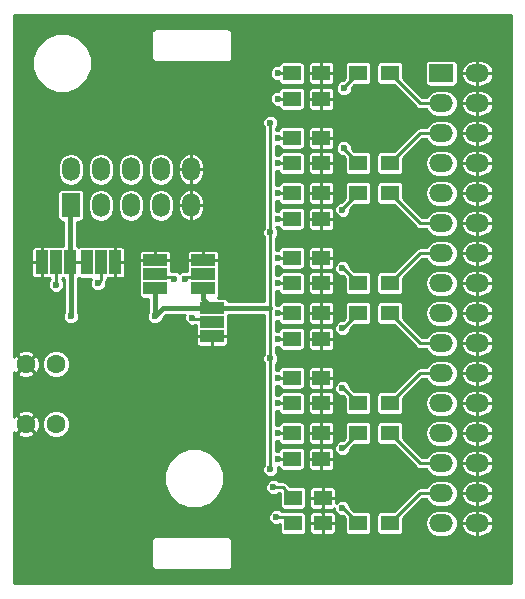
<source format=gtl>
G04 #@! TF.FileFunction,Copper,L1,Top,Signal*
%FSLAX46Y46*%
G04 Gerber Fmt 4.6, Leading zero omitted, Abs format (unit mm)*
G04 Created by KiCad (PCBNEW 4.0.4-stable) date 12/22/16 08:09:43*
%MOMM*%
%LPD*%
G01*
G04 APERTURE LIST*
%ADD10C,0.100000*%
%ADD11O,1.500000X2.000000*%
%ADD12R,1.500000X2.000000*%
%ADD13R,1.500000X1.250000*%
%ADD14R,2.000000X1.000000*%
%ADD15R,1.500000X1.300000*%
%ADD16R,1.000000X2.000000*%
%ADD17C,1.600000*%
%ADD18O,2.000000X1.500000*%
%ADD19R,2.000000X1.500000*%
%ADD20C,0.600000*%
%ADD21C,0.250000*%
%ADD22C,0.400000*%
G04 APERTURE END LIST*
D10*
D11*
X169926000Y-114042000D03*
X169926000Y-111002000D03*
X167386000Y-111002000D03*
X167386000Y-114042000D03*
D12*
X159766000Y-114042000D03*
D11*
X159766000Y-111002000D03*
X162306000Y-114042000D03*
X162306000Y-111002000D03*
X164846000Y-114042000D03*
X164846000Y-111002000D03*
D13*
X178455000Y-105029000D03*
X180955000Y-105029000D03*
X178455000Y-102870000D03*
X180955000Y-102870000D03*
X178455000Y-115189000D03*
X180955000Y-115189000D03*
X178455000Y-113030000D03*
X180955000Y-113030000D03*
X180955000Y-108331000D03*
X178455000Y-108331000D03*
X180955000Y-110490000D03*
X178455000Y-110490000D03*
X180955000Y-118491000D03*
X178455000Y-118491000D03*
X180955000Y-120650000D03*
X178455000Y-120650000D03*
X178455000Y-125349000D03*
X180955000Y-125349000D03*
X178455000Y-123190000D03*
X180955000Y-123190000D03*
X178455000Y-135509000D03*
X180955000Y-135509000D03*
X178455000Y-133350000D03*
X180955000Y-133350000D03*
X180955000Y-128651000D03*
X178455000Y-128651000D03*
X180955000Y-130810000D03*
X178455000Y-130810000D03*
X181082000Y-138811000D03*
X178582000Y-138811000D03*
X181082000Y-140970000D03*
X178582000Y-140970000D03*
D14*
X170942000Y-118688000D03*
X170942000Y-119888000D03*
X170942000Y-121088000D03*
X166878000Y-118688000D03*
X166878000Y-119888000D03*
X166878000Y-121088000D03*
X171704000Y-125152000D03*
X171704000Y-123952000D03*
X171704000Y-122752000D03*
D15*
X184070000Y-102870000D03*
X186770000Y-102870000D03*
X184070000Y-113030000D03*
X186770000Y-113030000D03*
X186770000Y-110490000D03*
X184070000Y-110490000D03*
X186770000Y-120650000D03*
X184070000Y-120650000D03*
X184070000Y-123190000D03*
X186770000Y-123190000D03*
X184070000Y-133350000D03*
X186770000Y-133350000D03*
X186770000Y-130810000D03*
X184070000Y-130810000D03*
X186770000Y-140970000D03*
X184070000Y-140970000D03*
D16*
X163506000Y-118872000D03*
X162306000Y-118872000D03*
X161106000Y-118872000D03*
X157296000Y-118872000D03*
X158496000Y-118872000D03*
X159696000Y-118872000D03*
D17*
X155956000Y-127508000D03*
X155956000Y-132588000D03*
X158496000Y-127508000D03*
X158496000Y-132588000D03*
D18*
X191139000Y-140970000D03*
X194179000Y-140970000D03*
X191139000Y-135890000D03*
X194179000Y-135890000D03*
X194179000Y-138430000D03*
X191139000Y-138430000D03*
X191139000Y-133350000D03*
X194179000Y-133350000D03*
X194179000Y-130810000D03*
X191139000Y-130810000D03*
X191139000Y-128270000D03*
X194179000Y-128270000D03*
X194179000Y-125730000D03*
X191139000Y-125730000D03*
X191139000Y-123190000D03*
X194179000Y-123190000D03*
X194179000Y-120650000D03*
X191139000Y-120650000D03*
X191139000Y-118110000D03*
X194179000Y-118110000D03*
X194179000Y-115570000D03*
X191139000Y-115570000D03*
X191139000Y-113030000D03*
X194179000Y-113030000D03*
X194179000Y-110490000D03*
X191139000Y-110490000D03*
D19*
X191139000Y-102870000D03*
D18*
X194179000Y-102870000D03*
X191139000Y-105410000D03*
X194179000Y-105410000D03*
X191139000Y-107950000D03*
X194179000Y-107950000D03*
D20*
X166878000Y-123444000D03*
X159766000Y-123444000D03*
X176657000Y-136398000D03*
X176657000Y-107061000D03*
X176657000Y-116332000D03*
X176657000Y-127000000D03*
X177292000Y-102870000D03*
X177292000Y-105029000D03*
X177292000Y-113030000D03*
X177292000Y-115189000D03*
X177292000Y-110490000D03*
X177292000Y-108331000D03*
X177292000Y-120650000D03*
X177292000Y-118491000D03*
X177292000Y-123190000D03*
X177292000Y-125349000D03*
X177292000Y-133350000D03*
X177292000Y-135509000D03*
X177292000Y-130810000D03*
X177292000Y-128651000D03*
X177165000Y-140462000D03*
X176911000Y-137922000D03*
X168529000Y-120269000D03*
X169418000Y-120269000D03*
X170053000Y-123571000D03*
X182880000Y-104140000D03*
X182753000Y-114427000D03*
X182880000Y-109220000D03*
X182753000Y-119380000D03*
X182753000Y-124460000D03*
X182753000Y-134620000D03*
X182753000Y-129540000D03*
X182753000Y-139700000D03*
X162052000Y-120650000D03*
X158496000Y-120777000D03*
D21*
X161106000Y-118872000D02*
X159696000Y-118872000D01*
D22*
X159709000Y-116713000D02*
X159709000Y-113849000D01*
X159709000Y-113849000D02*
X159766000Y-113792000D01*
X166878000Y-121088000D02*
X166878000Y-123444000D01*
X171704000Y-122752000D02*
X170942000Y-121990000D01*
X170942000Y-121990000D02*
X170942000Y-121088000D01*
D21*
X171704000Y-122752000D02*
X171704000Y-122428000D01*
D22*
X166878000Y-123444000D02*
X167570000Y-122752000D01*
X176657000Y-122752000D02*
X171704000Y-122752000D01*
X167570000Y-122752000D02*
X171704000Y-122752000D01*
X159766000Y-118942000D02*
X159766000Y-123444000D01*
X159696000Y-118872000D02*
X159766000Y-118942000D01*
X159696000Y-118872000D02*
X159709000Y-118859000D01*
X159709000Y-118859000D02*
X159709000Y-116713000D01*
D21*
X176657000Y-133985000D02*
X176657000Y-136398000D01*
X176657000Y-122752000D02*
X176657000Y-122682000D01*
X176657000Y-116332000D02*
X176657000Y-107061000D01*
X176657000Y-127000000D02*
X176657000Y-122682000D01*
X176657000Y-122682000D02*
X176657000Y-116332000D01*
X176657000Y-133985000D02*
X176657000Y-127000000D01*
X178455000Y-102870000D02*
X177292000Y-102870000D01*
X177292000Y-105029000D02*
X178455000Y-105029000D01*
X178455000Y-113030000D02*
X177292000Y-113030000D01*
X177292000Y-115189000D02*
X178455000Y-115189000D01*
X177292000Y-110490000D02*
X178455000Y-110490000D01*
X178455000Y-108331000D02*
X177292000Y-108331000D01*
X177292000Y-120650000D02*
X178455000Y-120650000D01*
X178455000Y-118491000D02*
X177292000Y-118491000D01*
X178455000Y-123190000D02*
X177292000Y-123190000D01*
X177292000Y-125349000D02*
X178455000Y-125349000D01*
X177292000Y-133350000D02*
X178455000Y-133350000D01*
X178455000Y-135509000D02*
X177292000Y-135509000D01*
X178455000Y-130810000D02*
X177292000Y-130810000D01*
X178455000Y-128651000D02*
X177292000Y-128651000D01*
X177165000Y-140462000D02*
X178074000Y-140462000D01*
X178074000Y-140462000D02*
X178582000Y-140970000D01*
X177693000Y-137922000D02*
X178582000Y-138811000D01*
X176911000Y-137922000D02*
X177693000Y-137922000D01*
X168529000Y-120269000D02*
X168402000Y-120142000D01*
X168402000Y-120142000D02*
X167132000Y-120142000D01*
X167132000Y-120142000D02*
X166878000Y-119888000D01*
X169418000Y-120269000D02*
X169545000Y-120142000D01*
X169545000Y-120142000D02*
X170688000Y-120142000D01*
X170688000Y-120142000D02*
X170942000Y-119888000D01*
X170053000Y-123571000D02*
X170180000Y-123698000D01*
X170180000Y-123698000D02*
X171450000Y-123698000D01*
X171450000Y-123698000D02*
X171704000Y-123952000D01*
X186770000Y-102870000D02*
X189310000Y-105410000D01*
X189310000Y-105410000D02*
X191389000Y-105410000D01*
X186770000Y-110490000D02*
X189310000Y-107950000D01*
X189310000Y-107950000D02*
X191389000Y-107950000D01*
X186770000Y-113030000D02*
X189310000Y-115570000D01*
X189310000Y-115570000D02*
X191389000Y-115570000D01*
X186770000Y-120650000D02*
X189310000Y-118110000D01*
X189310000Y-118110000D02*
X191389000Y-118110000D01*
X186770000Y-123190000D02*
X189310000Y-125730000D01*
X189310000Y-125730000D02*
X191389000Y-125730000D01*
X186770000Y-130810000D02*
X189310000Y-128270000D01*
X189310000Y-128270000D02*
X191389000Y-128270000D01*
X186770000Y-133350000D02*
X189310000Y-135890000D01*
X189310000Y-135890000D02*
X191389000Y-135890000D01*
X186770000Y-140970000D02*
X189310000Y-138430000D01*
X189310000Y-138430000D02*
X191389000Y-138430000D01*
X184070000Y-102870000D02*
X182880000Y-104060000D01*
X182880000Y-104060000D02*
X182880000Y-104140000D01*
X184070000Y-113030000D02*
X182753000Y-114347000D01*
X182753000Y-114347000D02*
X182753000Y-114427000D01*
X184070000Y-110490000D02*
X182880000Y-109300000D01*
X182880000Y-109300000D02*
X182880000Y-109220000D01*
X184070000Y-120650000D02*
X182800000Y-119380000D01*
X182800000Y-119380000D02*
X182753000Y-119380000D01*
X184070000Y-123190000D02*
X182800000Y-124460000D01*
X182800000Y-124460000D02*
X182753000Y-124460000D01*
X184070000Y-133350000D02*
X182800000Y-134620000D01*
X182800000Y-134620000D02*
X182753000Y-134620000D01*
X184070000Y-130810000D02*
X182800000Y-129540000D01*
X182800000Y-129540000D02*
X182753000Y-129540000D01*
X184070000Y-140970000D02*
X182800000Y-139700000D01*
X182800000Y-139700000D02*
X182753000Y-139700000D01*
X162306000Y-118872000D02*
X162306000Y-120396000D01*
X162306000Y-120396000D02*
X162052000Y-120650000D01*
X158496000Y-120777000D02*
X158496000Y-118872000D01*
G36*
X197050000Y-146050000D02*
X154950000Y-146050000D01*
X154950000Y-142500000D01*
X166550000Y-142500000D01*
X166550000Y-144500000D01*
X166584254Y-144672208D01*
X166681802Y-144818198D01*
X166827792Y-144915746D01*
X167000000Y-144950000D01*
X173000000Y-144950000D01*
X173172208Y-144915746D01*
X173318198Y-144818198D01*
X173415746Y-144672208D01*
X173450000Y-144500000D01*
X173450000Y-142500000D01*
X173415746Y-142327792D01*
X173318198Y-142181802D01*
X173172208Y-142084254D01*
X173000000Y-142050000D01*
X167000000Y-142050000D01*
X166827792Y-142084254D01*
X166681802Y-142181802D01*
X166584254Y-142327792D01*
X166550000Y-142500000D01*
X154950000Y-142500000D01*
X154950000Y-140595677D01*
X176489883Y-140595677D01*
X176592429Y-140843857D01*
X176782144Y-141033903D01*
X177030145Y-141136883D01*
X177298677Y-141137117D01*
X177449654Y-141074735D01*
X177449654Y-141595000D01*
X177475802Y-141733966D01*
X177557931Y-141861599D01*
X177683246Y-141947223D01*
X177832000Y-141977346D01*
X179332000Y-141977346D01*
X179470966Y-141951198D01*
X179598599Y-141869069D01*
X179684223Y-141743754D01*
X179714346Y-141595000D01*
X179714346Y-141068750D01*
X179957000Y-141068750D01*
X179957000Y-141669592D01*
X180014090Y-141807421D01*
X180119580Y-141912910D01*
X180257408Y-141970000D01*
X180983250Y-141970000D01*
X181077000Y-141876250D01*
X181077000Y-140975000D01*
X181087000Y-140975000D01*
X181087000Y-141876250D01*
X181180750Y-141970000D01*
X181906592Y-141970000D01*
X182044420Y-141912910D01*
X182149910Y-141807421D01*
X182207000Y-141669592D01*
X182207000Y-141068750D01*
X182113250Y-140975000D01*
X181087000Y-140975000D01*
X181077000Y-140975000D01*
X180050750Y-140975000D01*
X179957000Y-141068750D01*
X179714346Y-141068750D01*
X179714346Y-140345000D01*
X179700311Y-140270408D01*
X179957000Y-140270408D01*
X179957000Y-140871250D01*
X180050750Y-140965000D01*
X181077000Y-140965000D01*
X181077000Y-140063750D01*
X181087000Y-140063750D01*
X181087000Y-140965000D01*
X182113250Y-140965000D01*
X182207000Y-140871250D01*
X182207000Y-140270408D01*
X182149910Y-140132579D01*
X182044420Y-140027090D01*
X181906592Y-139970000D01*
X181180750Y-139970000D01*
X181087000Y-140063750D01*
X181077000Y-140063750D01*
X180983250Y-139970000D01*
X180257408Y-139970000D01*
X180119580Y-140027090D01*
X180014090Y-140132579D01*
X179957000Y-140270408D01*
X179700311Y-140270408D01*
X179688198Y-140206034D01*
X179606069Y-140078401D01*
X179480754Y-139992777D01*
X179332000Y-139962654D01*
X178077288Y-139962654D01*
X178074000Y-139962000D01*
X177619634Y-139962000D01*
X177547856Y-139890097D01*
X177299855Y-139787117D01*
X177031323Y-139786883D01*
X176783143Y-139889429D01*
X176593097Y-140079144D01*
X176490117Y-140327145D01*
X176489883Y-140595677D01*
X154950000Y-140595677D01*
X154950000Y-137660050D01*
X167654562Y-137660050D01*
X168038161Y-138588429D01*
X168747835Y-139299343D01*
X169675543Y-139684561D01*
X170680050Y-139685438D01*
X171608429Y-139301839D01*
X172319343Y-138592165D01*
X172542112Y-138055677D01*
X176235883Y-138055677D01*
X176338429Y-138303857D01*
X176528144Y-138493903D01*
X176776145Y-138596883D01*
X177044677Y-138597117D01*
X177292857Y-138494571D01*
X177365555Y-138422000D01*
X177449654Y-138422000D01*
X177449654Y-139436000D01*
X177475802Y-139574966D01*
X177557931Y-139702599D01*
X177683246Y-139788223D01*
X177832000Y-139818346D01*
X179332000Y-139818346D01*
X179470966Y-139792198D01*
X179598599Y-139710069D01*
X179684223Y-139584754D01*
X179714346Y-139436000D01*
X179714346Y-138909750D01*
X179957000Y-138909750D01*
X179957000Y-139510592D01*
X180014090Y-139648421D01*
X180119580Y-139753910D01*
X180257408Y-139811000D01*
X180983250Y-139811000D01*
X181077000Y-139717250D01*
X181077000Y-138816000D01*
X181087000Y-138816000D01*
X181087000Y-139717250D01*
X181180750Y-139811000D01*
X181906592Y-139811000D01*
X182044420Y-139753910D01*
X182077982Y-139720349D01*
X182077883Y-139833677D01*
X182180429Y-140081857D01*
X182370144Y-140271903D01*
X182618145Y-140374883D01*
X182767907Y-140375014D01*
X182937654Y-140544760D01*
X182937654Y-141620000D01*
X182963802Y-141758966D01*
X183045931Y-141886599D01*
X183171246Y-141972223D01*
X183320000Y-142002346D01*
X184820000Y-142002346D01*
X184958966Y-141976198D01*
X185086599Y-141894069D01*
X185172223Y-141768754D01*
X185202346Y-141620000D01*
X185202346Y-140320000D01*
X185637654Y-140320000D01*
X185637654Y-141620000D01*
X185663802Y-141758966D01*
X185745931Y-141886599D01*
X185871246Y-141972223D01*
X186020000Y-142002346D01*
X187520000Y-142002346D01*
X187658966Y-141976198D01*
X187786599Y-141894069D01*
X187872223Y-141768754D01*
X187902346Y-141620000D01*
X187902346Y-140970000D01*
X189737062Y-140970000D01*
X189822698Y-141400519D01*
X190066567Y-141765495D01*
X190431543Y-142009364D01*
X190862062Y-142095000D01*
X191415938Y-142095000D01*
X191846457Y-142009364D01*
X192211433Y-141765495D01*
X192455302Y-141400519D01*
X192504949Y-141150925D01*
X192818644Y-141150925D01*
X192887723Y-141395900D01*
X193129970Y-141761960D01*
X193493862Y-142007451D01*
X193924000Y-142095000D01*
X194174000Y-142095000D01*
X194174000Y-140975000D01*
X194184000Y-140975000D01*
X194184000Y-142095000D01*
X194434000Y-142095000D01*
X194864138Y-142007451D01*
X195228030Y-141761960D01*
X195470277Y-141395900D01*
X195539356Y-141150925D01*
X195460238Y-140975000D01*
X194184000Y-140975000D01*
X194174000Y-140975000D01*
X192897762Y-140975000D01*
X192818644Y-141150925D01*
X192504949Y-141150925D01*
X192540938Y-140970000D01*
X192504950Y-140789075D01*
X192818644Y-140789075D01*
X192897762Y-140965000D01*
X194174000Y-140965000D01*
X194174000Y-139845000D01*
X194184000Y-139845000D01*
X194184000Y-140965000D01*
X195460238Y-140965000D01*
X195539356Y-140789075D01*
X195470277Y-140544100D01*
X195228030Y-140178040D01*
X194864138Y-139932549D01*
X194434000Y-139845000D01*
X194184000Y-139845000D01*
X194174000Y-139845000D01*
X193924000Y-139845000D01*
X193493862Y-139932549D01*
X193129970Y-140178040D01*
X192887723Y-140544100D01*
X192818644Y-140789075D01*
X192504950Y-140789075D01*
X192455302Y-140539481D01*
X192211433Y-140174505D01*
X191846457Y-139930636D01*
X191415938Y-139845000D01*
X190862062Y-139845000D01*
X190431543Y-139930636D01*
X190066567Y-140174505D01*
X189822698Y-140539481D01*
X189737062Y-140970000D01*
X187902346Y-140970000D01*
X187902346Y-140544760D01*
X189517107Y-138930000D01*
X189869124Y-138930000D01*
X190066567Y-139225495D01*
X190431543Y-139469364D01*
X190862062Y-139555000D01*
X191415938Y-139555000D01*
X191846457Y-139469364D01*
X192211433Y-139225495D01*
X192455302Y-138860519D01*
X192504949Y-138610925D01*
X192818644Y-138610925D01*
X192887723Y-138855900D01*
X193129970Y-139221960D01*
X193493862Y-139467451D01*
X193924000Y-139555000D01*
X194174000Y-139555000D01*
X194174000Y-138435000D01*
X194184000Y-138435000D01*
X194184000Y-139555000D01*
X194434000Y-139555000D01*
X194864138Y-139467451D01*
X195228030Y-139221960D01*
X195470277Y-138855900D01*
X195539356Y-138610925D01*
X195460238Y-138435000D01*
X194184000Y-138435000D01*
X194174000Y-138435000D01*
X192897762Y-138435000D01*
X192818644Y-138610925D01*
X192504949Y-138610925D01*
X192540938Y-138430000D01*
X192504950Y-138249075D01*
X192818644Y-138249075D01*
X192897762Y-138425000D01*
X194174000Y-138425000D01*
X194174000Y-137305000D01*
X194184000Y-137305000D01*
X194184000Y-138425000D01*
X195460238Y-138425000D01*
X195539356Y-138249075D01*
X195470277Y-138004100D01*
X195228030Y-137638040D01*
X194864138Y-137392549D01*
X194434000Y-137305000D01*
X194184000Y-137305000D01*
X194174000Y-137305000D01*
X193924000Y-137305000D01*
X193493862Y-137392549D01*
X193129970Y-137638040D01*
X192887723Y-138004100D01*
X192818644Y-138249075D01*
X192504950Y-138249075D01*
X192455302Y-137999481D01*
X192211433Y-137634505D01*
X191846457Y-137390636D01*
X191415938Y-137305000D01*
X190862062Y-137305000D01*
X190431543Y-137390636D01*
X190066567Y-137634505D01*
X189869124Y-137930000D01*
X189310000Y-137930000D01*
X189118658Y-137968060D01*
X188956446Y-138076447D01*
X187095240Y-139937654D01*
X186020000Y-139937654D01*
X185881034Y-139963802D01*
X185753401Y-140045931D01*
X185667777Y-140171246D01*
X185637654Y-140320000D01*
X185202346Y-140320000D01*
X185176198Y-140181034D01*
X185094069Y-140053401D01*
X184968754Y-139967777D01*
X184820000Y-139937654D01*
X183744760Y-139937654D01*
X183428069Y-139620963D01*
X183428117Y-139566323D01*
X183325571Y-139318143D01*
X183135856Y-139128097D01*
X182887855Y-139025117D01*
X182619323Y-139024883D01*
X182371143Y-139127429D01*
X182207000Y-139291286D01*
X182207000Y-138909750D01*
X182113250Y-138816000D01*
X181087000Y-138816000D01*
X181077000Y-138816000D01*
X180050750Y-138816000D01*
X179957000Y-138909750D01*
X179714346Y-138909750D01*
X179714346Y-138186000D01*
X179700311Y-138111408D01*
X179957000Y-138111408D01*
X179957000Y-138712250D01*
X180050750Y-138806000D01*
X181077000Y-138806000D01*
X181077000Y-137904750D01*
X181087000Y-137904750D01*
X181087000Y-138806000D01*
X182113250Y-138806000D01*
X182207000Y-138712250D01*
X182207000Y-138111408D01*
X182149910Y-137973579D01*
X182044420Y-137868090D01*
X181906592Y-137811000D01*
X181180750Y-137811000D01*
X181087000Y-137904750D01*
X181077000Y-137904750D01*
X180983250Y-137811000D01*
X180257408Y-137811000D01*
X180119580Y-137868090D01*
X180014090Y-137973579D01*
X179957000Y-138111408D01*
X179700311Y-138111408D01*
X179688198Y-138047034D01*
X179606069Y-137919401D01*
X179480754Y-137833777D01*
X179332000Y-137803654D01*
X178281760Y-137803654D01*
X178046553Y-137568447D01*
X177884342Y-137460060D01*
X177693000Y-137422000D01*
X177365634Y-137422000D01*
X177293856Y-137350097D01*
X177045855Y-137247117D01*
X176777323Y-137246883D01*
X176529143Y-137349429D01*
X176339097Y-137539144D01*
X176236117Y-137787145D01*
X176235883Y-138055677D01*
X172542112Y-138055677D01*
X172704561Y-137664457D01*
X172705438Y-136659950D01*
X172321839Y-135731571D01*
X171612165Y-135020657D01*
X170684457Y-134635439D01*
X169679950Y-134634562D01*
X168751571Y-135018161D01*
X168040657Y-135727835D01*
X167655439Y-136655543D01*
X167654562Y-137660050D01*
X154950000Y-137660050D01*
X154950000Y-133372365D01*
X155178707Y-133372365D01*
X155255872Y-133560149D01*
X155681191Y-133754076D01*
X156148348Y-133770478D01*
X156586221Y-133606860D01*
X156656128Y-133560149D01*
X156733293Y-133372365D01*
X155956000Y-132595071D01*
X155178707Y-133372365D01*
X154950000Y-133372365D01*
X154950000Y-133237467D01*
X154983851Y-133288128D01*
X155171635Y-133365293D01*
X155948929Y-132588000D01*
X155963071Y-132588000D01*
X156740365Y-133365293D01*
X156928149Y-133288128D01*
X157122076Y-132862809D01*
X157123554Y-132820697D01*
X157320796Y-132820697D01*
X157499302Y-133252715D01*
X157829547Y-133583536D01*
X158261253Y-133762796D01*
X158728697Y-133763204D01*
X159160715Y-133584698D01*
X159491536Y-133254453D01*
X159670796Y-132822747D01*
X159671204Y-132355303D01*
X159492698Y-131923285D01*
X159162453Y-131592464D01*
X158730747Y-131413204D01*
X158263303Y-131412796D01*
X157831285Y-131591302D01*
X157500464Y-131921547D01*
X157321204Y-132353253D01*
X157320796Y-132820697D01*
X157123554Y-132820697D01*
X157138478Y-132395652D01*
X156974860Y-131957779D01*
X156928149Y-131887872D01*
X156740365Y-131810707D01*
X155963071Y-132588000D01*
X155948929Y-132588000D01*
X155171635Y-131810707D01*
X154983851Y-131887872D01*
X154950000Y-131962114D01*
X154950000Y-131803635D01*
X155178707Y-131803635D01*
X155956000Y-132580929D01*
X156733293Y-131803635D01*
X156656128Y-131615851D01*
X156230809Y-131421924D01*
X155763652Y-131405522D01*
X155325779Y-131569140D01*
X155255872Y-131615851D01*
X155178707Y-131803635D01*
X154950000Y-131803635D01*
X154950000Y-128292365D01*
X155178707Y-128292365D01*
X155255872Y-128480149D01*
X155681191Y-128674076D01*
X156148348Y-128690478D01*
X156586221Y-128526860D01*
X156656128Y-128480149D01*
X156733293Y-128292365D01*
X155956000Y-127515071D01*
X155178707Y-128292365D01*
X154950000Y-128292365D01*
X154950000Y-128157467D01*
X154983851Y-128208128D01*
X155171635Y-128285293D01*
X155948929Y-127508000D01*
X155963071Y-127508000D01*
X156740365Y-128285293D01*
X156928149Y-128208128D01*
X157122076Y-127782809D01*
X157123554Y-127740697D01*
X157320796Y-127740697D01*
X157499302Y-128172715D01*
X157829547Y-128503536D01*
X158261253Y-128682796D01*
X158728697Y-128683204D01*
X159160715Y-128504698D01*
X159491536Y-128174453D01*
X159670796Y-127742747D01*
X159671204Y-127275303D01*
X159492698Y-126843285D01*
X159162453Y-126512464D01*
X158730747Y-126333204D01*
X158263303Y-126332796D01*
X157831285Y-126511302D01*
X157500464Y-126841547D01*
X157321204Y-127273253D01*
X157320796Y-127740697D01*
X157123554Y-127740697D01*
X157138478Y-127315652D01*
X156974860Y-126877779D01*
X156928149Y-126807872D01*
X156740365Y-126730707D01*
X155963071Y-127508000D01*
X155948929Y-127508000D01*
X155171635Y-126730707D01*
X154983851Y-126807872D01*
X154950000Y-126882114D01*
X154950000Y-126723635D01*
X155178707Y-126723635D01*
X155956000Y-127500929D01*
X156733293Y-126723635D01*
X156656128Y-126535851D01*
X156230809Y-126341924D01*
X155763652Y-126325522D01*
X155325779Y-126489140D01*
X155255872Y-126535851D01*
X155178707Y-126723635D01*
X154950000Y-126723635D01*
X154950000Y-125250750D01*
X170329000Y-125250750D01*
X170329000Y-125726592D01*
X170386090Y-125864420D01*
X170491579Y-125969910D01*
X170629408Y-126027000D01*
X171605250Y-126027000D01*
X171699000Y-125933250D01*
X171699000Y-125157000D01*
X171709000Y-125157000D01*
X171709000Y-125933250D01*
X171802750Y-126027000D01*
X172778592Y-126027000D01*
X172916421Y-125969910D01*
X173021910Y-125864420D01*
X173079000Y-125726592D01*
X173079000Y-125250750D01*
X172985250Y-125157000D01*
X171709000Y-125157000D01*
X171699000Y-125157000D01*
X170422750Y-125157000D01*
X170329000Y-125250750D01*
X154950000Y-125250750D01*
X154950000Y-118970750D01*
X156421000Y-118970750D01*
X156421000Y-119946592D01*
X156478090Y-120084421D01*
X156583580Y-120189910D01*
X156721408Y-120247000D01*
X157197250Y-120247000D01*
X157291000Y-120153250D01*
X157291000Y-118877000D01*
X156514750Y-118877000D01*
X156421000Y-118970750D01*
X154950000Y-118970750D01*
X154950000Y-117797408D01*
X156421000Y-117797408D01*
X156421000Y-118773250D01*
X156514750Y-118867000D01*
X157291000Y-118867000D01*
X157291000Y-117590750D01*
X157301000Y-117590750D01*
X157301000Y-118867000D01*
X157321000Y-118867000D01*
X157321000Y-118877000D01*
X157301000Y-118877000D01*
X157301000Y-120153250D01*
X157394750Y-120247000D01*
X157870592Y-120247000D01*
X157899859Y-120234877D01*
X157996000Y-120254346D01*
X157996000Y-120322366D01*
X157924097Y-120394144D01*
X157821117Y-120642145D01*
X157820883Y-120910677D01*
X157923429Y-121158857D01*
X158113144Y-121348903D01*
X158361145Y-121451883D01*
X158629677Y-121452117D01*
X158877857Y-121349571D01*
X159067903Y-121159856D01*
X159170883Y-120911855D01*
X159171117Y-120643323D01*
X159068571Y-120395143D01*
X158996000Y-120322445D01*
X158996000Y-120254346D01*
X159099671Y-120234839D01*
X159191000Y-120253333D01*
X159191000Y-123068602D01*
X159091117Y-123309145D01*
X159090883Y-123577677D01*
X159193429Y-123825857D01*
X159383144Y-124015903D01*
X159631145Y-124118883D01*
X159899677Y-124119117D01*
X160147857Y-124016571D01*
X160337903Y-123826856D01*
X160440883Y-123578855D01*
X160441117Y-123310323D01*
X160341000Y-123068022D01*
X160341000Y-120224315D01*
X160400936Y-120185748D01*
X160457246Y-120224223D01*
X160606000Y-120254346D01*
X161492917Y-120254346D01*
X161480097Y-120267144D01*
X161377117Y-120515145D01*
X161376883Y-120783677D01*
X161479429Y-121031857D01*
X161669144Y-121221903D01*
X161917145Y-121324883D01*
X162185677Y-121325117D01*
X162433857Y-121222571D01*
X162623903Y-121032856D01*
X162726883Y-120784855D01*
X162727002Y-120648610D01*
X162767940Y-120587342D01*
X162775119Y-120551250D01*
X162806000Y-120396000D01*
X162806000Y-120254346D01*
X162904430Y-120235825D01*
X162931408Y-120247000D01*
X163407250Y-120247000D01*
X163501000Y-120153250D01*
X163501000Y-118877000D01*
X163511000Y-118877000D01*
X163511000Y-120153250D01*
X163604750Y-120247000D01*
X164080592Y-120247000D01*
X164218420Y-120189910D01*
X164323910Y-120084421D01*
X164381000Y-119946592D01*
X164381000Y-119388000D01*
X165495654Y-119388000D01*
X165495654Y-120388000D01*
X165515161Y-120491671D01*
X165495654Y-120588000D01*
X165495654Y-121588000D01*
X165521802Y-121726966D01*
X165603931Y-121854599D01*
X165729246Y-121940223D01*
X165878000Y-121970346D01*
X166303000Y-121970346D01*
X166303000Y-123068602D01*
X166203117Y-123309145D01*
X166202883Y-123577677D01*
X166305429Y-123825857D01*
X166495144Y-124015903D01*
X166743145Y-124118883D01*
X167011677Y-124119117D01*
X167259857Y-124016571D01*
X167449903Y-123826856D01*
X167550444Y-123584728D01*
X167808173Y-123327000D01*
X169423438Y-123327000D01*
X169378117Y-123436145D01*
X169377883Y-123704677D01*
X169480429Y-123952857D01*
X169670144Y-124142903D01*
X169918145Y-124245883D01*
X170186677Y-124246117D01*
X170303129Y-124198000D01*
X170321654Y-124198000D01*
X170321654Y-124452000D01*
X170340175Y-124550430D01*
X170329000Y-124577408D01*
X170329000Y-125053250D01*
X170422750Y-125147000D01*
X171699000Y-125147000D01*
X171699000Y-125127000D01*
X171709000Y-125127000D01*
X171709000Y-125147000D01*
X172985250Y-125147000D01*
X173079000Y-125053250D01*
X173079000Y-124577408D01*
X173066877Y-124548141D01*
X173086346Y-124452000D01*
X173086346Y-123452000D01*
X173066839Y-123348329D01*
X173071158Y-123327000D01*
X176157000Y-123327000D01*
X176157000Y-126545366D01*
X176085097Y-126617144D01*
X175982117Y-126865145D01*
X175981883Y-127133677D01*
X176084429Y-127381857D01*
X176157000Y-127454555D01*
X176157000Y-135943366D01*
X176085097Y-136015144D01*
X175982117Y-136263145D01*
X175981883Y-136531677D01*
X176084429Y-136779857D01*
X176274144Y-136969903D01*
X176522145Y-137072883D01*
X176790677Y-137073117D01*
X177038857Y-136970571D01*
X177228903Y-136780856D01*
X177331883Y-136532855D01*
X177332117Y-136264323D01*
X177298931Y-136184007D01*
X177332069Y-136184035D01*
X177348802Y-136272966D01*
X177430931Y-136400599D01*
X177556246Y-136486223D01*
X177705000Y-136516346D01*
X179205000Y-136516346D01*
X179343966Y-136490198D01*
X179471599Y-136408069D01*
X179557223Y-136282754D01*
X179587346Y-136134000D01*
X179587346Y-135607750D01*
X179830000Y-135607750D01*
X179830000Y-136208592D01*
X179887090Y-136346421D01*
X179992580Y-136451910D01*
X180130408Y-136509000D01*
X180856250Y-136509000D01*
X180950000Y-136415250D01*
X180950000Y-135514000D01*
X180960000Y-135514000D01*
X180960000Y-136415250D01*
X181053750Y-136509000D01*
X181779592Y-136509000D01*
X181917420Y-136451910D01*
X182022910Y-136346421D01*
X182080000Y-136208592D01*
X182080000Y-135607750D01*
X181986250Y-135514000D01*
X180960000Y-135514000D01*
X180950000Y-135514000D01*
X179923750Y-135514000D01*
X179830000Y-135607750D01*
X179587346Y-135607750D01*
X179587346Y-134884000D01*
X179573311Y-134809408D01*
X179830000Y-134809408D01*
X179830000Y-135410250D01*
X179923750Y-135504000D01*
X180950000Y-135504000D01*
X180950000Y-134602750D01*
X180960000Y-134602750D01*
X180960000Y-135504000D01*
X181986250Y-135504000D01*
X182080000Y-135410250D01*
X182080000Y-134809408D01*
X182056916Y-134753677D01*
X182077883Y-134753677D01*
X182180429Y-135001857D01*
X182370144Y-135191903D01*
X182618145Y-135294883D01*
X182886677Y-135295117D01*
X183134857Y-135192571D01*
X183324903Y-135002856D01*
X183427883Y-134754855D01*
X183427932Y-134699175D01*
X183744760Y-134382346D01*
X184820000Y-134382346D01*
X184958966Y-134356198D01*
X185086599Y-134274069D01*
X185172223Y-134148754D01*
X185202346Y-134000000D01*
X185202346Y-132700000D01*
X185637654Y-132700000D01*
X185637654Y-134000000D01*
X185663802Y-134138966D01*
X185745931Y-134266599D01*
X185871246Y-134352223D01*
X186020000Y-134382346D01*
X187095240Y-134382346D01*
X188956446Y-136243553D01*
X189110398Y-136346421D01*
X189118658Y-136351940D01*
X189310000Y-136390000D01*
X189869124Y-136390000D01*
X190066567Y-136685495D01*
X190431543Y-136929364D01*
X190862062Y-137015000D01*
X191415938Y-137015000D01*
X191846457Y-136929364D01*
X192211433Y-136685495D01*
X192455302Y-136320519D01*
X192504949Y-136070925D01*
X192818644Y-136070925D01*
X192887723Y-136315900D01*
X193129970Y-136681960D01*
X193493862Y-136927451D01*
X193924000Y-137015000D01*
X194174000Y-137015000D01*
X194174000Y-135895000D01*
X194184000Y-135895000D01*
X194184000Y-137015000D01*
X194434000Y-137015000D01*
X194864138Y-136927451D01*
X195228030Y-136681960D01*
X195470277Y-136315900D01*
X195539356Y-136070925D01*
X195460238Y-135895000D01*
X194184000Y-135895000D01*
X194174000Y-135895000D01*
X192897762Y-135895000D01*
X192818644Y-136070925D01*
X192504949Y-136070925D01*
X192540938Y-135890000D01*
X192504950Y-135709075D01*
X192818644Y-135709075D01*
X192897762Y-135885000D01*
X194174000Y-135885000D01*
X194174000Y-134765000D01*
X194184000Y-134765000D01*
X194184000Y-135885000D01*
X195460238Y-135885000D01*
X195539356Y-135709075D01*
X195470277Y-135464100D01*
X195228030Y-135098040D01*
X194864138Y-134852549D01*
X194434000Y-134765000D01*
X194184000Y-134765000D01*
X194174000Y-134765000D01*
X193924000Y-134765000D01*
X193493862Y-134852549D01*
X193129970Y-135098040D01*
X192887723Y-135464100D01*
X192818644Y-135709075D01*
X192504950Y-135709075D01*
X192455302Y-135459481D01*
X192211433Y-135094505D01*
X191846457Y-134850636D01*
X191415938Y-134765000D01*
X190862062Y-134765000D01*
X190431543Y-134850636D01*
X190066567Y-135094505D01*
X189869124Y-135390000D01*
X189517107Y-135390000D01*
X187902346Y-133775240D01*
X187902346Y-133350000D01*
X189737062Y-133350000D01*
X189822698Y-133780519D01*
X190066567Y-134145495D01*
X190431543Y-134389364D01*
X190862062Y-134475000D01*
X191415938Y-134475000D01*
X191846457Y-134389364D01*
X192211433Y-134145495D01*
X192455302Y-133780519D01*
X192504949Y-133530925D01*
X192818644Y-133530925D01*
X192887723Y-133775900D01*
X193129970Y-134141960D01*
X193493862Y-134387451D01*
X193924000Y-134475000D01*
X194174000Y-134475000D01*
X194174000Y-133355000D01*
X194184000Y-133355000D01*
X194184000Y-134475000D01*
X194434000Y-134475000D01*
X194864138Y-134387451D01*
X195228030Y-134141960D01*
X195470277Y-133775900D01*
X195539356Y-133530925D01*
X195460238Y-133355000D01*
X194184000Y-133355000D01*
X194174000Y-133355000D01*
X192897762Y-133355000D01*
X192818644Y-133530925D01*
X192504949Y-133530925D01*
X192540938Y-133350000D01*
X192504950Y-133169075D01*
X192818644Y-133169075D01*
X192897762Y-133345000D01*
X194174000Y-133345000D01*
X194174000Y-132225000D01*
X194184000Y-132225000D01*
X194184000Y-133345000D01*
X195460238Y-133345000D01*
X195539356Y-133169075D01*
X195470277Y-132924100D01*
X195228030Y-132558040D01*
X194864138Y-132312549D01*
X194434000Y-132225000D01*
X194184000Y-132225000D01*
X194174000Y-132225000D01*
X193924000Y-132225000D01*
X193493862Y-132312549D01*
X193129970Y-132558040D01*
X192887723Y-132924100D01*
X192818644Y-133169075D01*
X192504950Y-133169075D01*
X192455302Y-132919481D01*
X192211433Y-132554505D01*
X191846457Y-132310636D01*
X191415938Y-132225000D01*
X190862062Y-132225000D01*
X190431543Y-132310636D01*
X190066567Y-132554505D01*
X189822698Y-132919481D01*
X189737062Y-133350000D01*
X187902346Y-133350000D01*
X187902346Y-132700000D01*
X187876198Y-132561034D01*
X187794069Y-132433401D01*
X187668754Y-132347777D01*
X187520000Y-132317654D01*
X186020000Y-132317654D01*
X185881034Y-132343802D01*
X185753401Y-132425931D01*
X185667777Y-132551246D01*
X185637654Y-132700000D01*
X185202346Y-132700000D01*
X185176198Y-132561034D01*
X185094069Y-132433401D01*
X184968754Y-132347777D01*
X184820000Y-132317654D01*
X183320000Y-132317654D01*
X183181034Y-132343802D01*
X183053401Y-132425931D01*
X182967777Y-132551246D01*
X182937654Y-132700000D01*
X182937654Y-133775240D01*
X182767881Y-133945012D01*
X182619323Y-133944883D01*
X182371143Y-134047429D01*
X182181097Y-134237144D01*
X182078117Y-134485145D01*
X182077883Y-134753677D01*
X182056916Y-134753677D01*
X182022910Y-134671579D01*
X181917420Y-134566090D01*
X181779592Y-134509000D01*
X181053750Y-134509000D01*
X180960000Y-134602750D01*
X180950000Y-134602750D01*
X180856250Y-134509000D01*
X180130408Y-134509000D01*
X179992580Y-134566090D01*
X179887090Y-134671579D01*
X179830000Y-134809408D01*
X179573311Y-134809408D01*
X179561198Y-134745034D01*
X179479069Y-134617401D01*
X179353754Y-134531777D01*
X179205000Y-134501654D01*
X177705000Y-134501654D01*
X177566034Y-134527802D01*
X177438401Y-134609931D01*
X177352777Y-134735246D01*
X177332772Y-134834035D01*
X177158323Y-134833883D01*
X177157000Y-134834430D01*
X177157000Y-134024823D01*
X177157145Y-134024883D01*
X177332069Y-134025035D01*
X177348802Y-134113966D01*
X177430931Y-134241599D01*
X177556246Y-134327223D01*
X177705000Y-134357346D01*
X179205000Y-134357346D01*
X179343966Y-134331198D01*
X179471599Y-134249069D01*
X179557223Y-134123754D01*
X179587346Y-133975000D01*
X179587346Y-133448750D01*
X179830000Y-133448750D01*
X179830000Y-134049592D01*
X179887090Y-134187421D01*
X179992580Y-134292910D01*
X180130408Y-134350000D01*
X180856250Y-134350000D01*
X180950000Y-134256250D01*
X180950000Y-133355000D01*
X180960000Y-133355000D01*
X180960000Y-134256250D01*
X181053750Y-134350000D01*
X181779592Y-134350000D01*
X181917420Y-134292910D01*
X182022910Y-134187421D01*
X182080000Y-134049592D01*
X182080000Y-133448750D01*
X181986250Y-133355000D01*
X180960000Y-133355000D01*
X180950000Y-133355000D01*
X179923750Y-133355000D01*
X179830000Y-133448750D01*
X179587346Y-133448750D01*
X179587346Y-132725000D01*
X179573311Y-132650408D01*
X179830000Y-132650408D01*
X179830000Y-133251250D01*
X179923750Y-133345000D01*
X180950000Y-133345000D01*
X180950000Y-132443750D01*
X180960000Y-132443750D01*
X180960000Y-133345000D01*
X181986250Y-133345000D01*
X182080000Y-133251250D01*
X182080000Y-132650408D01*
X182022910Y-132512579D01*
X181917420Y-132407090D01*
X181779592Y-132350000D01*
X181053750Y-132350000D01*
X180960000Y-132443750D01*
X180950000Y-132443750D01*
X180856250Y-132350000D01*
X180130408Y-132350000D01*
X179992580Y-132407090D01*
X179887090Y-132512579D01*
X179830000Y-132650408D01*
X179573311Y-132650408D01*
X179561198Y-132586034D01*
X179479069Y-132458401D01*
X179353754Y-132372777D01*
X179205000Y-132342654D01*
X177705000Y-132342654D01*
X177566034Y-132368802D01*
X177438401Y-132450931D01*
X177352777Y-132576246D01*
X177332772Y-132675035D01*
X177158323Y-132674883D01*
X177157000Y-132675430D01*
X177157000Y-131484823D01*
X177157145Y-131484883D01*
X177332069Y-131485035D01*
X177348802Y-131573966D01*
X177430931Y-131701599D01*
X177556246Y-131787223D01*
X177705000Y-131817346D01*
X179205000Y-131817346D01*
X179343966Y-131791198D01*
X179471599Y-131709069D01*
X179557223Y-131583754D01*
X179587346Y-131435000D01*
X179587346Y-130908750D01*
X179830000Y-130908750D01*
X179830000Y-131509592D01*
X179887090Y-131647421D01*
X179992580Y-131752910D01*
X180130408Y-131810000D01*
X180856250Y-131810000D01*
X180950000Y-131716250D01*
X180950000Y-130815000D01*
X180960000Y-130815000D01*
X180960000Y-131716250D01*
X181053750Y-131810000D01*
X181779592Y-131810000D01*
X181917420Y-131752910D01*
X182022910Y-131647421D01*
X182080000Y-131509592D01*
X182080000Y-130908750D01*
X181986250Y-130815000D01*
X180960000Y-130815000D01*
X180950000Y-130815000D01*
X179923750Y-130815000D01*
X179830000Y-130908750D01*
X179587346Y-130908750D01*
X179587346Y-130185000D01*
X179573311Y-130110408D01*
X179830000Y-130110408D01*
X179830000Y-130711250D01*
X179923750Y-130805000D01*
X180950000Y-130805000D01*
X180950000Y-129903750D01*
X180960000Y-129903750D01*
X180960000Y-130805000D01*
X181986250Y-130805000D01*
X182080000Y-130711250D01*
X182080000Y-130110408D01*
X182022910Y-129972579D01*
X181917420Y-129867090D01*
X181779592Y-129810000D01*
X181053750Y-129810000D01*
X180960000Y-129903750D01*
X180950000Y-129903750D01*
X180856250Y-129810000D01*
X180130408Y-129810000D01*
X179992580Y-129867090D01*
X179887090Y-129972579D01*
X179830000Y-130110408D01*
X179573311Y-130110408D01*
X179561198Y-130046034D01*
X179479069Y-129918401D01*
X179353754Y-129832777D01*
X179205000Y-129802654D01*
X177705000Y-129802654D01*
X177566034Y-129828802D01*
X177438401Y-129910931D01*
X177352777Y-130036246D01*
X177332772Y-130135035D01*
X177158323Y-130134883D01*
X177157000Y-130135430D01*
X177157000Y-129673677D01*
X182077883Y-129673677D01*
X182180429Y-129921857D01*
X182370144Y-130111903D01*
X182618145Y-130214883D01*
X182767907Y-130215014D01*
X182937654Y-130384760D01*
X182937654Y-131460000D01*
X182963802Y-131598966D01*
X183045931Y-131726599D01*
X183171246Y-131812223D01*
X183320000Y-131842346D01*
X184820000Y-131842346D01*
X184958966Y-131816198D01*
X185086599Y-131734069D01*
X185172223Y-131608754D01*
X185202346Y-131460000D01*
X185202346Y-130160000D01*
X185637654Y-130160000D01*
X185637654Y-131460000D01*
X185663802Y-131598966D01*
X185745931Y-131726599D01*
X185871246Y-131812223D01*
X186020000Y-131842346D01*
X187520000Y-131842346D01*
X187658966Y-131816198D01*
X187786599Y-131734069D01*
X187872223Y-131608754D01*
X187902346Y-131460000D01*
X187902346Y-130810000D01*
X189737062Y-130810000D01*
X189822698Y-131240519D01*
X190066567Y-131605495D01*
X190431543Y-131849364D01*
X190862062Y-131935000D01*
X191415938Y-131935000D01*
X191846457Y-131849364D01*
X192211433Y-131605495D01*
X192455302Y-131240519D01*
X192504949Y-130990925D01*
X192818644Y-130990925D01*
X192887723Y-131235900D01*
X193129970Y-131601960D01*
X193493862Y-131847451D01*
X193924000Y-131935000D01*
X194174000Y-131935000D01*
X194174000Y-130815000D01*
X194184000Y-130815000D01*
X194184000Y-131935000D01*
X194434000Y-131935000D01*
X194864138Y-131847451D01*
X195228030Y-131601960D01*
X195470277Y-131235900D01*
X195539356Y-130990925D01*
X195460238Y-130815000D01*
X194184000Y-130815000D01*
X194174000Y-130815000D01*
X192897762Y-130815000D01*
X192818644Y-130990925D01*
X192504949Y-130990925D01*
X192540938Y-130810000D01*
X192504950Y-130629075D01*
X192818644Y-130629075D01*
X192897762Y-130805000D01*
X194174000Y-130805000D01*
X194174000Y-129685000D01*
X194184000Y-129685000D01*
X194184000Y-130805000D01*
X195460238Y-130805000D01*
X195539356Y-130629075D01*
X195470277Y-130384100D01*
X195228030Y-130018040D01*
X194864138Y-129772549D01*
X194434000Y-129685000D01*
X194184000Y-129685000D01*
X194174000Y-129685000D01*
X193924000Y-129685000D01*
X193493862Y-129772549D01*
X193129970Y-130018040D01*
X192887723Y-130384100D01*
X192818644Y-130629075D01*
X192504950Y-130629075D01*
X192455302Y-130379481D01*
X192211433Y-130014505D01*
X191846457Y-129770636D01*
X191415938Y-129685000D01*
X190862062Y-129685000D01*
X190431543Y-129770636D01*
X190066567Y-130014505D01*
X189822698Y-130379481D01*
X189737062Y-130810000D01*
X187902346Y-130810000D01*
X187902346Y-130384760D01*
X189517107Y-128770000D01*
X189869124Y-128770000D01*
X190066567Y-129065495D01*
X190431543Y-129309364D01*
X190862062Y-129395000D01*
X191415938Y-129395000D01*
X191846457Y-129309364D01*
X192211433Y-129065495D01*
X192455302Y-128700519D01*
X192504949Y-128450925D01*
X192818644Y-128450925D01*
X192887723Y-128695900D01*
X193129970Y-129061960D01*
X193493862Y-129307451D01*
X193924000Y-129395000D01*
X194174000Y-129395000D01*
X194174000Y-128275000D01*
X194184000Y-128275000D01*
X194184000Y-129395000D01*
X194434000Y-129395000D01*
X194864138Y-129307451D01*
X195228030Y-129061960D01*
X195470277Y-128695900D01*
X195539356Y-128450925D01*
X195460238Y-128275000D01*
X194184000Y-128275000D01*
X194174000Y-128275000D01*
X192897762Y-128275000D01*
X192818644Y-128450925D01*
X192504949Y-128450925D01*
X192540938Y-128270000D01*
X192504950Y-128089075D01*
X192818644Y-128089075D01*
X192897762Y-128265000D01*
X194174000Y-128265000D01*
X194174000Y-127145000D01*
X194184000Y-127145000D01*
X194184000Y-128265000D01*
X195460238Y-128265000D01*
X195539356Y-128089075D01*
X195470277Y-127844100D01*
X195228030Y-127478040D01*
X194864138Y-127232549D01*
X194434000Y-127145000D01*
X194184000Y-127145000D01*
X194174000Y-127145000D01*
X193924000Y-127145000D01*
X193493862Y-127232549D01*
X193129970Y-127478040D01*
X192887723Y-127844100D01*
X192818644Y-128089075D01*
X192504950Y-128089075D01*
X192455302Y-127839481D01*
X192211433Y-127474505D01*
X191846457Y-127230636D01*
X191415938Y-127145000D01*
X190862062Y-127145000D01*
X190431543Y-127230636D01*
X190066567Y-127474505D01*
X189869124Y-127770000D01*
X189310000Y-127770000D01*
X189118658Y-127808060D01*
X188956446Y-127916447D01*
X187095240Y-129777654D01*
X186020000Y-129777654D01*
X185881034Y-129803802D01*
X185753401Y-129885931D01*
X185667777Y-130011246D01*
X185637654Y-130160000D01*
X185202346Y-130160000D01*
X185176198Y-130021034D01*
X185094069Y-129893401D01*
X184968754Y-129807777D01*
X184820000Y-129777654D01*
X183744760Y-129777654D01*
X183428069Y-129460963D01*
X183428117Y-129406323D01*
X183325571Y-129158143D01*
X183135856Y-128968097D01*
X182887855Y-128865117D01*
X182619323Y-128864883D01*
X182371143Y-128967429D01*
X182181097Y-129157144D01*
X182078117Y-129405145D01*
X182077883Y-129673677D01*
X177157000Y-129673677D01*
X177157000Y-129325823D01*
X177157145Y-129325883D01*
X177332069Y-129326035D01*
X177348802Y-129414966D01*
X177430931Y-129542599D01*
X177556246Y-129628223D01*
X177705000Y-129658346D01*
X179205000Y-129658346D01*
X179343966Y-129632198D01*
X179471599Y-129550069D01*
X179557223Y-129424754D01*
X179587346Y-129276000D01*
X179587346Y-128749750D01*
X179830000Y-128749750D01*
X179830000Y-129350592D01*
X179887090Y-129488421D01*
X179992580Y-129593910D01*
X180130408Y-129651000D01*
X180856250Y-129651000D01*
X180950000Y-129557250D01*
X180950000Y-128656000D01*
X180960000Y-128656000D01*
X180960000Y-129557250D01*
X181053750Y-129651000D01*
X181779592Y-129651000D01*
X181917420Y-129593910D01*
X182022910Y-129488421D01*
X182080000Y-129350592D01*
X182080000Y-128749750D01*
X181986250Y-128656000D01*
X180960000Y-128656000D01*
X180950000Y-128656000D01*
X179923750Y-128656000D01*
X179830000Y-128749750D01*
X179587346Y-128749750D01*
X179587346Y-128026000D01*
X179573311Y-127951408D01*
X179830000Y-127951408D01*
X179830000Y-128552250D01*
X179923750Y-128646000D01*
X180950000Y-128646000D01*
X180950000Y-127744750D01*
X180960000Y-127744750D01*
X180960000Y-128646000D01*
X181986250Y-128646000D01*
X182080000Y-128552250D01*
X182080000Y-127951408D01*
X182022910Y-127813579D01*
X181917420Y-127708090D01*
X181779592Y-127651000D01*
X181053750Y-127651000D01*
X180960000Y-127744750D01*
X180950000Y-127744750D01*
X180856250Y-127651000D01*
X180130408Y-127651000D01*
X179992580Y-127708090D01*
X179887090Y-127813579D01*
X179830000Y-127951408D01*
X179573311Y-127951408D01*
X179561198Y-127887034D01*
X179479069Y-127759401D01*
X179353754Y-127673777D01*
X179205000Y-127643654D01*
X177705000Y-127643654D01*
X177566034Y-127669802D01*
X177438401Y-127751931D01*
X177352777Y-127877246D01*
X177332772Y-127976035D01*
X177158323Y-127975883D01*
X177157000Y-127976430D01*
X177157000Y-127454634D01*
X177228903Y-127382856D01*
X177331883Y-127134855D01*
X177332117Y-126866323D01*
X177229571Y-126618143D01*
X177157000Y-126545445D01*
X177157000Y-126023823D01*
X177157145Y-126023883D01*
X177332069Y-126024035D01*
X177348802Y-126112966D01*
X177430931Y-126240599D01*
X177556246Y-126326223D01*
X177705000Y-126356346D01*
X179205000Y-126356346D01*
X179343966Y-126330198D01*
X179471599Y-126248069D01*
X179557223Y-126122754D01*
X179587346Y-125974000D01*
X179587346Y-125447750D01*
X179830000Y-125447750D01*
X179830000Y-126048592D01*
X179887090Y-126186421D01*
X179992580Y-126291910D01*
X180130408Y-126349000D01*
X180856250Y-126349000D01*
X180950000Y-126255250D01*
X180950000Y-125354000D01*
X180960000Y-125354000D01*
X180960000Y-126255250D01*
X181053750Y-126349000D01*
X181779592Y-126349000D01*
X181917420Y-126291910D01*
X182022910Y-126186421D01*
X182080000Y-126048592D01*
X182080000Y-125447750D01*
X181986250Y-125354000D01*
X180960000Y-125354000D01*
X180950000Y-125354000D01*
X179923750Y-125354000D01*
X179830000Y-125447750D01*
X179587346Y-125447750D01*
X179587346Y-124724000D01*
X179573311Y-124649408D01*
X179830000Y-124649408D01*
X179830000Y-125250250D01*
X179923750Y-125344000D01*
X180950000Y-125344000D01*
X180950000Y-124442750D01*
X180960000Y-124442750D01*
X180960000Y-125344000D01*
X181986250Y-125344000D01*
X182080000Y-125250250D01*
X182080000Y-124649408D01*
X182056916Y-124593677D01*
X182077883Y-124593677D01*
X182180429Y-124841857D01*
X182370144Y-125031903D01*
X182618145Y-125134883D01*
X182886677Y-125135117D01*
X183134857Y-125032571D01*
X183324903Y-124842856D01*
X183427883Y-124594855D01*
X183427932Y-124539175D01*
X183744760Y-124222346D01*
X184820000Y-124222346D01*
X184958966Y-124196198D01*
X185086599Y-124114069D01*
X185172223Y-123988754D01*
X185202346Y-123840000D01*
X185202346Y-122540000D01*
X185637654Y-122540000D01*
X185637654Y-123840000D01*
X185663802Y-123978966D01*
X185745931Y-124106599D01*
X185871246Y-124192223D01*
X186020000Y-124222346D01*
X187095240Y-124222346D01*
X188956446Y-126083553D01*
X189110398Y-126186421D01*
X189118658Y-126191940D01*
X189310000Y-126230000D01*
X189869124Y-126230000D01*
X190066567Y-126525495D01*
X190431543Y-126769364D01*
X190862062Y-126855000D01*
X191415938Y-126855000D01*
X191846457Y-126769364D01*
X192211433Y-126525495D01*
X192455302Y-126160519D01*
X192504949Y-125910925D01*
X192818644Y-125910925D01*
X192887723Y-126155900D01*
X193129970Y-126521960D01*
X193493862Y-126767451D01*
X193924000Y-126855000D01*
X194174000Y-126855000D01*
X194174000Y-125735000D01*
X194184000Y-125735000D01*
X194184000Y-126855000D01*
X194434000Y-126855000D01*
X194864138Y-126767451D01*
X195228030Y-126521960D01*
X195470277Y-126155900D01*
X195539356Y-125910925D01*
X195460238Y-125735000D01*
X194184000Y-125735000D01*
X194174000Y-125735000D01*
X192897762Y-125735000D01*
X192818644Y-125910925D01*
X192504949Y-125910925D01*
X192540938Y-125730000D01*
X192504950Y-125549075D01*
X192818644Y-125549075D01*
X192897762Y-125725000D01*
X194174000Y-125725000D01*
X194174000Y-124605000D01*
X194184000Y-124605000D01*
X194184000Y-125725000D01*
X195460238Y-125725000D01*
X195539356Y-125549075D01*
X195470277Y-125304100D01*
X195228030Y-124938040D01*
X194864138Y-124692549D01*
X194434000Y-124605000D01*
X194184000Y-124605000D01*
X194174000Y-124605000D01*
X193924000Y-124605000D01*
X193493862Y-124692549D01*
X193129970Y-124938040D01*
X192887723Y-125304100D01*
X192818644Y-125549075D01*
X192504950Y-125549075D01*
X192455302Y-125299481D01*
X192211433Y-124934505D01*
X191846457Y-124690636D01*
X191415938Y-124605000D01*
X190862062Y-124605000D01*
X190431543Y-124690636D01*
X190066567Y-124934505D01*
X189869124Y-125230000D01*
X189517107Y-125230000D01*
X187902346Y-123615240D01*
X187902346Y-123190000D01*
X189737062Y-123190000D01*
X189822698Y-123620519D01*
X190066567Y-123985495D01*
X190431543Y-124229364D01*
X190862062Y-124315000D01*
X191415938Y-124315000D01*
X191846457Y-124229364D01*
X192211433Y-123985495D01*
X192455302Y-123620519D01*
X192504949Y-123370925D01*
X192818644Y-123370925D01*
X192887723Y-123615900D01*
X193129970Y-123981960D01*
X193493862Y-124227451D01*
X193924000Y-124315000D01*
X194174000Y-124315000D01*
X194174000Y-123195000D01*
X194184000Y-123195000D01*
X194184000Y-124315000D01*
X194434000Y-124315000D01*
X194864138Y-124227451D01*
X195228030Y-123981960D01*
X195470277Y-123615900D01*
X195539356Y-123370925D01*
X195460238Y-123195000D01*
X194184000Y-123195000D01*
X194174000Y-123195000D01*
X192897762Y-123195000D01*
X192818644Y-123370925D01*
X192504949Y-123370925D01*
X192540938Y-123190000D01*
X192504950Y-123009075D01*
X192818644Y-123009075D01*
X192897762Y-123185000D01*
X194174000Y-123185000D01*
X194174000Y-122065000D01*
X194184000Y-122065000D01*
X194184000Y-123185000D01*
X195460238Y-123185000D01*
X195539356Y-123009075D01*
X195470277Y-122764100D01*
X195228030Y-122398040D01*
X194864138Y-122152549D01*
X194434000Y-122065000D01*
X194184000Y-122065000D01*
X194174000Y-122065000D01*
X193924000Y-122065000D01*
X193493862Y-122152549D01*
X193129970Y-122398040D01*
X192887723Y-122764100D01*
X192818644Y-123009075D01*
X192504950Y-123009075D01*
X192455302Y-122759481D01*
X192211433Y-122394505D01*
X191846457Y-122150636D01*
X191415938Y-122065000D01*
X190862062Y-122065000D01*
X190431543Y-122150636D01*
X190066567Y-122394505D01*
X189822698Y-122759481D01*
X189737062Y-123190000D01*
X187902346Y-123190000D01*
X187902346Y-122540000D01*
X187876198Y-122401034D01*
X187794069Y-122273401D01*
X187668754Y-122187777D01*
X187520000Y-122157654D01*
X186020000Y-122157654D01*
X185881034Y-122183802D01*
X185753401Y-122265931D01*
X185667777Y-122391246D01*
X185637654Y-122540000D01*
X185202346Y-122540000D01*
X185176198Y-122401034D01*
X185094069Y-122273401D01*
X184968754Y-122187777D01*
X184820000Y-122157654D01*
X183320000Y-122157654D01*
X183181034Y-122183802D01*
X183053401Y-122265931D01*
X182967777Y-122391246D01*
X182937654Y-122540000D01*
X182937654Y-123615240D01*
X182767881Y-123785012D01*
X182619323Y-123784883D01*
X182371143Y-123887429D01*
X182181097Y-124077144D01*
X182078117Y-124325145D01*
X182077883Y-124593677D01*
X182056916Y-124593677D01*
X182022910Y-124511579D01*
X181917420Y-124406090D01*
X181779592Y-124349000D01*
X181053750Y-124349000D01*
X180960000Y-124442750D01*
X180950000Y-124442750D01*
X180856250Y-124349000D01*
X180130408Y-124349000D01*
X179992580Y-124406090D01*
X179887090Y-124511579D01*
X179830000Y-124649408D01*
X179573311Y-124649408D01*
X179561198Y-124585034D01*
X179479069Y-124457401D01*
X179353754Y-124371777D01*
X179205000Y-124341654D01*
X177705000Y-124341654D01*
X177566034Y-124367802D01*
X177438401Y-124449931D01*
X177352777Y-124575246D01*
X177332772Y-124674035D01*
X177158323Y-124673883D01*
X177157000Y-124674430D01*
X177157000Y-123864823D01*
X177157145Y-123864883D01*
X177332069Y-123865035D01*
X177348802Y-123953966D01*
X177430931Y-124081599D01*
X177556246Y-124167223D01*
X177705000Y-124197346D01*
X179205000Y-124197346D01*
X179343966Y-124171198D01*
X179471599Y-124089069D01*
X179557223Y-123963754D01*
X179587346Y-123815000D01*
X179587346Y-123288750D01*
X179830000Y-123288750D01*
X179830000Y-123889592D01*
X179887090Y-124027421D01*
X179992580Y-124132910D01*
X180130408Y-124190000D01*
X180856250Y-124190000D01*
X180950000Y-124096250D01*
X180950000Y-123195000D01*
X180960000Y-123195000D01*
X180960000Y-124096250D01*
X181053750Y-124190000D01*
X181779592Y-124190000D01*
X181917420Y-124132910D01*
X182022910Y-124027421D01*
X182080000Y-123889592D01*
X182080000Y-123288750D01*
X181986250Y-123195000D01*
X180960000Y-123195000D01*
X180950000Y-123195000D01*
X179923750Y-123195000D01*
X179830000Y-123288750D01*
X179587346Y-123288750D01*
X179587346Y-122565000D01*
X179573311Y-122490408D01*
X179830000Y-122490408D01*
X179830000Y-123091250D01*
X179923750Y-123185000D01*
X180950000Y-123185000D01*
X180950000Y-122283750D01*
X180960000Y-122283750D01*
X180960000Y-123185000D01*
X181986250Y-123185000D01*
X182080000Y-123091250D01*
X182080000Y-122490408D01*
X182022910Y-122352579D01*
X181917420Y-122247090D01*
X181779592Y-122190000D01*
X181053750Y-122190000D01*
X180960000Y-122283750D01*
X180950000Y-122283750D01*
X180856250Y-122190000D01*
X180130408Y-122190000D01*
X179992580Y-122247090D01*
X179887090Y-122352579D01*
X179830000Y-122490408D01*
X179573311Y-122490408D01*
X179561198Y-122426034D01*
X179479069Y-122298401D01*
X179353754Y-122212777D01*
X179205000Y-122182654D01*
X177705000Y-122182654D01*
X177566034Y-122208802D01*
X177438401Y-122290931D01*
X177352777Y-122416246D01*
X177332772Y-122515035D01*
X177176833Y-122514899D01*
X177157000Y-122485217D01*
X177157000Y-121324823D01*
X177157145Y-121324883D01*
X177332069Y-121325035D01*
X177348802Y-121413966D01*
X177430931Y-121541599D01*
X177556246Y-121627223D01*
X177705000Y-121657346D01*
X179205000Y-121657346D01*
X179343966Y-121631198D01*
X179471599Y-121549069D01*
X179557223Y-121423754D01*
X179587346Y-121275000D01*
X179587346Y-120748750D01*
X179830000Y-120748750D01*
X179830000Y-121349592D01*
X179887090Y-121487421D01*
X179992580Y-121592910D01*
X180130408Y-121650000D01*
X180856250Y-121650000D01*
X180950000Y-121556250D01*
X180950000Y-120655000D01*
X180960000Y-120655000D01*
X180960000Y-121556250D01*
X181053750Y-121650000D01*
X181779592Y-121650000D01*
X181917420Y-121592910D01*
X182022910Y-121487421D01*
X182080000Y-121349592D01*
X182080000Y-120748750D01*
X181986250Y-120655000D01*
X180960000Y-120655000D01*
X180950000Y-120655000D01*
X179923750Y-120655000D01*
X179830000Y-120748750D01*
X179587346Y-120748750D01*
X179587346Y-120025000D01*
X179573311Y-119950408D01*
X179830000Y-119950408D01*
X179830000Y-120551250D01*
X179923750Y-120645000D01*
X180950000Y-120645000D01*
X180950000Y-119743750D01*
X180960000Y-119743750D01*
X180960000Y-120645000D01*
X181986250Y-120645000D01*
X182080000Y-120551250D01*
X182080000Y-119950408D01*
X182022910Y-119812579D01*
X181917420Y-119707090D01*
X181779592Y-119650000D01*
X181053750Y-119650000D01*
X180960000Y-119743750D01*
X180950000Y-119743750D01*
X180856250Y-119650000D01*
X180130408Y-119650000D01*
X179992580Y-119707090D01*
X179887090Y-119812579D01*
X179830000Y-119950408D01*
X179573311Y-119950408D01*
X179561198Y-119886034D01*
X179479069Y-119758401D01*
X179353754Y-119672777D01*
X179205000Y-119642654D01*
X177705000Y-119642654D01*
X177566034Y-119668802D01*
X177438401Y-119750931D01*
X177352777Y-119876246D01*
X177332772Y-119975035D01*
X177158323Y-119974883D01*
X177157000Y-119975430D01*
X177157000Y-119513677D01*
X182077883Y-119513677D01*
X182180429Y-119761857D01*
X182370144Y-119951903D01*
X182618145Y-120054883D01*
X182767907Y-120055014D01*
X182937654Y-120224760D01*
X182937654Y-121300000D01*
X182963802Y-121438966D01*
X183045931Y-121566599D01*
X183171246Y-121652223D01*
X183320000Y-121682346D01*
X184820000Y-121682346D01*
X184958966Y-121656198D01*
X185086599Y-121574069D01*
X185172223Y-121448754D01*
X185202346Y-121300000D01*
X185202346Y-120000000D01*
X185637654Y-120000000D01*
X185637654Y-121300000D01*
X185663802Y-121438966D01*
X185745931Y-121566599D01*
X185871246Y-121652223D01*
X186020000Y-121682346D01*
X187520000Y-121682346D01*
X187658966Y-121656198D01*
X187786599Y-121574069D01*
X187872223Y-121448754D01*
X187902346Y-121300000D01*
X187902346Y-120650000D01*
X189737062Y-120650000D01*
X189822698Y-121080519D01*
X190066567Y-121445495D01*
X190431543Y-121689364D01*
X190862062Y-121775000D01*
X191415938Y-121775000D01*
X191846457Y-121689364D01*
X192211433Y-121445495D01*
X192455302Y-121080519D01*
X192504949Y-120830925D01*
X192818644Y-120830925D01*
X192887723Y-121075900D01*
X193129970Y-121441960D01*
X193493862Y-121687451D01*
X193924000Y-121775000D01*
X194174000Y-121775000D01*
X194174000Y-120655000D01*
X194184000Y-120655000D01*
X194184000Y-121775000D01*
X194434000Y-121775000D01*
X194864138Y-121687451D01*
X195228030Y-121441960D01*
X195470277Y-121075900D01*
X195539356Y-120830925D01*
X195460238Y-120655000D01*
X194184000Y-120655000D01*
X194174000Y-120655000D01*
X192897762Y-120655000D01*
X192818644Y-120830925D01*
X192504949Y-120830925D01*
X192540938Y-120650000D01*
X192504950Y-120469075D01*
X192818644Y-120469075D01*
X192897762Y-120645000D01*
X194174000Y-120645000D01*
X194174000Y-119525000D01*
X194184000Y-119525000D01*
X194184000Y-120645000D01*
X195460238Y-120645000D01*
X195539356Y-120469075D01*
X195470277Y-120224100D01*
X195228030Y-119858040D01*
X194864138Y-119612549D01*
X194434000Y-119525000D01*
X194184000Y-119525000D01*
X194174000Y-119525000D01*
X193924000Y-119525000D01*
X193493862Y-119612549D01*
X193129970Y-119858040D01*
X192887723Y-120224100D01*
X192818644Y-120469075D01*
X192504950Y-120469075D01*
X192455302Y-120219481D01*
X192211433Y-119854505D01*
X191846457Y-119610636D01*
X191415938Y-119525000D01*
X190862062Y-119525000D01*
X190431543Y-119610636D01*
X190066567Y-119854505D01*
X189822698Y-120219481D01*
X189737062Y-120650000D01*
X187902346Y-120650000D01*
X187902346Y-120224760D01*
X189517107Y-118610000D01*
X189869124Y-118610000D01*
X190066567Y-118905495D01*
X190431543Y-119149364D01*
X190862062Y-119235000D01*
X191415938Y-119235000D01*
X191846457Y-119149364D01*
X192211433Y-118905495D01*
X192455302Y-118540519D01*
X192504949Y-118290925D01*
X192818644Y-118290925D01*
X192887723Y-118535900D01*
X193129970Y-118901960D01*
X193493862Y-119147451D01*
X193924000Y-119235000D01*
X194174000Y-119235000D01*
X194174000Y-118115000D01*
X194184000Y-118115000D01*
X194184000Y-119235000D01*
X194434000Y-119235000D01*
X194864138Y-119147451D01*
X195228030Y-118901960D01*
X195470277Y-118535900D01*
X195539356Y-118290925D01*
X195460238Y-118115000D01*
X194184000Y-118115000D01*
X194174000Y-118115000D01*
X192897762Y-118115000D01*
X192818644Y-118290925D01*
X192504949Y-118290925D01*
X192540938Y-118110000D01*
X192504950Y-117929075D01*
X192818644Y-117929075D01*
X192897762Y-118105000D01*
X194174000Y-118105000D01*
X194174000Y-116985000D01*
X194184000Y-116985000D01*
X194184000Y-118105000D01*
X195460238Y-118105000D01*
X195539356Y-117929075D01*
X195470277Y-117684100D01*
X195228030Y-117318040D01*
X194864138Y-117072549D01*
X194434000Y-116985000D01*
X194184000Y-116985000D01*
X194174000Y-116985000D01*
X193924000Y-116985000D01*
X193493862Y-117072549D01*
X193129970Y-117318040D01*
X192887723Y-117684100D01*
X192818644Y-117929075D01*
X192504950Y-117929075D01*
X192455302Y-117679481D01*
X192211433Y-117314505D01*
X191846457Y-117070636D01*
X191415938Y-116985000D01*
X190862062Y-116985000D01*
X190431543Y-117070636D01*
X190066567Y-117314505D01*
X189869124Y-117610000D01*
X189310000Y-117610000D01*
X189118658Y-117648060D01*
X188956446Y-117756447D01*
X187095240Y-119617654D01*
X186020000Y-119617654D01*
X185881034Y-119643802D01*
X185753401Y-119725931D01*
X185667777Y-119851246D01*
X185637654Y-120000000D01*
X185202346Y-120000000D01*
X185176198Y-119861034D01*
X185094069Y-119733401D01*
X184968754Y-119647777D01*
X184820000Y-119617654D01*
X183744760Y-119617654D01*
X183428069Y-119300963D01*
X183428117Y-119246323D01*
X183325571Y-118998143D01*
X183135856Y-118808097D01*
X182887855Y-118705117D01*
X182619323Y-118704883D01*
X182371143Y-118807429D01*
X182181097Y-118997144D01*
X182078117Y-119245145D01*
X182077883Y-119513677D01*
X177157000Y-119513677D01*
X177157000Y-119165823D01*
X177157145Y-119165883D01*
X177332069Y-119166035D01*
X177348802Y-119254966D01*
X177430931Y-119382599D01*
X177556246Y-119468223D01*
X177705000Y-119498346D01*
X179205000Y-119498346D01*
X179343966Y-119472198D01*
X179471599Y-119390069D01*
X179557223Y-119264754D01*
X179587346Y-119116000D01*
X179587346Y-118589750D01*
X179830000Y-118589750D01*
X179830000Y-119190592D01*
X179887090Y-119328421D01*
X179992580Y-119433910D01*
X180130408Y-119491000D01*
X180856250Y-119491000D01*
X180950000Y-119397250D01*
X180950000Y-118496000D01*
X180960000Y-118496000D01*
X180960000Y-119397250D01*
X181053750Y-119491000D01*
X181779592Y-119491000D01*
X181917420Y-119433910D01*
X182022910Y-119328421D01*
X182080000Y-119190592D01*
X182080000Y-118589750D01*
X181986250Y-118496000D01*
X180960000Y-118496000D01*
X180950000Y-118496000D01*
X179923750Y-118496000D01*
X179830000Y-118589750D01*
X179587346Y-118589750D01*
X179587346Y-117866000D01*
X179573311Y-117791408D01*
X179830000Y-117791408D01*
X179830000Y-118392250D01*
X179923750Y-118486000D01*
X180950000Y-118486000D01*
X180950000Y-117584750D01*
X180960000Y-117584750D01*
X180960000Y-118486000D01*
X181986250Y-118486000D01*
X182080000Y-118392250D01*
X182080000Y-117791408D01*
X182022910Y-117653579D01*
X181917420Y-117548090D01*
X181779592Y-117491000D01*
X181053750Y-117491000D01*
X180960000Y-117584750D01*
X180950000Y-117584750D01*
X180856250Y-117491000D01*
X180130408Y-117491000D01*
X179992580Y-117548090D01*
X179887090Y-117653579D01*
X179830000Y-117791408D01*
X179573311Y-117791408D01*
X179561198Y-117727034D01*
X179479069Y-117599401D01*
X179353754Y-117513777D01*
X179205000Y-117483654D01*
X177705000Y-117483654D01*
X177566034Y-117509802D01*
X177438401Y-117591931D01*
X177352777Y-117717246D01*
X177332772Y-117816035D01*
X177158323Y-117815883D01*
X177157000Y-117816430D01*
X177157000Y-116786634D01*
X177228903Y-116714856D01*
X177331883Y-116466855D01*
X177332117Y-116198323D01*
X177229571Y-115950143D01*
X177157000Y-115877445D01*
X177157000Y-115863823D01*
X177157145Y-115863883D01*
X177332069Y-115864035D01*
X177348802Y-115952966D01*
X177430931Y-116080599D01*
X177556246Y-116166223D01*
X177705000Y-116196346D01*
X179205000Y-116196346D01*
X179343966Y-116170198D01*
X179471599Y-116088069D01*
X179557223Y-115962754D01*
X179587346Y-115814000D01*
X179587346Y-115287750D01*
X179830000Y-115287750D01*
X179830000Y-115888592D01*
X179887090Y-116026421D01*
X179992580Y-116131910D01*
X180130408Y-116189000D01*
X180856250Y-116189000D01*
X180950000Y-116095250D01*
X180950000Y-115194000D01*
X180960000Y-115194000D01*
X180960000Y-116095250D01*
X181053750Y-116189000D01*
X181779592Y-116189000D01*
X181917420Y-116131910D01*
X182022910Y-116026421D01*
X182080000Y-115888592D01*
X182080000Y-115287750D01*
X181986250Y-115194000D01*
X180960000Y-115194000D01*
X180950000Y-115194000D01*
X179923750Y-115194000D01*
X179830000Y-115287750D01*
X179587346Y-115287750D01*
X179587346Y-114564000D01*
X179573311Y-114489408D01*
X179830000Y-114489408D01*
X179830000Y-115090250D01*
X179923750Y-115184000D01*
X180950000Y-115184000D01*
X180950000Y-114282750D01*
X180960000Y-114282750D01*
X180960000Y-115184000D01*
X181986250Y-115184000D01*
X182080000Y-115090250D01*
X182080000Y-114565801D01*
X182180429Y-114808857D01*
X182370144Y-114998903D01*
X182618145Y-115101883D01*
X182886677Y-115102117D01*
X183134857Y-114999571D01*
X183324903Y-114809856D01*
X183427883Y-114561855D01*
X183428042Y-114379064D01*
X183744760Y-114062346D01*
X184820000Y-114062346D01*
X184958966Y-114036198D01*
X185086599Y-113954069D01*
X185172223Y-113828754D01*
X185202346Y-113680000D01*
X185202346Y-112380000D01*
X185637654Y-112380000D01*
X185637654Y-113680000D01*
X185663802Y-113818966D01*
X185745931Y-113946599D01*
X185871246Y-114032223D01*
X186020000Y-114062346D01*
X187095240Y-114062346D01*
X188956446Y-115923553D01*
X189110398Y-116026421D01*
X189118658Y-116031940D01*
X189310000Y-116070000D01*
X189869124Y-116070000D01*
X190066567Y-116365495D01*
X190431543Y-116609364D01*
X190862062Y-116695000D01*
X191415938Y-116695000D01*
X191846457Y-116609364D01*
X192211433Y-116365495D01*
X192455302Y-116000519D01*
X192504949Y-115750925D01*
X192818644Y-115750925D01*
X192887723Y-115995900D01*
X193129970Y-116361960D01*
X193493862Y-116607451D01*
X193924000Y-116695000D01*
X194174000Y-116695000D01*
X194174000Y-115575000D01*
X194184000Y-115575000D01*
X194184000Y-116695000D01*
X194434000Y-116695000D01*
X194864138Y-116607451D01*
X195228030Y-116361960D01*
X195470277Y-115995900D01*
X195539356Y-115750925D01*
X195460238Y-115575000D01*
X194184000Y-115575000D01*
X194174000Y-115575000D01*
X192897762Y-115575000D01*
X192818644Y-115750925D01*
X192504949Y-115750925D01*
X192540938Y-115570000D01*
X192504950Y-115389075D01*
X192818644Y-115389075D01*
X192897762Y-115565000D01*
X194174000Y-115565000D01*
X194174000Y-114445000D01*
X194184000Y-114445000D01*
X194184000Y-115565000D01*
X195460238Y-115565000D01*
X195539356Y-115389075D01*
X195470277Y-115144100D01*
X195228030Y-114778040D01*
X194864138Y-114532549D01*
X194434000Y-114445000D01*
X194184000Y-114445000D01*
X194174000Y-114445000D01*
X193924000Y-114445000D01*
X193493862Y-114532549D01*
X193129970Y-114778040D01*
X192887723Y-115144100D01*
X192818644Y-115389075D01*
X192504950Y-115389075D01*
X192455302Y-115139481D01*
X192211433Y-114774505D01*
X191846457Y-114530636D01*
X191415938Y-114445000D01*
X190862062Y-114445000D01*
X190431543Y-114530636D01*
X190066567Y-114774505D01*
X189869124Y-115070000D01*
X189517107Y-115070000D01*
X187902346Y-113455240D01*
X187902346Y-113030000D01*
X189737062Y-113030000D01*
X189822698Y-113460519D01*
X190066567Y-113825495D01*
X190431543Y-114069364D01*
X190862062Y-114155000D01*
X191415938Y-114155000D01*
X191846457Y-114069364D01*
X192211433Y-113825495D01*
X192455302Y-113460519D01*
X192504949Y-113210925D01*
X192818644Y-113210925D01*
X192887723Y-113455900D01*
X193129970Y-113821960D01*
X193493862Y-114067451D01*
X193924000Y-114155000D01*
X194174000Y-114155000D01*
X194174000Y-113035000D01*
X194184000Y-113035000D01*
X194184000Y-114155000D01*
X194434000Y-114155000D01*
X194864138Y-114067451D01*
X195228030Y-113821960D01*
X195470277Y-113455900D01*
X195539356Y-113210925D01*
X195460238Y-113035000D01*
X194184000Y-113035000D01*
X194174000Y-113035000D01*
X192897762Y-113035000D01*
X192818644Y-113210925D01*
X192504949Y-113210925D01*
X192540938Y-113030000D01*
X192504950Y-112849075D01*
X192818644Y-112849075D01*
X192897762Y-113025000D01*
X194174000Y-113025000D01*
X194174000Y-111905000D01*
X194184000Y-111905000D01*
X194184000Y-113025000D01*
X195460238Y-113025000D01*
X195539356Y-112849075D01*
X195470277Y-112604100D01*
X195228030Y-112238040D01*
X194864138Y-111992549D01*
X194434000Y-111905000D01*
X194184000Y-111905000D01*
X194174000Y-111905000D01*
X193924000Y-111905000D01*
X193493862Y-111992549D01*
X193129970Y-112238040D01*
X192887723Y-112604100D01*
X192818644Y-112849075D01*
X192504950Y-112849075D01*
X192455302Y-112599481D01*
X192211433Y-112234505D01*
X191846457Y-111990636D01*
X191415938Y-111905000D01*
X190862062Y-111905000D01*
X190431543Y-111990636D01*
X190066567Y-112234505D01*
X189822698Y-112599481D01*
X189737062Y-113030000D01*
X187902346Y-113030000D01*
X187902346Y-112380000D01*
X187876198Y-112241034D01*
X187794069Y-112113401D01*
X187668754Y-112027777D01*
X187520000Y-111997654D01*
X186020000Y-111997654D01*
X185881034Y-112023802D01*
X185753401Y-112105931D01*
X185667777Y-112231246D01*
X185637654Y-112380000D01*
X185202346Y-112380000D01*
X185176198Y-112241034D01*
X185094069Y-112113401D01*
X184968754Y-112027777D01*
X184820000Y-111997654D01*
X183320000Y-111997654D01*
X183181034Y-112023802D01*
X183053401Y-112105931D01*
X182967777Y-112231246D01*
X182937654Y-112380000D01*
X182937654Y-113455240D01*
X182640992Y-113751902D01*
X182619323Y-113751883D01*
X182371143Y-113854429D01*
X182181097Y-114044144D01*
X182078117Y-114292145D01*
X182077949Y-114484457D01*
X182022910Y-114351579D01*
X181917420Y-114246090D01*
X181779592Y-114189000D01*
X181053750Y-114189000D01*
X180960000Y-114282750D01*
X180950000Y-114282750D01*
X180856250Y-114189000D01*
X180130408Y-114189000D01*
X179992580Y-114246090D01*
X179887090Y-114351579D01*
X179830000Y-114489408D01*
X179573311Y-114489408D01*
X179561198Y-114425034D01*
X179479069Y-114297401D01*
X179353754Y-114211777D01*
X179205000Y-114181654D01*
X177705000Y-114181654D01*
X177566034Y-114207802D01*
X177438401Y-114289931D01*
X177352777Y-114415246D01*
X177332772Y-114514035D01*
X177158323Y-114513883D01*
X177157000Y-114514430D01*
X177157000Y-113704823D01*
X177157145Y-113704883D01*
X177332069Y-113705035D01*
X177348802Y-113793966D01*
X177430931Y-113921599D01*
X177556246Y-114007223D01*
X177705000Y-114037346D01*
X179205000Y-114037346D01*
X179343966Y-114011198D01*
X179471599Y-113929069D01*
X179557223Y-113803754D01*
X179587346Y-113655000D01*
X179587346Y-113128750D01*
X179830000Y-113128750D01*
X179830000Y-113729592D01*
X179887090Y-113867421D01*
X179992580Y-113972910D01*
X180130408Y-114030000D01*
X180856250Y-114030000D01*
X180950000Y-113936250D01*
X180950000Y-113035000D01*
X180960000Y-113035000D01*
X180960000Y-113936250D01*
X181053750Y-114030000D01*
X181779592Y-114030000D01*
X181917420Y-113972910D01*
X182022910Y-113867421D01*
X182080000Y-113729592D01*
X182080000Y-113128750D01*
X181986250Y-113035000D01*
X180960000Y-113035000D01*
X180950000Y-113035000D01*
X179923750Y-113035000D01*
X179830000Y-113128750D01*
X179587346Y-113128750D01*
X179587346Y-112405000D01*
X179573311Y-112330408D01*
X179830000Y-112330408D01*
X179830000Y-112931250D01*
X179923750Y-113025000D01*
X180950000Y-113025000D01*
X180950000Y-112123750D01*
X180960000Y-112123750D01*
X180960000Y-113025000D01*
X181986250Y-113025000D01*
X182080000Y-112931250D01*
X182080000Y-112330408D01*
X182022910Y-112192579D01*
X181917420Y-112087090D01*
X181779592Y-112030000D01*
X181053750Y-112030000D01*
X180960000Y-112123750D01*
X180950000Y-112123750D01*
X180856250Y-112030000D01*
X180130408Y-112030000D01*
X179992580Y-112087090D01*
X179887090Y-112192579D01*
X179830000Y-112330408D01*
X179573311Y-112330408D01*
X179561198Y-112266034D01*
X179479069Y-112138401D01*
X179353754Y-112052777D01*
X179205000Y-112022654D01*
X177705000Y-112022654D01*
X177566034Y-112048802D01*
X177438401Y-112130931D01*
X177352777Y-112256246D01*
X177332772Y-112355035D01*
X177158323Y-112354883D01*
X177157000Y-112355430D01*
X177157000Y-111164823D01*
X177157145Y-111164883D01*
X177332069Y-111165035D01*
X177348802Y-111253966D01*
X177430931Y-111381599D01*
X177556246Y-111467223D01*
X177705000Y-111497346D01*
X179205000Y-111497346D01*
X179343966Y-111471198D01*
X179471599Y-111389069D01*
X179557223Y-111263754D01*
X179587346Y-111115000D01*
X179587346Y-110588750D01*
X179830000Y-110588750D01*
X179830000Y-111189592D01*
X179887090Y-111327421D01*
X179992580Y-111432910D01*
X180130408Y-111490000D01*
X180856250Y-111490000D01*
X180950000Y-111396250D01*
X180950000Y-110495000D01*
X180960000Y-110495000D01*
X180960000Y-111396250D01*
X181053750Y-111490000D01*
X181779592Y-111490000D01*
X181917420Y-111432910D01*
X182022910Y-111327421D01*
X182080000Y-111189592D01*
X182080000Y-110588750D01*
X181986250Y-110495000D01*
X180960000Y-110495000D01*
X180950000Y-110495000D01*
X179923750Y-110495000D01*
X179830000Y-110588750D01*
X179587346Y-110588750D01*
X179587346Y-109865000D01*
X179573311Y-109790408D01*
X179830000Y-109790408D01*
X179830000Y-110391250D01*
X179923750Y-110485000D01*
X180950000Y-110485000D01*
X180950000Y-109583750D01*
X180960000Y-109583750D01*
X180960000Y-110485000D01*
X181986250Y-110485000D01*
X182080000Y-110391250D01*
X182080000Y-109790408D01*
X182022910Y-109652579D01*
X181917420Y-109547090D01*
X181779592Y-109490000D01*
X181053750Y-109490000D01*
X180960000Y-109583750D01*
X180950000Y-109583750D01*
X180856250Y-109490000D01*
X180130408Y-109490000D01*
X179992580Y-109547090D01*
X179887090Y-109652579D01*
X179830000Y-109790408D01*
X179573311Y-109790408D01*
X179561198Y-109726034D01*
X179479069Y-109598401D01*
X179353754Y-109512777D01*
X179205000Y-109482654D01*
X177705000Y-109482654D01*
X177566034Y-109508802D01*
X177438401Y-109590931D01*
X177352777Y-109716246D01*
X177332772Y-109815035D01*
X177158323Y-109814883D01*
X177157000Y-109815430D01*
X177157000Y-109353677D01*
X182204883Y-109353677D01*
X182307429Y-109601857D01*
X182497144Y-109791903D01*
X182745145Y-109894883D01*
X182767797Y-109894903D01*
X182937654Y-110064760D01*
X182937654Y-111140000D01*
X182963802Y-111278966D01*
X183045931Y-111406599D01*
X183171246Y-111492223D01*
X183320000Y-111522346D01*
X184820000Y-111522346D01*
X184958966Y-111496198D01*
X185086599Y-111414069D01*
X185172223Y-111288754D01*
X185202346Y-111140000D01*
X185202346Y-109840000D01*
X185637654Y-109840000D01*
X185637654Y-111140000D01*
X185663802Y-111278966D01*
X185745931Y-111406599D01*
X185871246Y-111492223D01*
X186020000Y-111522346D01*
X187520000Y-111522346D01*
X187658966Y-111496198D01*
X187786599Y-111414069D01*
X187872223Y-111288754D01*
X187902346Y-111140000D01*
X187902346Y-110490000D01*
X189737062Y-110490000D01*
X189822698Y-110920519D01*
X190066567Y-111285495D01*
X190431543Y-111529364D01*
X190862062Y-111615000D01*
X191415938Y-111615000D01*
X191846457Y-111529364D01*
X192211433Y-111285495D01*
X192455302Y-110920519D01*
X192504949Y-110670925D01*
X192818644Y-110670925D01*
X192887723Y-110915900D01*
X193129970Y-111281960D01*
X193493862Y-111527451D01*
X193924000Y-111615000D01*
X194174000Y-111615000D01*
X194174000Y-110495000D01*
X194184000Y-110495000D01*
X194184000Y-111615000D01*
X194434000Y-111615000D01*
X194864138Y-111527451D01*
X195228030Y-111281960D01*
X195470277Y-110915900D01*
X195539356Y-110670925D01*
X195460238Y-110495000D01*
X194184000Y-110495000D01*
X194174000Y-110495000D01*
X192897762Y-110495000D01*
X192818644Y-110670925D01*
X192504949Y-110670925D01*
X192540938Y-110490000D01*
X192504950Y-110309075D01*
X192818644Y-110309075D01*
X192897762Y-110485000D01*
X194174000Y-110485000D01*
X194174000Y-109365000D01*
X194184000Y-109365000D01*
X194184000Y-110485000D01*
X195460238Y-110485000D01*
X195539356Y-110309075D01*
X195470277Y-110064100D01*
X195228030Y-109698040D01*
X194864138Y-109452549D01*
X194434000Y-109365000D01*
X194184000Y-109365000D01*
X194174000Y-109365000D01*
X193924000Y-109365000D01*
X193493862Y-109452549D01*
X193129970Y-109698040D01*
X192887723Y-110064100D01*
X192818644Y-110309075D01*
X192504950Y-110309075D01*
X192455302Y-110059481D01*
X192211433Y-109694505D01*
X191846457Y-109450636D01*
X191415938Y-109365000D01*
X190862062Y-109365000D01*
X190431543Y-109450636D01*
X190066567Y-109694505D01*
X189822698Y-110059481D01*
X189737062Y-110490000D01*
X187902346Y-110490000D01*
X187902346Y-110064760D01*
X189517107Y-108450000D01*
X189869124Y-108450000D01*
X190066567Y-108745495D01*
X190431543Y-108989364D01*
X190862062Y-109075000D01*
X191415938Y-109075000D01*
X191846457Y-108989364D01*
X192211433Y-108745495D01*
X192455302Y-108380519D01*
X192504949Y-108130925D01*
X192818644Y-108130925D01*
X192887723Y-108375900D01*
X193129970Y-108741960D01*
X193493862Y-108987451D01*
X193924000Y-109075000D01*
X194174000Y-109075000D01*
X194174000Y-107955000D01*
X194184000Y-107955000D01*
X194184000Y-109075000D01*
X194434000Y-109075000D01*
X194864138Y-108987451D01*
X195228030Y-108741960D01*
X195470277Y-108375900D01*
X195539356Y-108130925D01*
X195460238Y-107955000D01*
X194184000Y-107955000D01*
X194174000Y-107955000D01*
X192897762Y-107955000D01*
X192818644Y-108130925D01*
X192504949Y-108130925D01*
X192540938Y-107950000D01*
X192504950Y-107769075D01*
X192818644Y-107769075D01*
X192897762Y-107945000D01*
X194174000Y-107945000D01*
X194174000Y-106825000D01*
X194184000Y-106825000D01*
X194184000Y-107945000D01*
X195460238Y-107945000D01*
X195539356Y-107769075D01*
X195470277Y-107524100D01*
X195228030Y-107158040D01*
X194864138Y-106912549D01*
X194434000Y-106825000D01*
X194184000Y-106825000D01*
X194174000Y-106825000D01*
X193924000Y-106825000D01*
X193493862Y-106912549D01*
X193129970Y-107158040D01*
X192887723Y-107524100D01*
X192818644Y-107769075D01*
X192504950Y-107769075D01*
X192455302Y-107519481D01*
X192211433Y-107154505D01*
X191846457Y-106910636D01*
X191415938Y-106825000D01*
X190862062Y-106825000D01*
X190431543Y-106910636D01*
X190066567Y-107154505D01*
X189869124Y-107450000D01*
X189310000Y-107450000D01*
X189118658Y-107488060D01*
X188956446Y-107596447D01*
X187095240Y-109457654D01*
X186020000Y-109457654D01*
X185881034Y-109483802D01*
X185753401Y-109565931D01*
X185667777Y-109691246D01*
X185637654Y-109840000D01*
X185202346Y-109840000D01*
X185176198Y-109701034D01*
X185094069Y-109573401D01*
X184968754Y-109487777D01*
X184820000Y-109457654D01*
X183744760Y-109457654D01*
X183554959Y-109267853D01*
X183555117Y-109086323D01*
X183452571Y-108838143D01*
X183262856Y-108648097D01*
X183014855Y-108545117D01*
X182746323Y-108544883D01*
X182498143Y-108647429D01*
X182308097Y-108837144D01*
X182205117Y-109085145D01*
X182204883Y-109353677D01*
X177157000Y-109353677D01*
X177157000Y-109005823D01*
X177157145Y-109005883D01*
X177332069Y-109006035D01*
X177348802Y-109094966D01*
X177430931Y-109222599D01*
X177556246Y-109308223D01*
X177705000Y-109338346D01*
X179205000Y-109338346D01*
X179343966Y-109312198D01*
X179471599Y-109230069D01*
X179557223Y-109104754D01*
X179587346Y-108956000D01*
X179587346Y-108429750D01*
X179830000Y-108429750D01*
X179830000Y-109030592D01*
X179887090Y-109168421D01*
X179992580Y-109273910D01*
X180130408Y-109331000D01*
X180856250Y-109331000D01*
X180950000Y-109237250D01*
X180950000Y-108336000D01*
X180960000Y-108336000D01*
X180960000Y-109237250D01*
X181053750Y-109331000D01*
X181779592Y-109331000D01*
X181917420Y-109273910D01*
X182022910Y-109168421D01*
X182080000Y-109030592D01*
X182080000Y-108429750D01*
X181986250Y-108336000D01*
X180960000Y-108336000D01*
X180950000Y-108336000D01*
X179923750Y-108336000D01*
X179830000Y-108429750D01*
X179587346Y-108429750D01*
X179587346Y-107706000D01*
X179573311Y-107631408D01*
X179830000Y-107631408D01*
X179830000Y-108232250D01*
X179923750Y-108326000D01*
X180950000Y-108326000D01*
X180950000Y-107424750D01*
X180960000Y-107424750D01*
X180960000Y-108326000D01*
X181986250Y-108326000D01*
X182080000Y-108232250D01*
X182080000Y-107631408D01*
X182022910Y-107493579D01*
X181917420Y-107388090D01*
X181779592Y-107331000D01*
X181053750Y-107331000D01*
X180960000Y-107424750D01*
X180950000Y-107424750D01*
X180856250Y-107331000D01*
X180130408Y-107331000D01*
X179992580Y-107388090D01*
X179887090Y-107493579D01*
X179830000Y-107631408D01*
X179573311Y-107631408D01*
X179561198Y-107567034D01*
X179479069Y-107439401D01*
X179353754Y-107353777D01*
X179205000Y-107323654D01*
X177705000Y-107323654D01*
X177566034Y-107349802D01*
X177438401Y-107431931D01*
X177352777Y-107557246D01*
X177332772Y-107656035D01*
X177158323Y-107655883D01*
X177157000Y-107656430D01*
X177157000Y-107515634D01*
X177228903Y-107443856D01*
X177331883Y-107195855D01*
X177332117Y-106927323D01*
X177229571Y-106679143D01*
X177039856Y-106489097D01*
X176791855Y-106386117D01*
X176523323Y-106385883D01*
X176275143Y-106488429D01*
X176085097Y-106678144D01*
X175982117Y-106926145D01*
X175981883Y-107194677D01*
X176084429Y-107442857D01*
X176157000Y-107515555D01*
X176157000Y-115877366D01*
X176085097Y-115949144D01*
X175982117Y-116197145D01*
X175981883Y-116465677D01*
X176084429Y-116713857D01*
X176157000Y-116786555D01*
X176157000Y-122177000D01*
X173072234Y-122177000D01*
X173060198Y-122113034D01*
X172978069Y-121985401D01*
X172852754Y-121899777D01*
X172704000Y-121869654D01*
X172196811Y-121869654D01*
X172208599Y-121862069D01*
X172294223Y-121736754D01*
X172324346Y-121588000D01*
X172324346Y-120588000D01*
X172304839Y-120484329D01*
X172324346Y-120388000D01*
X172324346Y-119388000D01*
X172305825Y-119289570D01*
X172317000Y-119262592D01*
X172317000Y-118786750D01*
X172223250Y-118693000D01*
X170947000Y-118693000D01*
X170947000Y-118713000D01*
X170937000Y-118713000D01*
X170937000Y-118693000D01*
X169660750Y-118693000D01*
X169567000Y-118786750D01*
X169567000Y-119262592D01*
X169579123Y-119291859D01*
X169559654Y-119388000D01*
X169559654Y-119596940D01*
X169552855Y-119594117D01*
X169284323Y-119593883D01*
X169036143Y-119696429D01*
X168973557Y-119758906D01*
X168911856Y-119697097D01*
X168663855Y-119594117D01*
X168395323Y-119593883D01*
X168278871Y-119642000D01*
X168260346Y-119642000D01*
X168260346Y-119388000D01*
X168241825Y-119289570D01*
X168253000Y-119262592D01*
X168253000Y-118786750D01*
X168159250Y-118693000D01*
X166883000Y-118693000D01*
X166883000Y-118713000D01*
X166873000Y-118713000D01*
X166873000Y-118693000D01*
X165596750Y-118693000D01*
X165503000Y-118786750D01*
X165503000Y-119262592D01*
X165515123Y-119291859D01*
X165495654Y-119388000D01*
X164381000Y-119388000D01*
X164381000Y-118970750D01*
X164287250Y-118877000D01*
X163511000Y-118877000D01*
X163501000Y-118877000D01*
X163481000Y-118877000D01*
X163481000Y-118867000D01*
X163501000Y-118867000D01*
X163501000Y-117590750D01*
X163511000Y-117590750D01*
X163511000Y-118867000D01*
X164287250Y-118867000D01*
X164381000Y-118773250D01*
X164381000Y-118113408D01*
X165503000Y-118113408D01*
X165503000Y-118589250D01*
X165596750Y-118683000D01*
X166873000Y-118683000D01*
X166873000Y-117906750D01*
X166883000Y-117906750D01*
X166883000Y-118683000D01*
X168159250Y-118683000D01*
X168253000Y-118589250D01*
X168253000Y-118113408D01*
X169567000Y-118113408D01*
X169567000Y-118589250D01*
X169660750Y-118683000D01*
X170937000Y-118683000D01*
X170937000Y-117906750D01*
X170947000Y-117906750D01*
X170947000Y-118683000D01*
X172223250Y-118683000D01*
X172317000Y-118589250D01*
X172317000Y-118113408D01*
X172259910Y-117975580D01*
X172154421Y-117870090D01*
X172016592Y-117813000D01*
X171040750Y-117813000D01*
X170947000Y-117906750D01*
X170937000Y-117906750D01*
X170843250Y-117813000D01*
X169867408Y-117813000D01*
X169729579Y-117870090D01*
X169624090Y-117975580D01*
X169567000Y-118113408D01*
X168253000Y-118113408D01*
X168195910Y-117975580D01*
X168090421Y-117870090D01*
X167952592Y-117813000D01*
X166976750Y-117813000D01*
X166883000Y-117906750D01*
X166873000Y-117906750D01*
X166779250Y-117813000D01*
X165803408Y-117813000D01*
X165665579Y-117870090D01*
X165560090Y-117975580D01*
X165503000Y-118113408D01*
X164381000Y-118113408D01*
X164381000Y-117797408D01*
X164323910Y-117659579D01*
X164218420Y-117554090D01*
X164080592Y-117497000D01*
X163604750Y-117497000D01*
X163511000Y-117590750D01*
X163501000Y-117590750D01*
X163407250Y-117497000D01*
X162931408Y-117497000D01*
X162902141Y-117509123D01*
X162806000Y-117489654D01*
X161806000Y-117489654D01*
X161702329Y-117509161D01*
X161606000Y-117489654D01*
X160606000Y-117489654D01*
X160467034Y-117515802D01*
X160401064Y-117558252D01*
X160344754Y-117519777D01*
X160284000Y-117507474D01*
X160284000Y-115424346D01*
X160516000Y-115424346D01*
X160654966Y-115398198D01*
X160782599Y-115316069D01*
X160868223Y-115190754D01*
X160898346Y-115042000D01*
X160898346Y-113765062D01*
X161181000Y-113765062D01*
X161181000Y-114318938D01*
X161266636Y-114749457D01*
X161510505Y-115114433D01*
X161875481Y-115358302D01*
X162306000Y-115443938D01*
X162736519Y-115358302D01*
X163101495Y-115114433D01*
X163345364Y-114749457D01*
X163431000Y-114318938D01*
X163431000Y-113765062D01*
X163721000Y-113765062D01*
X163721000Y-114318938D01*
X163806636Y-114749457D01*
X164050505Y-115114433D01*
X164415481Y-115358302D01*
X164846000Y-115443938D01*
X165276519Y-115358302D01*
X165641495Y-115114433D01*
X165885364Y-114749457D01*
X165971000Y-114318938D01*
X165971000Y-113765062D01*
X166261000Y-113765062D01*
X166261000Y-114318938D01*
X166346636Y-114749457D01*
X166590505Y-115114433D01*
X166955481Y-115358302D01*
X167386000Y-115443938D01*
X167816519Y-115358302D01*
X168181495Y-115114433D01*
X168425364Y-114749457D01*
X168511000Y-114318938D01*
X168511000Y-114047000D01*
X168801000Y-114047000D01*
X168801000Y-114297000D01*
X168888549Y-114727138D01*
X169134040Y-115091030D01*
X169500100Y-115333277D01*
X169745075Y-115402356D01*
X169921000Y-115323238D01*
X169921000Y-114047000D01*
X169931000Y-114047000D01*
X169931000Y-115323238D01*
X170106925Y-115402356D01*
X170351900Y-115333277D01*
X170717960Y-115091030D01*
X170963451Y-114727138D01*
X171051000Y-114297000D01*
X171051000Y-114047000D01*
X169931000Y-114047000D01*
X169921000Y-114047000D01*
X168801000Y-114047000D01*
X168511000Y-114047000D01*
X168511000Y-113787000D01*
X168801000Y-113787000D01*
X168801000Y-114037000D01*
X169921000Y-114037000D01*
X169921000Y-112760762D01*
X169931000Y-112760762D01*
X169931000Y-114037000D01*
X171051000Y-114037000D01*
X171051000Y-113787000D01*
X170963451Y-113356862D01*
X170717960Y-112992970D01*
X170351900Y-112750723D01*
X170106925Y-112681644D01*
X169931000Y-112760762D01*
X169921000Y-112760762D01*
X169745075Y-112681644D01*
X169500100Y-112750723D01*
X169134040Y-112992970D01*
X168888549Y-113356862D01*
X168801000Y-113787000D01*
X168511000Y-113787000D01*
X168511000Y-113765062D01*
X168425364Y-113334543D01*
X168181495Y-112969567D01*
X167816519Y-112725698D01*
X167386000Y-112640062D01*
X166955481Y-112725698D01*
X166590505Y-112969567D01*
X166346636Y-113334543D01*
X166261000Y-113765062D01*
X165971000Y-113765062D01*
X165885364Y-113334543D01*
X165641495Y-112969567D01*
X165276519Y-112725698D01*
X164846000Y-112640062D01*
X164415481Y-112725698D01*
X164050505Y-112969567D01*
X163806636Y-113334543D01*
X163721000Y-113765062D01*
X163431000Y-113765062D01*
X163345364Y-113334543D01*
X163101495Y-112969567D01*
X162736519Y-112725698D01*
X162306000Y-112640062D01*
X161875481Y-112725698D01*
X161510505Y-112969567D01*
X161266636Y-113334543D01*
X161181000Y-113765062D01*
X160898346Y-113765062D01*
X160898346Y-113042000D01*
X160872198Y-112903034D01*
X160790069Y-112775401D01*
X160664754Y-112689777D01*
X160516000Y-112659654D01*
X159016000Y-112659654D01*
X158877034Y-112685802D01*
X158749401Y-112767931D01*
X158663777Y-112893246D01*
X158633654Y-113042000D01*
X158633654Y-115042000D01*
X158659802Y-115180966D01*
X158741931Y-115308599D01*
X158867246Y-115394223D01*
X159016000Y-115424346D01*
X159134000Y-115424346D01*
X159134000Y-117501320D01*
X159092329Y-117509161D01*
X158996000Y-117489654D01*
X157996000Y-117489654D01*
X157897570Y-117508175D01*
X157870592Y-117497000D01*
X157394750Y-117497000D01*
X157301000Y-117590750D01*
X157291000Y-117590750D01*
X157197250Y-117497000D01*
X156721408Y-117497000D01*
X156583580Y-117554090D01*
X156478090Y-117659579D01*
X156421000Y-117797408D01*
X154950000Y-117797408D01*
X154950000Y-110725062D01*
X158641000Y-110725062D01*
X158641000Y-111278938D01*
X158726636Y-111709457D01*
X158970505Y-112074433D01*
X159335481Y-112318302D01*
X159766000Y-112403938D01*
X160196519Y-112318302D01*
X160561495Y-112074433D01*
X160805364Y-111709457D01*
X160891000Y-111278938D01*
X160891000Y-110725062D01*
X161181000Y-110725062D01*
X161181000Y-111278938D01*
X161266636Y-111709457D01*
X161510505Y-112074433D01*
X161875481Y-112318302D01*
X162306000Y-112403938D01*
X162736519Y-112318302D01*
X163101495Y-112074433D01*
X163345364Y-111709457D01*
X163431000Y-111278938D01*
X163431000Y-110725062D01*
X163721000Y-110725062D01*
X163721000Y-111278938D01*
X163806636Y-111709457D01*
X164050505Y-112074433D01*
X164415481Y-112318302D01*
X164846000Y-112403938D01*
X165276519Y-112318302D01*
X165641495Y-112074433D01*
X165885364Y-111709457D01*
X165971000Y-111278938D01*
X165971000Y-110725062D01*
X166261000Y-110725062D01*
X166261000Y-111278938D01*
X166346636Y-111709457D01*
X166590505Y-112074433D01*
X166955481Y-112318302D01*
X167386000Y-112403938D01*
X167816519Y-112318302D01*
X168181495Y-112074433D01*
X168425364Y-111709457D01*
X168511000Y-111278938D01*
X168511000Y-111007000D01*
X168801000Y-111007000D01*
X168801000Y-111257000D01*
X168888549Y-111687138D01*
X169134040Y-112051030D01*
X169500100Y-112293277D01*
X169745075Y-112362356D01*
X169921000Y-112283238D01*
X169921000Y-111007000D01*
X169931000Y-111007000D01*
X169931000Y-112283238D01*
X170106925Y-112362356D01*
X170351900Y-112293277D01*
X170717960Y-112051030D01*
X170963451Y-111687138D01*
X171051000Y-111257000D01*
X171051000Y-111007000D01*
X169931000Y-111007000D01*
X169921000Y-111007000D01*
X168801000Y-111007000D01*
X168511000Y-111007000D01*
X168511000Y-110747000D01*
X168801000Y-110747000D01*
X168801000Y-110997000D01*
X169921000Y-110997000D01*
X169921000Y-109720762D01*
X169931000Y-109720762D01*
X169931000Y-110997000D01*
X171051000Y-110997000D01*
X171051000Y-110747000D01*
X170963451Y-110316862D01*
X170717960Y-109952970D01*
X170351900Y-109710723D01*
X170106925Y-109641644D01*
X169931000Y-109720762D01*
X169921000Y-109720762D01*
X169745075Y-109641644D01*
X169500100Y-109710723D01*
X169134040Y-109952970D01*
X168888549Y-110316862D01*
X168801000Y-110747000D01*
X168511000Y-110747000D01*
X168511000Y-110725062D01*
X168425364Y-110294543D01*
X168181495Y-109929567D01*
X167816519Y-109685698D01*
X167386000Y-109600062D01*
X166955481Y-109685698D01*
X166590505Y-109929567D01*
X166346636Y-110294543D01*
X166261000Y-110725062D01*
X165971000Y-110725062D01*
X165885364Y-110294543D01*
X165641495Y-109929567D01*
X165276519Y-109685698D01*
X164846000Y-109600062D01*
X164415481Y-109685698D01*
X164050505Y-109929567D01*
X163806636Y-110294543D01*
X163721000Y-110725062D01*
X163431000Y-110725062D01*
X163345364Y-110294543D01*
X163101495Y-109929567D01*
X162736519Y-109685698D01*
X162306000Y-109600062D01*
X161875481Y-109685698D01*
X161510505Y-109929567D01*
X161266636Y-110294543D01*
X161181000Y-110725062D01*
X160891000Y-110725062D01*
X160805364Y-110294543D01*
X160561495Y-109929567D01*
X160196519Y-109685698D01*
X159766000Y-109600062D01*
X159335481Y-109685698D01*
X158970505Y-109929567D01*
X158726636Y-110294543D01*
X158641000Y-110725062D01*
X154950000Y-110725062D01*
X154950000Y-105162677D01*
X176616883Y-105162677D01*
X176719429Y-105410857D01*
X176909144Y-105600903D01*
X177157145Y-105703883D01*
X177332069Y-105704035D01*
X177348802Y-105792966D01*
X177430931Y-105920599D01*
X177556246Y-106006223D01*
X177705000Y-106036346D01*
X179205000Y-106036346D01*
X179343966Y-106010198D01*
X179471599Y-105928069D01*
X179557223Y-105802754D01*
X179587346Y-105654000D01*
X179587346Y-105127750D01*
X179830000Y-105127750D01*
X179830000Y-105728592D01*
X179887090Y-105866421D01*
X179992580Y-105971910D01*
X180130408Y-106029000D01*
X180856250Y-106029000D01*
X180950000Y-105935250D01*
X180950000Y-105034000D01*
X180960000Y-105034000D01*
X180960000Y-105935250D01*
X181053750Y-106029000D01*
X181779592Y-106029000D01*
X181917420Y-105971910D01*
X182022910Y-105866421D01*
X182080000Y-105728592D01*
X182080000Y-105127750D01*
X181986250Y-105034000D01*
X180960000Y-105034000D01*
X180950000Y-105034000D01*
X179923750Y-105034000D01*
X179830000Y-105127750D01*
X179587346Y-105127750D01*
X179587346Y-104404000D01*
X179573311Y-104329408D01*
X179830000Y-104329408D01*
X179830000Y-104930250D01*
X179923750Y-105024000D01*
X180950000Y-105024000D01*
X180950000Y-104122750D01*
X180960000Y-104122750D01*
X180960000Y-105024000D01*
X181986250Y-105024000D01*
X182080000Y-104930250D01*
X182080000Y-104329408D01*
X182056916Y-104273677D01*
X182204883Y-104273677D01*
X182307429Y-104521857D01*
X182497144Y-104711903D01*
X182745145Y-104814883D01*
X183013677Y-104815117D01*
X183261857Y-104712571D01*
X183451903Y-104522856D01*
X183554883Y-104274855D01*
X183555042Y-104092064D01*
X183744760Y-103902346D01*
X184820000Y-103902346D01*
X184958966Y-103876198D01*
X185086599Y-103794069D01*
X185172223Y-103668754D01*
X185202346Y-103520000D01*
X185202346Y-102220000D01*
X185637654Y-102220000D01*
X185637654Y-103520000D01*
X185663802Y-103658966D01*
X185745931Y-103786599D01*
X185871246Y-103872223D01*
X186020000Y-103902346D01*
X187095240Y-103902346D01*
X188956446Y-105763553D01*
X189110398Y-105866421D01*
X189118658Y-105871940D01*
X189310000Y-105910000D01*
X189869124Y-105910000D01*
X190066567Y-106205495D01*
X190431543Y-106449364D01*
X190862062Y-106535000D01*
X191415938Y-106535000D01*
X191846457Y-106449364D01*
X192211433Y-106205495D01*
X192455302Y-105840519D01*
X192504949Y-105590925D01*
X192818644Y-105590925D01*
X192887723Y-105835900D01*
X193129970Y-106201960D01*
X193493862Y-106447451D01*
X193924000Y-106535000D01*
X194174000Y-106535000D01*
X194174000Y-105415000D01*
X194184000Y-105415000D01*
X194184000Y-106535000D01*
X194434000Y-106535000D01*
X194864138Y-106447451D01*
X195228030Y-106201960D01*
X195470277Y-105835900D01*
X195539356Y-105590925D01*
X195460238Y-105415000D01*
X194184000Y-105415000D01*
X194174000Y-105415000D01*
X192897762Y-105415000D01*
X192818644Y-105590925D01*
X192504949Y-105590925D01*
X192540938Y-105410000D01*
X192504950Y-105229075D01*
X192818644Y-105229075D01*
X192897762Y-105405000D01*
X194174000Y-105405000D01*
X194174000Y-104285000D01*
X194184000Y-104285000D01*
X194184000Y-105405000D01*
X195460238Y-105405000D01*
X195539356Y-105229075D01*
X195470277Y-104984100D01*
X195228030Y-104618040D01*
X194864138Y-104372549D01*
X194434000Y-104285000D01*
X194184000Y-104285000D01*
X194174000Y-104285000D01*
X193924000Y-104285000D01*
X193493862Y-104372549D01*
X193129970Y-104618040D01*
X192887723Y-104984100D01*
X192818644Y-105229075D01*
X192504950Y-105229075D01*
X192455302Y-104979481D01*
X192211433Y-104614505D01*
X191846457Y-104370636D01*
X191415938Y-104285000D01*
X190862062Y-104285000D01*
X190431543Y-104370636D01*
X190066567Y-104614505D01*
X189869124Y-104910000D01*
X189517107Y-104910000D01*
X187902346Y-103295240D01*
X187902346Y-102220000D01*
X187883530Y-102120000D01*
X189756654Y-102120000D01*
X189756654Y-103620000D01*
X189782802Y-103758966D01*
X189864931Y-103886599D01*
X189990246Y-103972223D01*
X190139000Y-104002346D01*
X192139000Y-104002346D01*
X192277966Y-103976198D01*
X192405599Y-103894069D01*
X192491223Y-103768754D01*
X192521346Y-103620000D01*
X192521346Y-103050925D01*
X192818644Y-103050925D01*
X192887723Y-103295900D01*
X193129970Y-103661960D01*
X193493862Y-103907451D01*
X193924000Y-103995000D01*
X194174000Y-103995000D01*
X194174000Y-102875000D01*
X194184000Y-102875000D01*
X194184000Y-103995000D01*
X194434000Y-103995000D01*
X194864138Y-103907451D01*
X195228030Y-103661960D01*
X195470277Y-103295900D01*
X195539356Y-103050925D01*
X195460238Y-102875000D01*
X194184000Y-102875000D01*
X194174000Y-102875000D01*
X192897762Y-102875000D01*
X192818644Y-103050925D01*
X192521346Y-103050925D01*
X192521346Y-102689075D01*
X192818644Y-102689075D01*
X192897762Y-102865000D01*
X194174000Y-102865000D01*
X194174000Y-101745000D01*
X194184000Y-101745000D01*
X194184000Y-102865000D01*
X195460238Y-102865000D01*
X195539356Y-102689075D01*
X195470277Y-102444100D01*
X195228030Y-102078040D01*
X194864138Y-101832549D01*
X194434000Y-101745000D01*
X194184000Y-101745000D01*
X194174000Y-101745000D01*
X193924000Y-101745000D01*
X193493862Y-101832549D01*
X193129970Y-102078040D01*
X192887723Y-102444100D01*
X192818644Y-102689075D01*
X192521346Y-102689075D01*
X192521346Y-102120000D01*
X192495198Y-101981034D01*
X192413069Y-101853401D01*
X192287754Y-101767777D01*
X192139000Y-101737654D01*
X190139000Y-101737654D01*
X190000034Y-101763802D01*
X189872401Y-101845931D01*
X189786777Y-101971246D01*
X189756654Y-102120000D01*
X187883530Y-102120000D01*
X187876198Y-102081034D01*
X187794069Y-101953401D01*
X187668754Y-101867777D01*
X187520000Y-101837654D01*
X186020000Y-101837654D01*
X185881034Y-101863802D01*
X185753401Y-101945931D01*
X185667777Y-102071246D01*
X185637654Y-102220000D01*
X185202346Y-102220000D01*
X185176198Y-102081034D01*
X185094069Y-101953401D01*
X184968754Y-101867777D01*
X184820000Y-101837654D01*
X183320000Y-101837654D01*
X183181034Y-101863802D01*
X183053401Y-101945931D01*
X182967777Y-102071246D01*
X182937654Y-102220000D01*
X182937654Y-103295240D01*
X182767992Y-103464902D01*
X182746323Y-103464883D01*
X182498143Y-103567429D01*
X182308097Y-103757144D01*
X182205117Y-104005145D01*
X182204883Y-104273677D01*
X182056916Y-104273677D01*
X182022910Y-104191579D01*
X181917420Y-104086090D01*
X181779592Y-104029000D01*
X181053750Y-104029000D01*
X180960000Y-104122750D01*
X180950000Y-104122750D01*
X180856250Y-104029000D01*
X180130408Y-104029000D01*
X179992580Y-104086090D01*
X179887090Y-104191579D01*
X179830000Y-104329408D01*
X179573311Y-104329408D01*
X179561198Y-104265034D01*
X179479069Y-104137401D01*
X179353754Y-104051777D01*
X179205000Y-104021654D01*
X177705000Y-104021654D01*
X177566034Y-104047802D01*
X177438401Y-104129931D01*
X177352777Y-104255246D01*
X177332772Y-104354035D01*
X177158323Y-104353883D01*
X176910143Y-104456429D01*
X176720097Y-104646144D01*
X176617117Y-104894145D01*
X176616883Y-105162677D01*
X154950000Y-105162677D01*
X154950000Y-102500050D01*
X156474562Y-102500050D01*
X156858161Y-103428429D01*
X157567835Y-104139343D01*
X158495543Y-104524561D01*
X159500050Y-104525438D01*
X160428429Y-104141839D01*
X161139343Y-103432165D01*
X161317266Y-103003677D01*
X176616883Y-103003677D01*
X176719429Y-103251857D01*
X176909144Y-103441903D01*
X177157145Y-103544883D01*
X177332069Y-103545035D01*
X177348802Y-103633966D01*
X177430931Y-103761599D01*
X177556246Y-103847223D01*
X177705000Y-103877346D01*
X179205000Y-103877346D01*
X179343966Y-103851198D01*
X179471599Y-103769069D01*
X179557223Y-103643754D01*
X179587346Y-103495000D01*
X179587346Y-102968750D01*
X179830000Y-102968750D01*
X179830000Y-103569592D01*
X179887090Y-103707421D01*
X179992580Y-103812910D01*
X180130408Y-103870000D01*
X180856250Y-103870000D01*
X180950000Y-103776250D01*
X180950000Y-102875000D01*
X180960000Y-102875000D01*
X180960000Y-103776250D01*
X181053750Y-103870000D01*
X181779592Y-103870000D01*
X181917420Y-103812910D01*
X182022910Y-103707421D01*
X182080000Y-103569592D01*
X182080000Y-102968750D01*
X181986250Y-102875000D01*
X180960000Y-102875000D01*
X180950000Y-102875000D01*
X179923750Y-102875000D01*
X179830000Y-102968750D01*
X179587346Y-102968750D01*
X179587346Y-102245000D01*
X179573311Y-102170408D01*
X179830000Y-102170408D01*
X179830000Y-102771250D01*
X179923750Y-102865000D01*
X180950000Y-102865000D01*
X180950000Y-101963750D01*
X180960000Y-101963750D01*
X180960000Y-102865000D01*
X181986250Y-102865000D01*
X182080000Y-102771250D01*
X182080000Y-102170408D01*
X182022910Y-102032579D01*
X181917420Y-101927090D01*
X181779592Y-101870000D01*
X181053750Y-101870000D01*
X180960000Y-101963750D01*
X180950000Y-101963750D01*
X180856250Y-101870000D01*
X180130408Y-101870000D01*
X179992580Y-101927090D01*
X179887090Y-102032579D01*
X179830000Y-102170408D01*
X179573311Y-102170408D01*
X179561198Y-102106034D01*
X179479069Y-101978401D01*
X179353754Y-101892777D01*
X179205000Y-101862654D01*
X177705000Y-101862654D01*
X177566034Y-101888802D01*
X177438401Y-101970931D01*
X177352777Y-102096246D01*
X177332772Y-102195035D01*
X177158323Y-102194883D01*
X176910143Y-102297429D01*
X176720097Y-102487144D01*
X176617117Y-102735145D01*
X176616883Y-103003677D01*
X161317266Y-103003677D01*
X161524561Y-102504457D01*
X161525438Y-101499950D01*
X161141839Y-100571571D01*
X160432165Y-99860657D01*
X159563607Y-99500000D01*
X166550000Y-99500000D01*
X166550000Y-101500000D01*
X166584254Y-101672208D01*
X166681802Y-101818198D01*
X166827792Y-101915746D01*
X167000000Y-101950000D01*
X173000000Y-101950000D01*
X173172208Y-101915746D01*
X173318198Y-101818198D01*
X173415746Y-101672208D01*
X173450000Y-101500000D01*
X173450000Y-99500000D01*
X173415746Y-99327792D01*
X173318198Y-99181802D01*
X173172208Y-99084254D01*
X173000000Y-99050000D01*
X167000000Y-99050000D01*
X166827792Y-99084254D01*
X166681802Y-99181802D01*
X166584254Y-99327792D01*
X166550000Y-99500000D01*
X159563607Y-99500000D01*
X159504457Y-99475439D01*
X158499950Y-99474562D01*
X157571571Y-99858161D01*
X156860657Y-100567835D01*
X156475439Y-101495543D01*
X156474562Y-102500050D01*
X154950000Y-102500050D01*
X154950000Y-97950000D01*
X197050000Y-97950000D01*
X197050000Y-146050000D01*
X197050000Y-146050000D01*
G37*
X197050000Y-146050000D02*
X154950000Y-146050000D01*
X154950000Y-142500000D01*
X166550000Y-142500000D01*
X166550000Y-144500000D01*
X166584254Y-144672208D01*
X166681802Y-144818198D01*
X166827792Y-144915746D01*
X167000000Y-144950000D01*
X173000000Y-144950000D01*
X173172208Y-144915746D01*
X173318198Y-144818198D01*
X173415746Y-144672208D01*
X173450000Y-144500000D01*
X173450000Y-142500000D01*
X173415746Y-142327792D01*
X173318198Y-142181802D01*
X173172208Y-142084254D01*
X173000000Y-142050000D01*
X167000000Y-142050000D01*
X166827792Y-142084254D01*
X166681802Y-142181802D01*
X166584254Y-142327792D01*
X166550000Y-142500000D01*
X154950000Y-142500000D01*
X154950000Y-140595677D01*
X176489883Y-140595677D01*
X176592429Y-140843857D01*
X176782144Y-141033903D01*
X177030145Y-141136883D01*
X177298677Y-141137117D01*
X177449654Y-141074735D01*
X177449654Y-141595000D01*
X177475802Y-141733966D01*
X177557931Y-141861599D01*
X177683246Y-141947223D01*
X177832000Y-141977346D01*
X179332000Y-141977346D01*
X179470966Y-141951198D01*
X179598599Y-141869069D01*
X179684223Y-141743754D01*
X179714346Y-141595000D01*
X179714346Y-141068750D01*
X179957000Y-141068750D01*
X179957000Y-141669592D01*
X180014090Y-141807421D01*
X180119580Y-141912910D01*
X180257408Y-141970000D01*
X180983250Y-141970000D01*
X181077000Y-141876250D01*
X181077000Y-140975000D01*
X181087000Y-140975000D01*
X181087000Y-141876250D01*
X181180750Y-141970000D01*
X181906592Y-141970000D01*
X182044420Y-141912910D01*
X182149910Y-141807421D01*
X182207000Y-141669592D01*
X182207000Y-141068750D01*
X182113250Y-140975000D01*
X181087000Y-140975000D01*
X181077000Y-140975000D01*
X180050750Y-140975000D01*
X179957000Y-141068750D01*
X179714346Y-141068750D01*
X179714346Y-140345000D01*
X179700311Y-140270408D01*
X179957000Y-140270408D01*
X179957000Y-140871250D01*
X180050750Y-140965000D01*
X181077000Y-140965000D01*
X181077000Y-140063750D01*
X181087000Y-140063750D01*
X181087000Y-140965000D01*
X182113250Y-140965000D01*
X182207000Y-140871250D01*
X182207000Y-140270408D01*
X182149910Y-140132579D01*
X182044420Y-140027090D01*
X181906592Y-139970000D01*
X181180750Y-139970000D01*
X181087000Y-140063750D01*
X181077000Y-140063750D01*
X180983250Y-139970000D01*
X180257408Y-139970000D01*
X180119580Y-140027090D01*
X180014090Y-140132579D01*
X179957000Y-140270408D01*
X179700311Y-140270408D01*
X179688198Y-140206034D01*
X179606069Y-140078401D01*
X179480754Y-139992777D01*
X179332000Y-139962654D01*
X178077288Y-139962654D01*
X178074000Y-139962000D01*
X177619634Y-139962000D01*
X177547856Y-139890097D01*
X177299855Y-139787117D01*
X177031323Y-139786883D01*
X176783143Y-139889429D01*
X176593097Y-140079144D01*
X176490117Y-140327145D01*
X176489883Y-140595677D01*
X154950000Y-140595677D01*
X154950000Y-137660050D01*
X167654562Y-137660050D01*
X168038161Y-138588429D01*
X168747835Y-139299343D01*
X169675543Y-139684561D01*
X170680050Y-139685438D01*
X171608429Y-139301839D01*
X172319343Y-138592165D01*
X172542112Y-138055677D01*
X176235883Y-138055677D01*
X176338429Y-138303857D01*
X176528144Y-138493903D01*
X176776145Y-138596883D01*
X177044677Y-138597117D01*
X177292857Y-138494571D01*
X177365555Y-138422000D01*
X177449654Y-138422000D01*
X177449654Y-139436000D01*
X177475802Y-139574966D01*
X177557931Y-139702599D01*
X177683246Y-139788223D01*
X177832000Y-139818346D01*
X179332000Y-139818346D01*
X179470966Y-139792198D01*
X179598599Y-139710069D01*
X179684223Y-139584754D01*
X179714346Y-139436000D01*
X179714346Y-138909750D01*
X179957000Y-138909750D01*
X179957000Y-139510592D01*
X180014090Y-139648421D01*
X180119580Y-139753910D01*
X180257408Y-139811000D01*
X180983250Y-139811000D01*
X181077000Y-139717250D01*
X181077000Y-138816000D01*
X181087000Y-138816000D01*
X181087000Y-139717250D01*
X181180750Y-139811000D01*
X181906592Y-139811000D01*
X182044420Y-139753910D01*
X182077982Y-139720349D01*
X182077883Y-139833677D01*
X182180429Y-140081857D01*
X182370144Y-140271903D01*
X182618145Y-140374883D01*
X182767907Y-140375014D01*
X182937654Y-140544760D01*
X182937654Y-141620000D01*
X182963802Y-141758966D01*
X183045931Y-141886599D01*
X183171246Y-141972223D01*
X183320000Y-142002346D01*
X184820000Y-142002346D01*
X184958966Y-141976198D01*
X185086599Y-141894069D01*
X185172223Y-141768754D01*
X185202346Y-141620000D01*
X185202346Y-140320000D01*
X185637654Y-140320000D01*
X185637654Y-141620000D01*
X185663802Y-141758966D01*
X185745931Y-141886599D01*
X185871246Y-141972223D01*
X186020000Y-142002346D01*
X187520000Y-142002346D01*
X187658966Y-141976198D01*
X187786599Y-141894069D01*
X187872223Y-141768754D01*
X187902346Y-141620000D01*
X187902346Y-140970000D01*
X189737062Y-140970000D01*
X189822698Y-141400519D01*
X190066567Y-141765495D01*
X190431543Y-142009364D01*
X190862062Y-142095000D01*
X191415938Y-142095000D01*
X191846457Y-142009364D01*
X192211433Y-141765495D01*
X192455302Y-141400519D01*
X192504949Y-141150925D01*
X192818644Y-141150925D01*
X192887723Y-141395900D01*
X193129970Y-141761960D01*
X193493862Y-142007451D01*
X193924000Y-142095000D01*
X194174000Y-142095000D01*
X194174000Y-140975000D01*
X194184000Y-140975000D01*
X194184000Y-142095000D01*
X194434000Y-142095000D01*
X194864138Y-142007451D01*
X195228030Y-141761960D01*
X195470277Y-141395900D01*
X195539356Y-141150925D01*
X195460238Y-140975000D01*
X194184000Y-140975000D01*
X194174000Y-140975000D01*
X192897762Y-140975000D01*
X192818644Y-141150925D01*
X192504949Y-141150925D01*
X192540938Y-140970000D01*
X192504950Y-140789075D01*
X192818644Y-140789075D01*
X192897762Y-140965000D01*
X194174000Y-140965000D01*
X194174000Y-139845000D01*
X194184000Y-139845000D01*
X194184000Y-140965000D01*
X195460238Y-140965000D01*
X195539356Y-140789075D01*
X195470277Y-140544100D01*
X195228030Y-140178040D01*
X194864138Y-139932549D01*
X194434000Y-139845000D01*
X194184000Y-139845000D01*
X194174000Y-139845000D01*
X193924000Y-139845000D01*
X193493862Y-139932549D01*
X193129970Y-140178040D01*
X192887723Y-140544100D01*
X192818644Y-140789075D01*
X192504950Y-140789075D01*
X192455302Y-140539481D01*
X192211433Y-140174505D01*
X191846457Y-139930636D01*
X191415938Y-139845000D01*
X190862062Y-139845000D01*
X190431543Y-139930636D01*
X190066567Y-140174505D01*
X189822698Y-140539481D01*
X189737062Y-140970000D01*
X187902346Y-140970000D01*
X187902346Y-140544760D01*
X189517107Y-138930000D01*
X189869124Y-138930000D01*
X190066567Y-139225495D01*
X190431543Y-139469364D01*
X190862062Y-139555000D01*
X191415938Y-139555000D01*
X191846457Y-139469364D01*
X192211433Y-139225495D01*
X192455302Y-138860519D01*
X192504949Y-138610925D01*
X192818644Y-138610925D01*
X192887723Y-138855900D01*
X193129970Y-139221960D01*
X193493862Y-139467451D01*
X193924000Y-139555000D01*
X194174000Y-139555000D01*
X194174000Y-138435000D01*
X194184000Y-138435000D01*
X194184000Y-139555000D01*
X194434000Y-139555000D01*
X194864138Y-139467451D01*
X195228030Y-139221960D01*
X195470277Y-138855900D01*
X195539356Y-138610925D01*
X195460238Y-138435000D01*
X194184000Y-138435000D01*
X194174000Y-138435000D01*
X192897762Y-138435000D01*
X192818644Y-138610925D01*
X192504949Y-138610925D01*
X192540938Y-138430000D01*
X192504950Y-138249075D01*
X192818644Y-138249075D01*
X192897762Y-138425000D01*
X194174000Y-138425000D01*
X194174000Y-137305000D01*
X194184000Y-137305000D01*
X194184000Y-138425000D01*
X195460238Y-138425000D01*
X195539356Y-138249075D01*
X195470277Y-138004100D01*
X195228030Y-137638040D01*
X194864138Y-137392549D01*
X194434000Y-137305000D01*
X194184000Y-137305000D01*
X194174000Y-137305000D01*
X193924000Y-137305000D01*
X193493862Y-137392549D01*
X193129970Y-137638040D01*
X192887723Y-138004100D01*
X192818644Y-138249075D01*
X192504950Y-138249075D01*
X192455302Y-137999481D01*
X192211433Y-137634505D01*
X191846457Y-137390636D01*
X191415938Y-137305000D01*
X190862062Y-137305000D01*
X190431543Y-137390636D01*
X190066567Y-137634505D01*
X189869124Y-137930000D01*
X189310000Y-137930000D01*
X189118658Y-137968060D01*
X188956446Y-138076447D01*
X187095240Y-139937654D01*
X186020000Y-139937654D01*
X185881034Y-139963802D01*
X185753401Y-140045931D01*
X185667777Y-140171246D01*
X185637654Y-140320000D01*
X185202346Y-140320000D01*
X185176198Y-140181034D01*
X185094069Y-140053401D01*
X184968754Y-139967777D01*
X184820000Y-139937654D01*
X183744760Y-139937654D01*
X183428069Y-139620963D01*
X183428117Y-139566323D01*
X183325571Y-139318143D01*
X183135856Y-139128097D01*
X182887855Y-139025117D01*
X182619323Y-139024883D01*
X182371143Y-139127429D01*
X182207000Y-139291286D01*
X182207000Y-138909750D01*
X182113250Y-138816000D01*
X181087000Y-138816000D01*
X181077000Y-138816000D01*
X180050750Y-138816000D01*
X179957000Y-138909750D01*
X179714346Y-138909750D01*
X179714346Y-138186000D01*
X179700311Y-138111408D01*
X179957000Y-138111408D01*
X179957000Y-138712250D01*
X180050750Y-138806000D01*
X181077000Y-138806000D01*
X181077000Y-137904750D01*
X181087000Y-137904750D01*
X181087000Y-138806000D01*
X182113250Y-138806000D01*
X182207000Y-138712250D01*
X182207000Y-138111408D01*
X182149910Y-137973579D01*
X182044420Y-137868090D01*
X181906592Y-137811000D01*
X181180750Y-137811000D01*
X181087000Y-137904750D01*
X181077000Y-137904750D01*
X180983250Y-137811000D01*
X180257408Y-137811000D01*
X180119580Y-137868090D01*
X180014090Y-137973579D01*
X179957000Y-138111408D01*
X179700311Y-138111408D01*
X179688198Y-138047034D01*
X179606069Y-137919401D01*
X179480754Y-137833777D01*
X179332000Y-137803654D01*
X178281760Y-137803654D01*
X178046553Y-137568447D01*
X177884342Y-137460060D01*
X177693000Y-137422000D01*
X177365634Y-137422000D01*
X177293856Y-137350097D01*
X177045855Y-137247117D01*
X176777323Y-137246883D01*
X176529143Y-137349429D01*
X176339097Y-137539144D01*
X176236117Y-137787145D01*
X176235883Y-138055677D01*
X172542112Y-138055677D01*
X172704561Y-137664457D01*
X172705438Y-136659950D01*
X172321839Y-135731571D01*
X171612165Y-135020657D01*
X170684457Y-134635439D01*
X169679950Y-134634562D01*
X168751571Y-135018161D01*
X168040657Y-135727835D01*
X167655439Y-136655543D01*
X167654562Y-137660050D01*
X154950000Y-137660050D01*
X154950000Y-133372365D01*
X155178707Y-133372365D01*
X155255872Y-133560149D01*
X155681191Y-133754076D01*
X156148348Y-133770478D01*
X156586221Y-133606860D01*
X156656128Y-133560149D01*
X156733293Y-133372365D01*
X155956000Y-132595071D01*
X155178707Y-133372365D01*
X154950000Y-133372365D01*
X154950000Y-133237467D01*
X154983851Y-133288128D01*
X155171635Y-133365293D01*
X155948929Y-132588000D01*
X155963071Y-132588000D01*
X156740365Y-133365293D01*
X156928149Y-133288128D01*
X157122076Y-132862809D01*
X157123554Y-132820697D01*
X157320796Y-132820697D01*
X157499302Y-133252715D01*
X157829547Y-133583536D01*
X158261253Y-133762796D01*
X158728697Y-133763204D01*
X159160715Y-133584698D01*
X159491536Y-133254453D01*
X159670796Y-132822747D01*
X159671204Y-132355303D01*
X159492698Y-131923285D01*
X159162453Y-131592464D01*
X158730747Y-131413204D01*
X158263303Y-131412796D01*
X157831285Y-131591302D01*
X157500464Y-131921547D01*
X157321204Y-132353253D01*
X157320796Y-132820697D01*
X157123554Y-132820697D01*
X157138478Y-132395652D01*
X156974860Y-131957779D01*
X156928149Y-131887872D01*
X156740365Y-131810707D01*
X155963071Y-132588000D01*
X155948929Y-132588000D01*
X155171635Y-131810707D01*
X154983851Y-131887872D01*
X154950000Y-131962114D01*
X154950000Y-131803635D01*
X155178707Y-131803635D01*
X155956000Y-132580929D01*
X156733293Y-131803635D01*
X156656128Y-131615851D01*
X156230809Y-131421924D01*
X155763652Y-131405522D01*
X155325779Y-131569140D01*
X155255872Y-131615851D01*
X155178707Y-131803635D01*
X154950000Y-131803635D01*
X154950000Y-128292365D01*
X155178707Y-128292365D01*
X155255872Y-128480149D01*
X155681191Y-128674076D01*
X156148348Y-128690478D01*
X156586221Y-128526860D01*
X156656128Y-128480149D01*
X156733293Y-128292365D01*
X155956000Y-127515071D01*
X155178707Y-128292365D01*
X154950000Y-128292365D01*
X154950000Y-128157467D01*
X154983851Y-128208128D01*
X155171635Y-128285293D01*
X155948929Y-127508000D01*
X155963071Y-127508000D01*
X156740365Y-128285293D01*
X156928149Y-128208128D01*
X157122076Y-127782809D01*
X157123554Y-127740697D01*
X157320796Y-127740697D01*
X157499302Y-128172715D01*
X157829547Y-128503536D01*
X158261253Y-128682796D01*
X158728697Y-128683204D01*
X159160715Y-128504698D01*
X159491536Y-128174453D01*
X159670796Y-127742747D01*
X159671204Y-127275303D01*
X159492698Y-126843285D01*
X159162453Y-126512464D01*
X158730747Y-126333204D01*
X158263303Y-126332796D01*
X157831285Y-126511302D01*
X157500464Y-126841547D01*
X157321204Y-127273253D01*
X157320796Y-127740697D01*
X157123554Y-127740697D01*
X157138478Y-127315652D01*
X156974860Y-126877779D01*
X156928149Y-126807872D01*
X156740365Y-126730707D01*
X155963071Y-127508000D01*
X155948929Y-127508000D01*
X155171635Y-126730707D01*
X154983851Y-126807872D01*
X154950000Y-126882114D01*
X154950000Y-126723635D01*
X155178707Y-126723635D01*
X155956000Y-127500929D01*
X156733293Y-126723635D01*
X156656128Y-126535851D01*
X156230809Y-126341924D01*
X155763652Y-126325522D01*
X155325779Y-126489140D01*
X155255872Y-126535851D01*
X155178707Y-126723635D01*
X154950000Y-126723635D01*
X154950000Y-125250750D01*
X170329000Y-125250750D01*
X170329000Y-125726592D01*
X170386090Y-125864420D01*
X170491579Y-125969910D01*
X170629408Y-126027000D01*
X171605250Y-126027000D01*
X171699000Y-125933250D01*
X171699000Y-125157000D01*
X171709000Y-125157000D01*
X171709000Y-125933250D01*
X171802750Y-126027000D01*
X172778592Y-126027000D01*
X172916421Y-125969910D01*
X173021910Y-125864420D01*
X173079000Y-125726592D01*
X173079000Y-125250750D01*
X172985250Y-125157000D01*
X171709000Y-125157000D01*
X171699000Y-125157000D01*
X170422750Y-125157000D01*
X170329000Y-125250750D01*
X154950000Y-125250750D01*
X154950000Y-118970750D01*
X156421000Y-118970750D01*
X156421000Y-119946592D01*
X156478090Y-120084421D01*
X156583580Y-120189910D01*
X156721408Y-120247000D01*
X157197250Y-120247000D01*
X157291000Y-120153250D01*
X157291000Y-118877000D01*
X156514750Y-118877000D01*
X156421000Y-118970750D01*
X154950000Y-118970750D01*
X154950000Y-117797408D01*
X156421000Y-117797408D01*
X156421000Y-118773250D01*
X156514750Y-118867000D01*
X157291000Y-118867000D01*
X157291000Y-117590750D01*
X157301000Y-117590750D01*
X157301000Y-118867000D01*
X157321000Y-118867000D01*
X157321000Y-118877000D01*
X157301000Y-118877000D01*
X157301000Y-120153250D01*
X157394750Y-120247000D01*
X157870592Y-120247000D01*
X157899859Y-120234877D01*
X157996000Y-120254346D01*
X157996000Y-120322366D01*
X157924097Y-120394144D01*
X157821117Y-120642145D01*
X157820883Y-120910677D01*
X157923429Y-121158857D01*
X158113144Y-121348903D01*
X158361145Y-121451883D01*
X158629677Y-121452117D01*
X158877857Y-121349571D01*
X159067903Y-121159856D01*
X159170883Y-120911855D01*
X159171117Y-120643323D01*
X159068571Y-120395143D01*
X158996000Y-120322445D01*
X158996000Y-120254346D01*
X159099671Y-120234839D01*
X159191000Y-120253333D01*
X159191000Y-123068602D01*
X159091117Y-123309145D01*
X159090883Y-123577677D01*
X159193429Y-123825857D01*
X159383144Y-124015903D01*
X159631145Y-124118883D01*
X159899677Y-124119117D01*
X160147857Y-124016571D01*
X160337903Y-123826856D01*
X160440883Y-123578855D01*
X160441117Y-123310323D01*
X160341000Y-123068022D01*
X160341000Y-120224315D01*
X160400936Y-120185748D01*
X160457246Y-120224223D01*
X160606000Y-120254346D01*
X161492917Y-120254346D01*
X161480097Y-120267144D01*
X161377117Y-120515145D01*
X161376883Y-120783677D01*
X161479429Y-121031857D01*
X161669144Y-121221903D01*
X161917145Y-121324883D01*
X162185677Y-121325117D01*
X162433857Y-121222571D01*
X162623903Y-121032856D01*
X162726883Y-120784855D01*
X162727002Y-120648610D01*
X162767940Y-120587342D01*
X162775119Y-120551250D01*
X162806000Y-120396000D01*
X162806000Y-120254346D01*
X162904430Y-120235825D01*
X162931408Y-120247000D01*
X163407250Y-120247000D01*
X163501000Y-120153250D01*
X163501000Y-118877000D01*
X163511000Y-118877000D01*
X163511000Y-120153250D01*
X163604750Y-120247000D01*
X164080592Y-120247000D01*
X164218420Y-120189910D01*
X164323910Y-120084421D01*
X164381000Y-119946592D01*
X164381000Y-119388000D01*
X165495654Y-119388000D01*
X165495654Y-120388000D01*
X165515161Y-120491671D01*
X165495654Y-120588000D01*
X165495654Y-121588000D01*
X165521802Y-121726966D01*
X165603931Y-121854599D01*
X165729246Y-121940223D01*
X165878000Y-121970346D01*
X166303000Y-121970346D01*
X166303000Y-123068602D01*
X166203117Y-123309145D01*
X166202883Y-123577677D01*
X166305429Y-123825857D01*
X166495144Y-124015903D01*
X166743145Y-124118883D01*
X167011677Y-124119117D01*
X167259857Y-124016571D01*
X167449903Y-123826856D01*
X167550444Y-123584728D01*
X167808173Y-123327000D01*
X169423438Y-123327000D01*
X169378117Y-123436145D01*
X169377883Y-123704677D01*
X169480429Y-123952857D01*
X169670144Y-124142903D01*
X169918145Y-124245883D01*
X170186677Y-124246117D01*
X170303129Y-124198000D01*
X170321654Y-124198000D01*
X170321654Y-124452000D01*
X170340175Y-124550430D01*
X170329000Y-124577408D01*
X170329000Y-125053250D01*
X170422750Y-125147000D01*
X171699000Y-125147000D01*
X171699000Y-125127000D01*
X171709000Y-125127000D01*
X171709000Y-125147000D01*
X172985250Y-125147000D01*
X173079000Y-125053250D01*
X173079000Y-124577408D01*
X173066877Y-124548141D01*
X173086346Y-124452000D01*
X173086346Y-123452000D01*
X173066839Y-123348329D01*
X173071158Y-123327000D01*
X176157000Y-123327000D01*
X176157000Y-126545366D01*
X176085097Y-126617144D01*
X175982117Y-126865145D01*
X175981883Y-127133677D01*
X176084429Y-127381857D01*
X176157000Y-127454555D01*
X176157000Y-135943366D01*
X176085097Y-136015144D01*
X175982117Y-136263145D01*
X175981883Y-136531677D01*
X176084429Y-136779857D01*
X176274144Y-136969903D01*
X176522145Y-137072883D01*
X176790677Y-137073117D01*
X177038857Y-136970571D01*
X177228903Y-136780856D01*
X177331883Y-136532855D01*
X177332117Y-136264323D01*
X177298931Y-136184007D01*
X177332069Y-136184035D01*
X177348802Y-136272966D01*
X177430931Y-136400599D01*
X177556246Y-136486223D01*
X177705000Y-136516346D01*
X179205000Y-136516346D01*
X179343966Y-136490198D01*
X179471599Y-136408069D01*
X179557223Y-136282754D01*
X179587346Y-136134000D01*
X179587346Y-135607750D01*
X179830000Y-135607750D01*
X179830000Y-136208592D01*
X179887090Y-136346421D01*
X179992580Y-136451910D01*
X180130408Y-136509000D01*
X180856250Y-136509000D01*
X180950000Y-136415250D01*
X180950000Y-135514000D01*
X180960000Y-135514000D01*
X180960000Y-136415250D01*
X181053750Y-136509000D01*
X181779592Y-136509000D01*
X181917420Y-136451910D01*
X182022910Y-136346421D01*
X182080000Y-136208592D01*
X182080000Y-135607750D01*
X181986250Y-135514000D01*
X180960000Y-135514000D01*
X180950000Y-135514000D01*
X179923750Y-135514000D01*
X179830000Y-135607750D01*
X179587346Y-135607750D01*
X179587346Y-134884000D01*
X179573311Y-134809408D01*
X179830000Y-134809408D01*
X179830000Y-135410250D01*
X179923750Y-135504000D01*
X180950000Y-135504000D01*
X180950000Y-134602750D01*
X180960000Y-134602750D01*
X180960000Y-135504000D01*
X181986250Y-135504000D01*
X182080000Y-135410250D01*
X182080000Y-134809408D01*
X182056916Y-134753677D01*
X182077883Y-134753677D01*
X182180429Y-135001857D01*
X182370144Y-135191903D01*
X182618145Y-135294883D01*
X182886677Y-135295117D01*
X183134857Y-135192571D01*
X183324903Y-135002856D01*
X183427883Y-134754855D01*
X183427932Y-134699175D01*
X183744760Y-134382346D01*
X184820000Y-134382346D01*
X184958966Y-134356198D01*
X185086599Y-134274069D01*
X185172223Y-134148754D01*
X185202346Y-134000000D01*
X185202346Y-132700000D01*
X185637654Y-132700000D01*
X185637654Y-134000000D01*
X185663802Y-134138966D01*
X185745931Y-134266599D01*
X185871246Y-134352223D01*
X186020000Y-134382346D01*
X187095240Y-134382346D01*
X188956446Y-136243553D01*
X189110398Y-136346421D01*
X189118658Y-136351940D01*
X189310000Y-136390000D01*
X189869124Y-136390000D01*
X190066567Y-136685495D01*
X190431543Y-136929364D01*
X190862062Y-137015000D01*
X191415938Y-137015000D01*
X191846457Y-136929364D01*
X192211433Y-136685495D01*
X192455302Y-136320519D01*
X192504949Y-136070925D01*
X192818644Y-136070925D01*
X192887723Y-136315900D01*
X193129970Y-136681960D01*
X193493862Y-136927451D01*
X193924000Y-137015000D01*
X194174000Y-137015000D01*
X194174000Y-135895000D01*
X194184000Y-135895000D01*
X194184000Y-137015000D01*
X194434000Y-137015000D01*
X194864138Y-136927451D01*
X195228030Y-136681960D01*
X195470277Y-136315900D01*
X195539356Y-136070925D01*
X195460238Y-135895000D01*
X194184000Y-135895000D01*
X194174000Y-135895000D01*
X192897762Y-135895000D01*
X192818644Y-136070925D01*
X192504949Y-136070925D01*
X192540938Y-135890000D01*
X192504950Y-135709075D01*
X192818644Y-135709075D01*
X192897762Y-135885000D01*
X194174000Y-135885000D01*
X194174000Y-134765000D01*
X194184000Y-134765000D01*
X194184000Y-135885000D01*
X195460238Y-135885000D01*
X195539356Y-135709075D01*
X195470277Y-135464100D01*
X195228030Y-135098040D01*
X194864138Y-134852549D01*
X194434000Y-134765000D01*
X194184000Y-134765000D01*
X194174000Y-134765000D01*
X193924000Y-134765000D01*
X193493862Y-134852549D01*
X193129970Y-135098040D01*
X192887723Y-135464100D01*
X192818644Y-135709075D01*
X192504950Y-135709075D01*
X192455302Y-135459481D01*
X192211433Y-135094505D01*
X191846457Y-134850636D01*
X191415938Y-134765000D01*
X190862062Y-134765000D01*
X190431543Y-134850636D01*
X190066567Y-135094505D01*
X189869124Y-135390000D01*
X189517107Y-135390000D01*
X187902346Y-133775240D01*
X187902346Y-133350000D01*
X189737062Y-133350000D01*
X189822698Y-133780519D01*
X190066567Y-134145495D01*
X190431543Y-134389364D01*
X190862062Y-134475000D01*
X191415938Y-134475000D01*
X191846457Y-134389364D01*
X192211433Y-134145495D01*
X192455302Y-133780519D01*
X192504949Y-133530925D01*
X192818644Y-133530925D01*
X192887723Y-133775900D01*
X193129970Y-134141960D01*
X193493862Y-134387451D01*
X193924000Y-134475000D01*
X194174000Y-134475000D01*
X194174000Y-133355000D01*
X194184000Y-133355000D01*
X194184000Y-134475000D01*
X194434000Y-134475000D01*
X194864138Y-134387451D01*
X195228030Y-134141960D01*
X195470277Y-133775900D01*
X195539356Y-133530925D01*
X195460238Y-133355000D01*
X194184000Y-133355000D01*
X194174000Y-133355000D01*
X192897762Y-133355000D01*
X192818644Y-133530925D01*
X192504949Y-133530925D01*
X192540938Y-133350000D01*
X192504950Y-133169075D01*
X192818644Y-133169075D01*
X192897762Y-133345000D01*
X194174000Y-133345000D01*
X194174000Y-132225000D01*
X194184000Y-132225000D01*
X194184000Y-133345000D01*
X195460238Y-133345000D01*
X195539356Y-133169075D01*
X195470277Y-132924100D01*
X195228030Y-132558040D01*
X194864138Y-132312549D01*
X194434000Y-132225000D01*
X194184000Y-132225000D01*
X194174000Y-132225000D01*
X193924000Y-132225000D01*
X193493862Y-132312549D01*
X193129970Y-132558040D01*
X192887723Y-132924100D01*
X192818644Y-133169075D01*
X192504950Y-133169075D01*
X192455302Y-132919481D01*
X192211433Y-132554505D01*
X191846457Y-132310636D01*
X191415938Y-132225000D01*
X190862062Y-132225000D01*
X190431543Y-132310636D01*
X190066567Y-132554505D01*
X189822698Y-132919481D01*
X189737062Y-133350000D01*
X187902346Y-133350000D01*
X187902346Y-132700000D01*
X187876198Y-132561034D01*
X187794069Y-132433401D01*
X187668754Y-132347777D01*
X187520000Y-132317654D01*
X186020000Y-132317654D01*
X185881034Y-132343802D01*
X185753401Y-132425931D01*
X185667777Y-132551246D01*
X185637654Y-132700000D01*
X185202346Y-132700000D01*
X185176198Y-132561034D01*
X185094069Y-132433401D01*
X184968754Y-132347777D01*
X184820000Y-132317654D01*
X183320000Y-132317654D01*
X183181034Y-132343802D01*
X183053401Y-132425931D01*
X182967777Y-132551246D01*
X182937654Y-132700000D01*
X182937654Y-133775240D01*
X182767881Y-133945012D01*
X182619323Y-133944883D01*
X182371143Y-134047429D01*
X182181097Y-134237144D01*
X182078117Y-134485145D01*
X182077883Y-134753677D01*
X182056916Y-134753677D01*
X182022910Y-134671579D01*
X181917420Y-134566090D01*
X181779592Y-134509000D01*
X181053750Y-134509000D01*
X180960000Y-134602750D01*
X180950000Y-134602750D01*
X180856250Y-134509000D01*
X180130408Y-134509000D01*
X179992580Y-134566090D01*
X179887090Y-134671579D01*
X179830000Y-134809408D01*
X179573311Y-134809408D01*
X179561198Y-134745034D01*
X179479069Y-134617401D01*
X179353754Y-134531777D01*
X179205000Y-134501654D01*
X177705000Y-134501654D01*
X177566034Y-134527802D01*
X177438401Y-134609931D01*
X177352777Y-134735246D01*
X177332772Y-134834035D01*
X177158323Y-134833883D01*
X177157000Y-134834430D01*
X177157000Y-134024823D01*
X177157145Y-134024883D01*
X177332069Y-134025035D01*
X177348802Y-134113966D01*
X177430931Y-134241599D01*
X177556246Y-134327223D01*
X177705000Y-134357346D01*
X179205000Y-134357346D01*
X179343966Y-134331198D01*
X179471599Y-134249069D01*
X179557223Y-134123754D01*
X179587346Y-133975000D01*
X179587346Y-133448750D01*
X179830000Y-133448750D01*
X179830000Y-134049592D01*
X179887090Y-134187421D01*
X179992580Y-134292910D01*
X180130408Y-134350000D01*
X180856250Y-134350000D01*
X180950000Y-134256250D01*
X180950000Y-133355000D01*
X180960000Y-133355000D01*
X180960000Y-134256250D01*
X181053750Y-134350000D01*
X181779592Y-134350000D01*
X181917420Y-134292910D01*
X182022910Y-134187421D01*
X182080000Y-134049592D01*
X182080000Y-133448750D01*
X181986250Y-133355000D01*
X180960000Y-133355000D01*
X180950000Y-133355000D01*
X179923750Y-133355000D01*
X179830000Y-133448750D01*
X179587346Y-133448750D01*
X179587346Y-132725000D01*
X179573311Y-132650408D01*
X179830000Y-132650408D01*
X179830000Y-133251250D01*
X179923750Y-133345000D01*
X180950000Y-133345000D01*
X180950000Y-132443750D01*
X180960000Y-132443750D01*
X180960000Y-133345000D01*
X181986250Y-133345000D01*
X182080000Y-133251250D01*
X182080000Y-132650408D01*
X182022910Y-132512579D01*
X181917420Y-132407090D01*
X181779592Y-132350000D01*
X181053750Y-132350000D01*
X180960000Y-132443750D01*
X180950000Y-132443750D01*
X180856250Y-132350000D01*
X180130408Y-132350000D01*
X179992580Y-132407090D01*
X179887090Y-132512579D01*
X179830000Y-132650408D01*
X179573311Y-132650408D01*
X179561198Y-132586034D01*
X179479069Y-132458401D01*
X179353754Y-132372777D01*
X179205000Y-132342654D01*
X177705000Y-132342654D01*
X177566034Y-132368802D01*
X177438401Y-132450931D01*
X177352777Y-132576246D01*
X177332772Y-132675035D01*
X177158323Y-132674883D01*
X177157000Y-132675430D01*
X177157000Y-131484823D01*
X177157145Y-131484883D01*
X177332069Y-131485035D01*
X177348802Y-131573966D01*
X177430931Y-131701599D01*
X177556246Y-131787223D01*
X177705000Y-131817346D01*
X179205000Y-131817346D01*
X179343966Y-131791198D01*
X179471599Y-131709069D01*
X179557223Y-131583754D01*
X179587346Y-131435000D01*
X179587346Y-130908750D01*
X179830000Y-130908750D01*
X179830000Y-131509592D01*
X179887090Y-131647421D01*
X179992580Y-131752910D01*
X180130408Y-131810000D01*
X180856250Y-131810000D01*
X180950000Y-131716250D01*
X180950000Y-130815000D01*
X180960000Y-130815000D01*
X180960000Y-131716250D01*
X181053750Y-131810000D01*
X181779592Y-131810000D01*
X181917420Y-131752910D01*
X182022910Y-131647421D01*
X182080000Y-131509592D01*
X182080000Y-130908750D01*
X181986250Y-130815000D01*
X180960000Y-130815000D01*
X180950000Y-130815000D01*
X179923750Y-130815000D01*
X179830000Y-130908750D01*
X179587346Y-130908750D01*
X179587346Y-130185000D01*
X179573311Y-130110408D01*
X179830000Y-130110408D01*
X179830000Y-130711250D01*
X179923750Y-130805000D01*
X180950000Y-130805000D01*
X180950000Y-129903750D01*
X180960000Y-129903750D01*
X180960000Y-130805000D01*
X181986250Y-130805000D01*
X182080000Y-130711250D01*
X182080000Y-130110408D01*
X182022910Y-129972579D01*
X181917420Y-129867090D01*
X181779592Y-129810000D01*
X181053750Y-129810000D01*
X180960000Y-129903750D01*
X180950000Y-129903750D01*
X180856250Y-129810000D01*
X180130408Y-129810000D01*
X179992580Y-129867090D01*
X179887090Y-129972579D01*
X179830000Y-130110408D01*
X179573311Y-130110408D01*
X179561198Y-130046034D01*
X179479069Y-129918401D01*
X179353754Y-129832777D01*
X179205000Y-129802654D01*
X177705000Y-129802654D01*
X177566034Y-129828802D01*
X177438401Y-129910931D01*
X177352777Y-130036246D01*
X177332772Y-130135035D01*
X177158323Y-130134883D01*
X177157000Y-130135430D01*
X177157000Y-129673677D01*
X182077883Y-129673677D01*
X182180429Y-129921857D01*
X182370144Y-130111903D01*
X182618145Y-130214883D01*
X182767907Y-130215014D01*
X182937654Y-130384760D01*
X182937654Y-131460000D01*
X182963802Y-131598966D01*
X183045931Y-131726599D01*
X183171246Y-131812223D01*
X183320000Y-131842346D01*
X184820000Y-131842346D01*
X184958966Y-131816198D01*
X185086599Y-131734069D01*
X185172223Y-131608754D01*
X185202346Y-131460000D01*
X185202346Y-130160000D01*
X185637654Y-130160000D01*
X185637654Y-131460000D01*
X185663802Y-131598966D01*
X185745931Y-131726599D01*
X185871246Y-131812223D01*
X186020000Y-131842346D01*
X187520000Y-131842346D01*
X187658966Y-131816198D01*
X187786599Y-131734069D01*
X187872223Y-131608754D01*
X187902346Y-131460000D01*
X187902346Y-130810000D01*
X189737062Y-130810000D01*
X189822698Y-131240519D01*
X190066567Y-131605495D01*
X190431543Y-131849364D01*
X190862062Y-131935000D01*
X191415938Y-131935000D01*
X191846457Y-131849364D01*
X192211433Y-131605495D01*
X192455302Y-131240519D01*
X192504949Y-130990925D01*
X192818644Y-130990925D01*
X192887723Y-131235900D01*
X193129970Y-131601960D01*
X193493862Y-131847451D01*
X193924000Y-131935000D01*
X194174000Y-131935000D01*
X194174000Y-130815000D01*
X194184000Y-130815000D01*
X194184000Y-131935000D01*
X194434000Y-131935000D01*
X194864138Y-131847451D01*
X195228030Y-131601960D01*
X195470277Y-131235900D01*
X195539356Y-130990925D01*
X195460238Y-130815000D01*
X194184000Y-130815000D01*
X194174000Y-130815000D01*
X192897762Y-130815000D01*
X192818644Y-130990925D01*
X192504949Y-130990925D01*
X192540938Y-130810000D01*
X192504950Y-130629075D01*
X192818644Y-130629075D01*
X192897762Y-130805000D01*
X194174000Y-130805000D01*
X194174000Y-129685000D01*
X194184000Y-129685000D01*
X194184000Y-130805000D01*
X195460238Y-130805000D01*
X195539356Y-130629075D01*
X195470277Y-130384100D01*
X195228030Y-130018040D01*
X194864138Y-129772549D01*
X194434000Y-129685000D01*
X194184000Y-129685000D01*
X194174000Y-129685000D01*
X193924000Y-129685000D01*
X193493862Y-129772549D01*
X193129970Y-130018040D01*
X192887723Y-130384100D01*
X192818644Y-130629075D01*
X192504950Y-130629075D01*
X192455302Y-130379481D01*
X192211433Y-130014505D01*
X191846457Y-129770636D01*
X191415938Y-129685000D01*
X190862062Y-129685000D01*
X190431543Y-129770636D01*
X190066567Y-130014505D01*
X189822698Y-130379481D01*
X189737062Y-130810000D01*
X187902346Y-130810000D01*
X187902346Y-130384760D01*
X189517107Y-128770000D01*
X189869124Y-128770000D01*
X190066567Y-129065495D01*
X190431543Y-129309364D01*
X190862062Y-129395000D01*
X191415938Y-129395000D01*
X191846457Y-129309364D01*
X192211433Y-129065495D01*
X192455302Y-128700519D01*
X192504949Y-128450925D01*
X192818644Y-128450925D01*
X192887723Y-128695900D01*
X193129970Y-129061960D01*
X193493862Y-129307451D01*
X193924000Y-129395000D01*
X194174000Y-129395000D01*
X194174000Y-128275000D01*
X194184000Y-128275000D01*
X194184000Y-129395000D01*
X194434000Y-129395000D01*
X194864138Y-129307451D01*
X195228030Y-129061960D01*
X195470277Y-128695900D01*
X195539356Y-128450925D01*
X195460238Y-128275000D01*
X194184000Y-128275000D01*
X194174000Y-128275000D01*
X192897762Y-128275000D01*
X192818644Y-128450925D01*
X192504949Y-128450925D01*
X192540938Y-128270000D01*
X192504950Y-128089075D01*
X192818644Y-128089075D01*
X192897762Y-128265000D01*
X194174000Y-128265000D01*
X194174000Y-127145000D01*
X194184000Y-127145000D01*
X194184000Y-128265000D01*
X195460238Y-128265000D01*
X195539356Y-128089075D01*
X195470277Y-127844100D01*
X195228030Y-127478040D01*
X194864138Y-127232549D01*
X194434000Y-127145000D01*
X194184000Y-127145000D01*
X194174000Y-127145000D01*
X193924000Y-127145000D01*
X193493862Y-127232549D01*
X193129970Y-127478040D01*
X192887723Y-127844100D01*
X192818644Y-128089075D01*
X192504950Y-128089075D01*
X192455302Y-127839481D01*
X192211433Y-127474505D01*
X191846457Y-127230636D01*
X191415938Y-127145000D01*
X190862062Y-127145000D01*
X190431543Y-127230636D01*
X190066567Y-127474505D01*
X189869124Y-127770000D01*
X189310000Y-127770000D01*
X189118658Y-127808060D01*
X188956446Y-127916447D01*
X187095240Y-129777654D01*
X186020000Y-129777654D01*
X185881034Y-129803802D01*
X185753401Y-129885931D01*
X185667777Y-130011246D01*
X185637654Y-130160000D01*
X185202346Y-130160000D01*
X185176198Y-130021034D01*
X185094069Y-129893401D01*
X184968754Y-129807777D01*
X184820000Y-129777654D01*
X183744760Y-129777654D01*
X183428069Y-129460963D01*
X183428117Y-129406323D01*
X183325571Y-129158143D01*
X183135856Y-128968097D01*
X182887855Y-128865117D01*
X182619323Y-128864883D01*
X182371143Y-128967429D01*
X182181097Y-129157144D01*
X182078117Y-129405145D01*
X182077883Y-129673677D01*
X177157000Y-129673677D01*
X177157000Y-129325823D01*
X177157145Y-129325883D01*
X177332069Y-129326035D01*
X177348802Y-129414966D01*
X177430931Y-129542599D01*
X177556246Y-129628223D01*
X177705000Y-129658346D01*
X179205000Y-129658346D01*
X179343966Y-129632198D01*
X179471599Y-129550069D01*
X179557223Y-129424754D01*
X179587346Y-129276000D01*
X179587346Y-128749750D01*
X179830000Y-128749750D01*
X179830000Y-129350592D01*
X179887090Y-129488421D01*
X179992580Y-129593910D01*
X180130408Y-129651000D01*
X180856250Y-129651000D01*
X180950000Y-129557250D01*
X180950000Y-128656000D01*
X180960000Y-128656000D01*
X180960000Y-129557250D01*
X181053750Y-129651000D01*
X181779592Y-129651000D01*
X181917420Y-129593910D01*
X182022910Y-129488421D01*
X182080000Y-129350592D01*
X182080000Y-128749750D01*
X181986250Y-128656000D01*
X180960000Y-128656000D01*
X180950000Y-128656000D01*
X179923750Y-128656000D01*
X179830000Y-128749750D01*
X179587346Y-128749750D01*
X179587346Y-128026000D01*
X179573311Y-127951408D01*
X179830000Y-127951408D01*
X179830000Y-128552250D01*
X179923750Y-128646000D01*
X180950000Y-128646000D01*
X180950000Y-127744750D01*
X180960000Y-127744750D01*
X180960000Y-128646000D01*
X181986250Y-128646000D01*
X182080000Y-128552250D01*
X182080000Y-127951408D01*
X182022910Y-127813579D01*
X181917420Y-127708090D01*
X181779592Y-127651000D01*
X181053750Y-127651000D01*
X180960000Y-127744750D01*
X180950000Y-127744750D01*
X180856250Y-127651000D01*
X180130408Y-127651000D01*
X179992580Y-127708090D01*
X179887090Y-127813579D01*
X179830000Y-127951408D01*
X179573311Y-127951408D01*
X179561198Y-127887034D01*
X179479069Y-127759401D01*
X179353754Y-127673777D01*
X179205000Y-127643654D01*
X177705000Y-127643654D01*
X177566034Y-127669802D01*
X177438401Y-127751931D01*
X177352777Y-127877246D01*
X177332772Y-127976035D01*
X177158323Y-127975883D01*
X177157000Y-127976430D01*
X177157000Y-127454634D01*
X177228903Y-127382856D01*
X177331883Y-127134855D01*
X177332117Y-126866323D01*
X177229571Y-126618143D01*
X177157000Y-126545445D01*
X177157000Y-126023823D01*
X177157145Y-126023883D01*
X177332069Y-126024035D01*
X177348802Y-126112966D01*
X177430931Y-126240599D01*
X177556246Y-126326223D01*
X177705000Y-126356346D01*
X179205000Y-126356346D01*
X179343966Y-126330198D01*
X179471599Y-126248069D01*
X179557223Y-126122754D01*
X179587346Y-125974000D01*
X179587346Y-125447750D01*
X179830000Y-125447750D01*
X179830000Y-126048592D01*
X179887090Y-126186421D01*
X179992580Y-126291910D01*
X180130408Y-126349000D01*
X180856250Y-126349000D01*
X180950000Y-126255250D01*
X180950000Y-125354000D01*
X180960000Y-125354000D01*
X180960000Y-126255250D01*
X181053750Y-126349000D01*
X181779592Y-126349000D01*
X181917420Y-126291910D01*
X182022910Y-126186421D01*
X182080000Y-126048592D01*
X182080000Y-125447750D01*
X181986250Y-125354000D01*
X180960000Y-125354000D01*
X180950000Y-125354000D01*
X179923750Y-125354000D01*
X179830000Y-125447750D01*
X179587346Y-125447750D01*
X179587346Y-124724000D01*
X179573311Y-124649408D01*
X179830000Y-124649408D01*
X179830000Y-125250250D01*
X179923750Y-125344000D01*
X180950000Y-125344000D01*
X180950000Y-124442750D01*
X180960000Y-124442750D01*
X180960000Y-125344000D01*
X181986250Y-125344000D01*
X182080000Y-125250250D01*
X182080000Y-124649408D01*
X182056916Y-124593677D01*
X182077883Y-124593677D01*
X182180429Y-124841857D01*
X182370144Y-125031903D01*
X182618145Y-125134883D01*
X182886677Y-125135117D01*
X183134857Y-125032571D01*
X183324903Y-124842856D01*
X183427883Y-124594855D01*
X183427932Y-124539175D01*
X183744760Y-124222346D01*
X184820000Y-124222346D01*
X184958966Y-124196198D01*
X185086599Y-124114069D01*
X185172223Y-123988754D01*
X185202346Y-123840000D01*
X185202346Y-122540000D01*
X185637654Y-122540000D01*
X185637654Y-123840000D01*
X185663802Y-123978966D01*
X185745931Y-124106599D01*
X185871246Y-124192223D01*
X186020000Y-124222346D01*
X187095240Y-124222346D01*
X188956446Y-126083553D01*
X189110398Y-126186421D01*
X189118658Y-126191940D01*
X189310000Y-126230000D01*
X189869124Y-126230000D01*
X190066567Y-126525495D01*
X190431543Y-126769364D01*
X190862062Y-126855000D01*
X191415938Y-126855000D01*
X191846457Y-126769364D01*
X192211433Y-126525495D01*
X192455302Y-126160519D01*
X192504949Y-125910925D01*
X192818644Y-125910925D01*
X192887723Y-126155900D01*
X193129970Y-126521960D01*
X193493862Y-126767451D01*
X193924000Y-126855000D01*
X194174000Y-126855000D01*
X194174000Y-125735000D01*
X194184000Y-125735000D01*
X194184000Y-126855000D01*
X194434000Y-126855000D01*
X194864138Y-126767451D01*
X195228030Y-126521960D01*
X195470277Y-126155900D01*
X195539356Y-125910925D01*
X195460238Y-125735000D01*
X194184000Y-125735000D01*
X194174000Y-125735000D01*
X192897762Y-125735000D01*
X192818644Y-125910925D01*
X192504949Y-125910925D01*
X192540938Y-125730000D01*
X192504950Y-125549075D01*
X192818644Y-125549075D01*
X192897762Y-125725000D01*
X194174000Y-125725000D01*
X194174000Y-124605000D01*
X194184000Y-124605000D01*
X194184000Y-125725000D01*
X195460238Y-125725000D01*
X195539356Y-125549075D01*
X195470277Y-125304100D01*
X195228030Y-124938040D01*
X194864138Y-124692549D01*
X194434000Y-124605000D01*
X194184000Y-124605000D01*
X194174000Y-124605000D01*
X193924000Y-124605000D01*
X193493862Y-124692549D01*
X193129970Y-124938040D01*
X192887723Y-125304100D01*
X192818644Y-125549075D01*
X192504950Y-125549075D01*
X192455302Y-125299481D01*
X192211433Y-124934505D01*
X191846457Y-124690636D01*
X191415938Y-124605000D01*
X190862062Y-124605000D01*
X190431543Y-124690636D01*
X190066567Y-124934505D01*
X189869124Y-125230000D01*
X189517107Y-125230000D01*
X187902346Y-123615240D01*
X187902346Y-123190000D01*
X189737062Y-123190000D01*
X189822698Y-123620519D01*
X190066567Y-123985495D01*
X190431543Y-124229364D01*
X190862062Y-124315000D01*
X191415938Y-124315000D01*
X191846457Y-124229364D01*
X192211433Y-123985495D01*
X192455302Y-123620519D01*
X192504949Y-123370925D01*
X192818644Y-123370925D01*
X192887723Y-123615900D01*
X193129970Y-123981960D01*
X193493862Y-124227451D01*
X193924000Y-124315000D01*
X194174000Y-124315000D01*
X194174000Y-123195000D01*
X194184000Y-123195000D01*
X194184000Y-124315000D01*
X194434000Y-124315000D01*
X194864138Y-124227451D01*
X195228030Y-123981960D01*
X195470277Y-123615900D01*
X195539356Y-123370925D01*
X195460238Y-123195000D01*
X194184000Y-123195000D01*
X194174000Y-123195000D01*
X192897762Y-123195000D01*
X192818644Y-123370925D01*
X192504949Y-123370925D01*
X192540938Y-123190000D01*
X192504950Y-123009075D01*
X192818644Y-123009075D01*
X192897762Y-123185000D01*
X194174000Y-123185000D01*
X194174000Y-122065000D01*
X194184000Y-122065000D01*
X194184000Y-123185000D01*
X195460238Y-123185000D01*
X195539356Y-123009075D01*
X195470277Y-122764100D01*
X195228030Y-122398040D01*
X194864138Y-122152549D01*
X194434000Y-122065000D01*
X194184000Y-122065000D01*
X194174000Y-122065000D01*
X193924000Y-122065000D01*
X193493862Y-122152549D01*
X193129970Y-122398040D01*
X192887723Y-122764100D01*
X192818644Y-123009075D01*
X192504950Y-123009075D01*
X192455302Y-122759481D01*
X192211433Y-122394505D01*
X191846457Y-122150636D01*
X191415938Y-122065000D01*
X190862062Y-122065000D01*
X190431543Y-122150636D01*
X190066567Y-122394505D01*
X189822698Y-122759481D01*
X189737062Y-123190000D01*
X187902346Y-123190000D01*
X187902346Y-122540000D01*
X187876198Y-122401034D01*
X187794069Y-122273401D01*
X187668754Y-122187777D01*
X187520000Y-122157654D01*
X186020000Y-122157654D01*
X185881034Y-122183802D01*
X185753401Y-122265931D01*
X185667777Y-122391246D01*
X185637654Y-122540000D01*
X185202346Y-122540000D01*
X185176198Y-122401034D01*
X185094069Y-122273401D01*
X184968754Y-122187777D01*
X184820000Y-122157654D01*
X183320000Y-122157654D01*
X183181034Y-122183802D01*
X183053401Y-122265931D01*
X182967777Y-122391246D01*
X182937654Y-122540000D01*
X182937654Y-123615240D01*
X182767881Y-123785012D01*
X182619323Y-123784883D01*
X182371143Y-123887429D01*
X182181097Y-124077144D01*
X182078117Y-124325145D01*
X182077883Y-124593677D01*
X182056916Y-124593677D01*
X182022910Y-124511579D01*
X181917420Y-124406090D01*
X181779592Y-124349000D01*
X181053750Y-124349000D01*
X180960000Y-124442750D01*
X180950000Y-124442750D01*
X180856250Y-124349000D01*
X180130408Y-124349000D01*
X179992580Y-124406090D01*
X179887090Y-124511579D01*
X179830000Y-124649408D01*
X179573311Y-124649408D01*
X179561198Y-124585034D01*
X179479069Y-124457401D01*
X179353754Y-124371777D01*
X179205000Y-124341654D01*
X177705000Y-124341654D01*
X177566034Y-124367802D01*
X177438401Y-124449931D01*
X177352777Y-124575246D01*
X177332772Y-124674035D01*
X177158323Y-124673883D01*
X177157000Y-124674430D01*
X177157000Y-123864823D01*
X177157145Y-123864883D01*
X177332069Y-123865035D01*
X177348802Y-123953966D01*
X177430931Y-124081599D01*
X177556246Y-124167223D01*
X177705000Y-124197346D01*
X179205000Y-124197346D01*
X179343966Y-124171198D01*
X179471599Y-124089069D01*
X179557223Y-123963754D01*
X179587346Y-123815000D01*
X179587346Y-123288750D01*
X179830000Y-123288750D01*
X179830000Y-123889592D01*
X179887090Y-124027421D01*
X179992580Y-124132910D01*
X180130408Y-124190000D01*
X180856250Y-124190000D01*
X180950000Y-124096250D01*
X180950000Y-123195000D01*
X180960000Y-123195000D01*
X180960000Y-124096250D01*
X181053750Y-124190000D01*
X181779592Y-124190000D01*
X181917420Y-124132910D01*
X182022910Y-124027421D01*
X182080000Y-123889592D01*
X182080000Y-123288750D01*
X181986250Y-123195000D01*
X180960000Y-123195000D01*
X180950000Y-123195000D01*
X179923750Y-123195000D01*
X179830000Y-123288750D01*
X179587346Y-123288750D01*
X179587346Y-122565000D01*
X179573311Y-122490408D01*
X179830000Y-122490408D01*
X179830000Y-123091250D01*
X179923750Y-123185000D01*
X180950000Y-123185000D01*
X180950000Y-122283750D01*
X180960000Y-122283750D01*
X180960000Y-123185000D01*
X181986250Y-123185000D01*
X182080000Y-123091250D01*
X182080000Y-122490408D01*
X182022910Y-122352579D01*
X181917420Y-122247090D01*
X181779592Y-122190000D01*
X181053750Y-122190000D01*
X180960000Y-122283750D01*
X180950000Y-122283750D01*
X180856250Y-122190000D01*
X180130408Y-122190000D01*
X179992580Y-122247090D01*
X179887090Y-122352579D01*
X179830000Y-122490408D01*
X179573311Y-122490408D01*
X179561198Y-122426034D01*
X179479069Y-122298401D01*
X179353754Y-122212777D01*
X179205000Y-122182654D01*
X177705000Y-122182654D01*
X177566034Y-122208802D01*
X177438401Y-122290931D01*
X177352777Y-122416246D01*
X177332772Y-122515035D01*
X177176833Y-122514899D01*
X177157000Y-122485217D01*
X177157000Y-121324823D01*
X177157145Y-121324883D01*
X177332069Y-121325035D01*
X177348802Y-121413966D01*
X177430931Y-121541599D01*
X177556246Y-121627223D01*
X177705000Y-121657346D01*
X179205000Y-121657346D01*
X179343966Y-121631198D01*
X179471599Y-121549069D01*
X179557223Y-121423754D01*
X179587346Y-121275000D01*
X179587346Y-120748750D01*
X179830000Y-120748750D01*
X179830000Y-121349592D01*
X179887090Y-121487421D01*
X179992580Y-121592910D01*
X180130408Y-121650000D01*
X180856250Y-121650000D01*
X180950000Y-121556250D01*
X180950000Y-120655000D01*
X180960000Y-120655000D01*
X180960000Y-121556250D01*
X181053750Y-121650000D01*
X181779592Y-121650000D01*
X181917420Y-121592910D01*
X182022910Y-121487421D01*
X182080000Y-121349592D01*
X182080000Y-120748750D01*
X181986250Y-120655000D01*
X180960000Y-120655000D01*
X180950000Y-120655000D01*
X179923750Y-120655000D01*
X179830000Y-120748750D01*
X179587346Y-120748750D01*
X179587346Y-120025000D01*
X179573311Y-119950408D01*
X179830000Y-119950408D01*
X179830000Y-120551250D01*
X179923750Y-120645000D01*
X180950000Y-120645000D01*
X180950000Y-119743750D01*
X180960000Y-119743750D01*
X180960000Y-120645000D01*
X181986250Y-120645000D01*
X182080000Y-120551250D01*
X182080000Y-119950408D01*
X182022910Y-119812579D01*
X181917420Y-119707090D01*
X181779592Y-119650000D01*
X181053750Y-119650000D01*
X180960000Y-119743750D01*
X180950000Y-119743750D01*
X180856250Y-119650000D01*
X180130408Y-119650000D01*
X179992580Y-119707090D01*
X179887090Y-119812579D01*
X179830000Y-119950408D01*
X179573311Y-119950408D01*
X179561198Y-119886034D01*
X179479069Y-119758401D01*
X179353754Y-119672777D01*
X179205000Y-119642654D01*
X177705000Y-119642654D01*
X177566034Y-119668802D01*
X177438401Y-119750931D01*
X177352777Y-119876246D01*
X177332772Y-119975035D01*
X177158323Y-119974883D01*
X177157000Y-119975430D01*
X177157000Y-119513677D01*
X182077883Y-119513677D01*
X182180429Y-119761857D01*
X182370144Y-119951903D01*
X182618145Y-120054883D01*
X182767907Y-120055014D01*
X182937654Y-120224760D01*
X182937654Y-121300000D01*
X182963802Y-121438966D01*
X183045931Y-121566599D01*
X183171246Y-121652223D01*
X183320000Y-121682346D01*
X184820000Y-121682346D01*
X184958966Y-121656198D01*
X185086599Y-121574069D01*
X185172223Y-121448754D01*
X185202346Y-121300000D01*
X185202346Y-120000000D01*
X185637654Y-120000000D01*
X185637654Y-121300000D01*
X185663802Y-121438966D01*
X185745931Y-121566599D01*
X185871246Y-121652223D01*
X186020000Y-121682346D01*
X187520000Y-121682346D01*
X187658966Y-121656198D01*
X187786599Y-121574069D01*
X187872223Y-121448754D01*
X187902346Y-121300000D01*
X187902346Y-120650000D01*
X189737062Y-120650000D01*
X189822698Y-121080519D01*
X190066567Y-121445495D01*
X190431543Y-121689364D01*
X190862062Y-121775000D01*
X191415938Y-121775000D01*
X191846457Y-121689364D01*
X192211433Y-121445495D01*
X192455302Y-121080519D01*
X192504949Y-120830925D01*
X192818644Y-120830925D01*
X192887723Y-121075900D01*
X193129970Y-121441960D01*
X193493862Y-121687451D01*
X193924000Y-121775000D01*
X194174000Y-121775000D01*
X194174000Y-120655000D01*
X194184000Y-120655000D01*
X194184000Y-121775000D01*
X194434000Y-121775000D01*
X194864138Y-121687451D01*
X195228030Y-121441960D01*
X195470277Y-121075900D01*
X195539356Y-120830925D01*
X195460238Y-120655000D01*
X194184000Y-120655000D01*
X194174000Y-120655000D01*
X192897762Y-120655000D01*
X192818644Y-120830925D01*
X192504949Y-120830925D01*
X192540938Y-120650000D01*
X192504950Y-120469075D01*
X192818644Y-120469075D01*
X192897762Y-120645000D01*
X194174000Y-120645000D01*
X194174000Y-119525000D01*
X194184000Y-119525000D01*
X194184000Y-120645000D01*
X195460238Y-120645000D01*
X195539356Y-120469075D01*
X195470277Y-120224100D01*
X195228030Y-119858040D01*
X194864138Y-119612549D01*
X194434000Y-119525000D01*
X194184000Y-119525000D01*
X194174000Y-119525000D01*
X193924000Y-119525000D01*
X193493862Y-119612549D01*
X193129970Y-119858040D01*
X192887723Y-120224100D01*
X192818644Y-120469075D01*
X192504950Y-120469075D01*
X192455302Y-120219481D01*
X192211433Y-119854505D01*
X191846457Y-119610636D01*
X191415938Y-119525000D01*
X190862062Y-119525000D01*
X190431543Y-119610636D01*
X190066567Y-119854505D01*
X189822698Y-120219481D01*
X189737062Y-120650000D01*
X187902346Y-120650000D01*
X187902346Y-120224760D01*
X189517107Y-118610000D01*
X189869124Y-118610000D01*
X190066567Y-118905495D01*
X190431543Y-119149364D01*
X190862062Y-119235000D01*
X191415938Y-119235000D01*
X191846457Y-119149364D01*
X192211433Y-118905495D01*
X192455302Y-118540519D01*
X192504949Y-118290925D01*
X192818644Y-118290925D01*
X192887723Y-118535900D01*
X193129970Y-118901960D01*
X193493862Y-119147451D01*
X193924000Y-119235000D01*
X194174000Y-119235000D01*
X194174000Y-118115000D01*
X194184000Y-118115000D01*
X194184000Y-119235000D01*
X194434000Y-119235000D01*
X194864138Y-119147451D01*
X195228030Y-118901960D01*
X195470277Y-118535900D01*
X195539356Y-118290925D01*
X195460238Y-118115000D01*
X194184000Y-118115000D01*
X194174000Y-118115000D01*
X192897762Y-118115000D01*
X192818644Y-118290925D01*
X192504949Y-118290925D01*
X192540938Y-118110000D01*
X192504950Y-117929075D01*
X192818644Y-117929075D01*
X192897762Y-118105000D01*
X194174000Y-118105000D01*
X194174000Y-116985000D01*
X194184000Y-116985000D01*
X194184000Y-118105000D01*
X195460238Y-118105000D01*
X195539356Y-117929075D01*
X195470277Y-117684100D01*
X195228030Y-117318040D01*
X194864138Y-117072549D01*
X194434000Y-116985000D01*
X194184000Y-116985000D01*
X194174000Y-116985000D01*
X193924000Y-116985000D01*
X193493862Y-117072549D01*
X193129970Y-117318040D01*
X192887723Y-117684100D01*
X192818644Y-117929075D01*
X192504950Y-117929075D01*
X192455302Y-117679481D01*
X192211433Y-117314505D01*
X191846457Y-117070636D01*
X191415938Y-116985000D01*
X190862062Y-116985000D01*
X190431543Y-117070636D01*
X190066567Y-117314505D01*
X189869124Y-117610000D01*
X189310000Y-117610000D01*
X189118658Y-117648060D01*
X188956446Y-117756447D01*
X187095240Y-119617654D01*
X186020000Y-119617654D01*
X185881034Y-119643802D01*
X185753401Y-119725931D01*
X185667777Y-119851246D01*
X185637654Y-120000000D01*
X185202346Y-120000000D01*
X185176198Y-119861034D01*
X185094069Y-119733401D01*
X184968754Y-119647777D01*
X184820000Y-119617654D01*
X183744760Y-119617654D01*
X183428069Y-119300963D01*
X183428117Y-119246323D01*
X183325571Y-118998143D01*
X183135856Y-118808097D01*
X182887855Y-118705117D01*
X182619323Y-118704883D01*
X182371143Y-118807429D01*
X182181097Y-118997144D01*
X182078117Y-119245145D01*
X182077883Y-119513677D01*
X177157000Y-119513677D01*
X177157000Y-119165823D01*
X177157145Y-119165883D01*
X177332069Y-119166035D01*
X177348802Y-119254966D01*
X177430931Y-119382599D01*
X177556246Y-119468223D01*
X177705000Y-119498346D01*
X179205000Y-119498346D01*
X179343966Y-119472198D01*
X179471599Y-119390069D01*
X179557223Y-119264754D01*
X179587346Y-119116000D01*
X179587346Y-118589750D01*
X179830000Y-118589750D01*
X179830000Y-119190592D01*
X179887090Y-119328421D01*
X179992580Y-119433910D01*
X180130408Y-119491000D01*
X180856250Y-119491000D01*
X180950000Y-119397250D01*
X180950000Y-118496000D01*
X180960000Y-118496000D01*
X180960000Y-119397250D01*
X181053750Y-119491000D01*
X181779592Y-119491000D01*
X181917420Y-119433910D01*
X182022910Y-119328421D01*
X182080000Y-119190592D01*
X182080000Y-118589750D01*
X181986250Y-118496000D01*
X180960000Y-118496000D01*
X180950000Y-118496000D01*
X179923750Y-118496000D01*
X179830000Y-118589750D01*
X179587346Y-118589750D01*
X179587346Y-117866000D01*
X179573311Y-117791408D01*
X179830000Y-117791408D01*
X179830000Y-118392250D01*
X179923750Y-118486000D01*
X180950000Y-118486000D01*
X180950000Y-117584750D01*
X180960000Y-117584750D01*
X180960000Y-118486000D01*
X181986250Y-118486000D01*
X182080000Y-118392250D01*
X182080000Y-117791408D01*
X182022910Y-117653579D01*
X181917420Y-117548090D01*
X181779592Y-117491000D01*
X181053750Y-117491000D01*
X180960000Y-117584750D01*
X180950000Y-117584750D01*
X180856250Y-117491000D01*
X180130408Y-117491000D01*
X179992580Y-117548090D01*
X179887090Y-117653579D01*
X179830000Y-117791408D01*
X179573311Y-117791408D01*
X179561198Y-117727034D01*
X179479069Y-117599401D01*
X179353754Y-117513777D01*
X179205000Y-117483654D01*
X177705000Y-117483654D01*
X177566034Y-117509802D01*
X177438401Y-117591931D01*
X177352777Y-117717246D01*
X177332772Y-117816035D01*
X177158323Y-117815883D01*
X177157000Y-117816430D01*
X177157000Y-116786634D01*
X177228903Y-116714856D01*
X177331883Y-116466855D01*
X177332117Y-116198323D01*
X177229571Y-115950143D01*
X177157000Y-115877445D01*
X177157000Y-115863823D01*
X177157145Y-115863883D01*
X177332069Y-115864035D01*
X177348802Y-115952966D01*
X177430931Y-116080599D01*
X177556246Y-116166223D01*
X177705000Y-116196346D01*
X179205000Y-116196346D01*
X179343966Y-116170198D01*
X179471599Y-116088069D01*
X179557223Y-115962754D01*
X179587346Y-115814000D01*
X179587346Y-115287750D01*
X179830000Y-115287750D01*
X179830000Y-115888592D01*
X179887090Y-116026421D01*
X179992580Y-116131910D01*
X180130408Y-116189000D01*
X180856250Y-116189000D01*
X180950000Y-116095250D01*
X180950000Y-115194000D01*
X180960000Y-115194000D01*
X180960000Y-116095250D01*
X181053750Y-116189000D01*
X181779592Y-116189000D01*
X181917420Y-116131910D01*
X182022910Y-116026421D01*
X182080000Y-115888592D01*
X182080000Y-115287750D01*
X181986250Y-115194000D01*
X180960000Y-115194000D01*
X180950000Y-115194000D01*
X179923750Y-115194000D01*
X179830000Y-115287750D01*
X179587346Y-115287750D01*
X179587346Y-114564000D01*
X179573311Y-114489408D01*
X179830000Y-114489408D01*
X179830000Y-115090250D01*
X179923750Y-115184000D01*
X180950000Y-115184000D01*
X180950000Y-114282750D01*
X180960000Y-114282750D01*
X180960000Y-115184000D01*
X181986250Y-115184000D01*
X182080000Y-115090250D01*
X182080000Y-114565801D01*
X182180429Y-114808857D01*
X182370144Y-114998903D01*
X182618145Y-115101883D01*
X182886677Y-115102117D01*
X183134857Y-114999571D01*
X183324903Y-114809856D01*
X183427883Y-114561855D01*
X183428042Y-114379064D01*
X183744760Y-114062346D01*
X184820000Y-114062346D01*
X184958966Y-114036198D01*
X185086599Y-113954069D01*
X185172223Y-113828754D01*
X185202346Y-113680000D01*
X185202346Y-112380000D01*
X185637654Y-112380000D01*
X185637654Y-113680000D01*
X185663802Y-113818966D01*
X185745931Y-113946599D01*
X185871246Y-114032223D01*
X186020000Y-114062346D01*
X187095240Y-114062346D01*
X188956446Y-115923553D01*
X189110398Y-116026421D01*
X189118658Y-116031940D01*
X189310000Y-116070000D01*
X189869124Y-116070000D01*
X190066567Y-116365495D01*
X190431543Y-116609364D01*
X190862062Y-116695000D01*
X191415938Y-116695000D01*
X191846457Y-116609364D01*
X192211433Y-116365495D01*
X192455302Y-116000519D01*
X192504949Y-115750925D01*
X192818644Y-115750925D01*
X192887723Y-115995900D01*
X193129970Y-116361960D01*
X193493862Y-116607451D01*
X193924000Y-116695000D01*
X194174000Y-116695000D01*
X194174000Y-115575000D01*
X194184000Y-115575000D01*
X194184000Y-116695000D01*
X194434000Y-116695000D01*
X194864138Y-116607451D01*
X195228030Y-116361960D01*
X195470277Y-115995900D01*
X195539356Y-115750925D01*
X195460238Y-115575000D01*
X194184000Y-115575000D01*
X194174000Y-115575000D01*
X192897762Y-115575000D01*
X192818644Y-115750925D01*
X192504949Y-115750925D01*
X192540938Y-115570000D01*
X192504950Y-115389075D01*
X192818644Y-115389075D01*
X192897762Y-115565000D01*
X194174000Y-115565000D01*
X194174000Y-114445000D01*
X194184000Y-114445000D01*
X194184000Y-115565000D01*
X195460238Y-115565000D01*
X195539356Y-115389075D01*
X195470277Y-115144100D01*
X195228030Y-114778040D01*
X194864138Y-114532549D01*
X194434000Y-114445000D01*
X194184000Y-114445000D01*
X194174000Y-114445000D01*
X193924000Y-114445000D01*
X193493862Y-114532549D01*
X193129970Y-114778040D01*
X192887723Y-115144100D01*
X192818644Y-115389075D01*
X192504950Y-115389075D01*
X192455302Y-115139481D01*
X192211433Y-114774505D01*
X191846457Y-114530636D01*
X191415938Y-114445000D01*
X190862062Y-114445000D01*
X190431543Y-114530636D01*
X190066567Y-114774505D01*
X189869124Y-115070000D01*
X189517107Y-115070000D01*
X187902346Y-113455240D01*
X187902346Y-113030000D01*
X189737062Y-113030000D01*
X189822698Y-113460519D01*
X190066567Y-113825495D01*
X190431543Y-114069364D01*
X190862062Y-114155000D01*
X191415938Y-114155000D01*
X191846457Y-114069364D01*
X192211433Y-113825495D01*
X192455302Y-113460519D01*
X192504949Y-113210925D01*
X192818644Y-113210925D01*
X192887723Y-113455900D01*
X193129970Y-113821960D01*
X193493862Y-114067451D01*
X193924000Y-114155000D01*
X194174000Y-114155000D01*
X194174000Y-113035000D01*
X194184000Y-113035000D01*
X194184000Y-114155000D01*
X194434000Y-114155000D01*
X194864138Y-114067451D01*
X195228030Y-113821960D01*
X195470277Y-113455900D01*
X195539356Y-113210925D01*
X195460238Y-113035000D01*
X194184000Y-113035000D01*
X194174000Y-113035000D01*
X192897762Y-113035000D01*
X192818644Y-113210925D01*
X192504949Y-113210925D01*
X192540938Y-113030000D01*
X192504950Y-112849075D01*
X192818644Y-112849075D01*
X192897762Y-113025000D01*
X194174000Y-113025000D01*
X194174000Y-111905000D01*
X194184000Y-111905000D01*
X194184000Y-113025000D01*
X195460238Y-113025000D01*
X195539356Y-112849075D01*
X195470277Y-112604100D01*
X195228030Y-112238040D01*
X194864138Y-111992549D01*
X194434000Y-111905000D01*
X194184000Y-111905000D01*
X194174000Y-111905000D01*
X193924000Y-111905000D01*
X193493862Y-111992549D01*
X193129970Y-112238040D01*
X192887723Y-112604100D01*
X192818644Y-112849075D01*
X192504950Y-112849075D01*
X192455302Y-112599481D01*
X192211433Y-112234505D01*
X191846457Y-111990636D01*
X191415938Y-111905000D01*
X190862062Y-111905000D01*
X190431543Y-111990636D01*
X190066567Y-112234505D01*
X189822698Y-112599481D01*
X189737062Y-113030000D01*
X187902346Y-113030000D01*
X187902346Y-112380000D01*
X187876198Y-112241034D01*
X187794069Y-112113401D01*
X187668754Y-112027777D01*
X187520000Y-111997654D01*
X186020000Y-111997654D01*
X185881034Y-112023802D01*
X185753401Y-112105931D01*
X185667777Y-112231246D01*
X185637654Y-112380000D01*
X185202346Y-112380000D01*
X185176198Y-112241034D01*
X185094069Y-112113401D01*
X184968754Y-112027777D01*
X184820000Y-111997654D01*
X183320000Y-111997654D01*
X183181034Y-112023802D01*
X183053401Y-112105931D01*
X182967777Y-112231246D01*
X182937654Y-112380000D01*
X182937654Y-113455240D01*
X182640992Y-113751902D01*
X182619323Y-113751883D01*
X182371143Y-113854429D01*
X182181097Y-114044144D01*
X182078117Y-114292145D01*
X182077949Y-114484457D01*
X182022910Y-114351579D01*
X181917420Y-114246090D01*
X181779592Y-114189000D01*
X181053750Y-114189000D01*
X180960000Y-114282750D01*
X180950000Y-114282750D01*
X180856250Y-114189000D01*
X180130408Y-114189000D01*
X179992580Y-114246090D01*
X179887090Y-114351579D01*
X179830000Y-114489408D01*
X179573311Y-114489408D01*
X179561198Y-114425034D01*
X179479069Y-114297401D01*
X179353754Y-114211777D01*
X179205000Y-114181654D01*
X177705000Y-114181654D01*
X177566034Y-114207802D01*
X177438401Y-114289931D01*
X177352777Y-114415246D01*
X177332772Y-114514035D01*
X177158323Y-114513883D01*
X177157000Y-114514430D01*
X177157000Y-113704823D01*
X177157145Y-113704883D01*
X177332069Y-113705035D01*
X177348802Y-113793966D01*
X177430931Y-113921599D01*
X177556246Y-114007223D01*
X177705000Y-114037346D01*
X179205000Y-114037346D01*
X179343966Y-114011198D01*
X179471599Y-113929069D01*
X179557223Y-113803754D01*
X179587346Y-113655000D01*
X179587346Y-113128750D01*
X179830000Y-113128750D01*
X179830000Y-113729592D01*
X179887090Y-113867421D01*
X179992580Y-113972910D01*
X180130408Y-114030000D01*
X180856250Y-114030000D01*
X180950000Y-113936250D01*
X180950000Y-113035000D01*
X180960000Y-113035000D01*
X180960000Y-113936250D01*
X181053750Y-114030000D01*
X181779592Y-114030000D01*
X181917420Y-113972910D01*
X182022910Y-113867421D01*
X182080000Y-113729592D01*
X182080000Y-113128750D01*
X181986250Y-113035000D01*
X180960000Y-113035000D01*
X180950000Y-113035000D01*
X179923750Y-113035000D01*
X179830000Y-113128750D01*
X179587346Y-113128750D01*
X179587346Y-112405000D01*
X179573311Y-112330408D01*
X179830000Y-112330408D01*
X179830000Y-112931250D01*
X179923750Y-113025000D01*
X180950000Y-113025000D01*
X180950000Y-112123750D01*
X180960000Y-112123750D01*
X180960000Y-113025000D01*
X181986250Y-113025000D01*
X182080000Y-112931250D01*
X182080000Y-112330408D01*
X182022910Y-112192579D01*
X181917420Y-112087090D01*
X181779592Y-112030000D01*
X181053750Y-112030000D01*
X180960000Y-112123750D01*
X180950000Y-112123750D01*
X180856250Y-112030000D01*
X180130408Y-112030000D01*
X179992580Y-112087090D01*
X179887090Y-112192579D01*
X179830000Y-112330408D01*
X179573311Y-112330408D01*
X179561198Y-112266034D01*
X179479069Y-112138401D01*
X179353754Y-112052777D01*
X179205000Y-112022654D01*
X177705000Y-112022654D01*
X177566034Y-112048802D01*
X177438401Y-112130931D01*
X177352777Y-112256246D01*
X177332772Y-112355035D01*
X177158323Y-112354883D01*
X177157000Y-112355430D01*
X177157000Y-111164823D01*
X177157145Y-111164883D01*
X177332069Y-111165035D01*
X177348802Y-111253966D01*
X177430931Y-111381599D01*
X177556246Y-111467223D01*
X177705000Y-111497346D01*
X179205000Y-111497346D01*
X179343966Y-111471198D01*
X179471599Y-111389069D01*
X179557223Y-111263754D01*
X179587346Y-111115000D01*
X179587346Y-110588750D01*
X179830000Y-110588750D01*
X179830000Y-111189592D01*
X179887090Y-111327421D01*
X179992580Y-111432910D01*
X180130408Y-111490000D01*
X180856250Y-111490000D01*
X180950000Y-111396250D01*
X180950000Y-110495000D01*
X180960000Y-110495000D01*
X180960000Y-111396250D01*
X181053750Y-111490000D01*
X181779592Y-111490000D01*
X181917420Y-111432910D01*
X182022910Y-111327421D01*
X182080000Y-111189592D01*
X182080000Y-110588750D01*
X181986250Y-110495000D01*
X180960000Y-110495000D01*
X180950000Y-110495000D01*
X179923750Y-110495000D01*
X179830000Y-110588750D01*
X179587346Y-110588750D01*
X179587346Y-109865000D01*
X179573311Y-109790408D01*
X179830000Y-109790408D01*
X179830000Y-110391250D01*
X179923750Y-110485000D01*
X180950000Y-110485000D01*
X180950000Y-109583750D01*
X180960000Y-109583750D01*
X180960000Y-110485000D01*
X181986250Y-110485000D01*
X182080000Y-110391250D01*
X182080000Y-109790408D01*
X182022910Y-109652579D01*
X181917420Y-109547090D01*
X181779592Y-109490000D01*
X181053750Y-109490000D01*
X180960000Y-109583750D01*
X180950000Y-109583750D01*
X180856250Y-109490000D01*
X180130408Y-109490000D01*
X179992580Y-109547090D01*
X179887090Y-109652579D01*
X179830000Y-109790408D01*
X179573311Y-109790408D01*
X179561198Y-109726034D01*
X179479069Y-109598401D01*
X179353754Y-109512777D01*
X179205000Y-109482654D01*
X177705000Y-109482654D01*
X177566034Y-109508802D01*
X177438401Y-109590931D01*
X177352777Y-109716246D01*
X177332772Y-109815035D01*
X177158323Y-109814883D01*
X177157000Y-109815430D01*
X177157000Y-109353677D01*
X182204883Y-109353677D01*
X182307429Y-109601857D01*
X182497144Y-109791903D01*
X182745145Y-109894883D01*
X182767797Y-109894903D01*
X182937654Y-110064760D01*
X182937654Y-111140000D01*
X182963802Y-111278966D01*
X183045931Y-111406599D01*
X183171246Y-111492223D01*
X183320000Y-111522346D01*
X184820000Y-111522346D01*
X184958966Y-111496198D01*
X185086599Y-111414069D01*
X185172223Y-111288754D01*
X185202346Y-111140000D01*
X185202346Y-109840000D01*
X185637654Y-109840000D01*
X185637654Y-111140000D01*
X185663802Y-111278966D01*
X185745931Y-111406599D01*
X185871246Y-111492223D01*
X186020000Y-111522346D01*
X187520000Y-111522346D01*
X187658966Y-111496198D01*
X187786599Y-111414069D01*
X187872223Y-111288754D01*
X187902346Y-111140000D01*
X187902346Y-110490000D01*
X189737062Y-110490000D01*
X189822698Y-110920519D01*
X190066567Y-111285495D01*
X190431543Y-111529364D01*
X190862062Y-111615000D01*
X191415938Y-111615000D01*
X191846457Y-111529364D01*
X192211433Y-111285495D01*
X192455302Y-110920519D01*
X192504949Y-110670925D01*
X192818644Y-110670925D01*
X192887723Y-110915900D01*
X193129970Y-111281960D01*
X193493862Y-111527451D01*
X193924000Y-111615000D01*
X194174000Y-111615000D01*
X194174000Y-110495000D01*
X194184000Y-110495000D01*
X194184000Y-111615000D01*
X194434000Y-111615000D01*
X194864138Y-111527451D01*
X195228030Y-111281960D01*
X195470277Y-110915900D01*
X195539356Y-110670925D01*
X195460238Y-110495000D01*
X194184000Y-110495000D01*
X194174000Y-110495000D01*
X192897762Y-110495000D01*
X192818644Y-110670925D01*
X192504949Y-110670925D01*
X192540938Y-110490000D01*
X192504950Y-110309075D01*
X192818644Y-110309075D01*
X192897762Y-110485000D01*
X194174000Y-110485000D01*
X194174000Y-109365000D01*
X194184000Y-109365000D01*
X194184000Y-110485000D01*
X195460238Y-110485000D01*
X195539356Y-110309075D01*
X195470277Y-110064100D01*
X195228030Y-109698040D01*
X194864138Y-109452549D01*
X194434000Y-109365000D01*
X194184000Y-109365000D01*
X194174000Y-109365000D01*
X193924000Y-109365000D01*
X193493862Y-109452549D01*
X193129970Y-109698040D01*
X192887723Y-110064100D01*
X192818644Y-110309075D01*
X192504950Y-110309075D01*
X192455302Y-110059481D01*
X192211433Y-109694505D01*
X191846457Y-109450636D01*
X191415938Y-109365000D01*
X190862062Y-109365000D01*
X190431543Y-109450636D01*
X190066567Y-109694505D01*
X189822698Y-110059481D01*
X189737062Y-110490000D01*
X187902346Y-110490000D01*
X187902346Y-110064760D01*
X189517107Y-108450000D01*
X189869124Y-108450000D01*
X190066567Y-108745495D01*
X190431543Y-108989364D01*
X190862062Y-109075000D01*
X191415938Y-109075000D01*
X191846457Y-108989364D01*
X192211433Y-108745495D01*
X192455302Y-108380519D01*
X192504949Y-108130925D01*
X192818644Y-108130925D01*
X192887723Y-108375900D01*
X193129970Y-108741960D01*
X193493862Y-108987451D01*
X193924000Y-109075000D01*
X194174000Y-109075000D01*
X194174000Y-107955000D01*
X194184000Y-107955000D01*
X194184000Y-109075000D01*
X194434000Y-109075000D01*
X194864138Y-108987451D01*
X195228030Y-108741960D01*
X195470277Y-108375900D01*
X195539356Y-108130925D01*
X195460238Y-107955000D01*
X194184000Y-107955000D01*
X194174000Y-107955000D01*
X192897762Y-107955000D01*
X192818644Y-108130925D01*
X192504949Y-108130925D01*
X192540938Y-107950000D01*
X192504950Y-107769075D01*
X192818644Y-107769075D01*
X192897762Y-107945000D01*
X194174000Y-107945000D01*
X194174000Y-106825000D01*
X194184000Y-106825000D01*
X194184000Y-107945000D01*
X195460238Y-107945000D01*
X195539356Y-107769075D01*
X195470277Y-107524100D01*
X195228030Y-107158040D01*
X194864138Y-106912549D01*
X194434000Y-106825000D01*
X194184000Y-106825000D01*
X194174000Y-106825000D01*
X193924000Y-106825000D01*
X193493862Y-106912549D01*
X193129970Y-107158040D01*
X192887723Y-107524100D01*
X192818644Y-107769075D01*
X192504950Y-107769075D01*
X192455302Y-107519481D01*
X192211433Y-107154505D01*
X191846457Y-106910636D01*
X191415938Y-106825000D01*
X190862062Y-106825000D01*
X190431543Y-106910636D01*
X190066567Y-107154505D01*
X189869124Y-107450000D01*
X189310000Y-107450000D01*
X189118658Y-107488060D01*
X188956446Y-107596447D01*
X187095240Y-109457654D01*
X186020000Y-109457654D01*
X185881034Y-109483802D01*
X185753401Y-109565931D01*
X185667777Y-109691246D01*
X185637654Y-109840000D01*
X185202346Y-109840000D01*
X185176198Y-109701034D01*
X185094069Y-109573401D01*
X184968754Y-109487777D01*
X184820000Y-109457654D01*
X183744760Y-109457654D01*
X183554959Y-109267853D01*
X183555117Y-109086323D01*
X183452571Y-108838143D01*
X183262856Y-108648097D01*
X183014855Y-108545117D01*
X182746323Y-108544883D01*
X182498143Y-108647429D01*
X182308097Y-108837144D01*
X182205117Y-109085145D01*
X182204883Y-109353677D01*
X177157000Y-109353677D01*
X177157000Y-109005823D01*
X177157145Y-109005883D01*
X177332069Y-109006035D01*
X177348802Y-109094966D01*
X177430931Y-109222599D01*
X177556246Y-109308223D01*
X177705000Y-109338346D01*
X179205000Y-109338346D01*
X179343966Y-109312198D01*
X179471599Y-109230069D01*
X179557223Y-109104754D01*
X179587346Y-108956000D01*
X179587346Y-108429750D01*
X179830000Y-108429750D01*
X179830000Y-109030592D01*
X179887090Y-109168421D01*
X179992580Y-109273910D01*
X180130408Y-109331000D01*
X180856250Y-109331000D01*
X180950000Y-109237250D01*
X180950000Y-108336000D01*
X180960000Y-108336000D01*
X180960000Y-109237250D01*
X181053750Y-109331000D01*
X181779592Y-109331000D01*
X181917420Y-109273910D01*
X182022910Y-109168421D01*
X182080000Y-109030592D01*
X182080000Y-108429750D01*
X181986250Y-108336000D01*
X180960000Y-108336000D01*
X180950000Y-108336000D01*
X179923750Y-108336000D01*
X179830000Y-108429750D01*
X179587346Y-108429750D01*
X179587346Y-107706000D01*
X179573311Y-107631408D01*
X179830000Y-107631408D01*
X179830000Y-108232250D01*
X179923750Y-108326000D01*
X180950000Y-108326000D01*
X180950000Y-107424750D01*
X180960000Y-107424750D01*
X180960000Y-108326000D01*
X181986250Y-108326000D01*
X182080000Y-108232250D01*
X182080000Y-107631408D01*
X182022910Y-107493579D01*
X181917420Y-107388090D01*
X181779592Y-107331000D01*
X181053750Y-107331000D01*
X180960000Y-107424750D01*
X180950000Y-107424750D01*
X180856250Y-107331000D01*
X180130408Y-107331000D01*
X179992580Y-107388090D01*
X179887090Y-107493579D01*
X179830000Y-107631408D01*
X179573311Y-107631408D01*
X179561198Y-107567034D01*
X179479069Y-107439401D01*
X179353754Y-107353777D01*
X179205000Y-107323654D01*
X177705000Y-107323654D01*
X177566034Y-107349802D01*
X177438401Y-107431931D01*
X177352777Y-107557246D01*
X177332772Y-107656035D01*
X177158323Y-107655883D01*
X177157000Y-107656430D01*
X177157000Y-107515634D01*
X177228903Y-107443856D01*
X177331883Y-107195855D01*
X177332117Y-106927323D01*
X177229571Y-106679143D01*
X177039856Y-106489097D01*
X176791855Y-106386117D01*
X176523323Y-106385883D01*
X176275143Y-106488429D01*
X176085097Y-106678144D01*
X175982117Y-106926145D01*
X175981883Y-107194677D01*
X176084429Y-107442857D01*
X176157000Y-107515555D01*
X176157000Y-115877366D01*
X176085097Y-115949144D01*
X175982117Y-116197145D01*
X175981883Y-116465677D01*
X176084429Y-116713857D01*
X176157000Y-116786555D01*
X176157000Y-122177000D01*
X173072234Y-122177000D01*
X173060198Y-122113034D01*
X172978069Y-121985401D01*
X172852754Y-121899777D01*
X172704000Y-121869654D01*
X172196811Y-121869654D01*
X172208599Y-121862069D01*
X172294223Y-121736754D01*
X172324346Y-121588000D01*
X172324346Y-120588000D01*
X172304839Y-120484329D01*
X172324346Y-120388000D01*
X172324346Y-119388000D01*
X172305825Y-119289570D01*
X172317000Y-119262592D01*
X172317000Y-118786750D01*
X172223250Y-118693000D01*
X170947000Y-118693000D01*
X170947000Y-118713000D01*
X170937000Y-118713000D01*
X170937000Y-118693000D01*
X169660750Y-118693000D01*
X169567000Y-118786750D01*
X169567000Y-119262592D01*
X169579123Y-119291859D01*
X169559654Y-119388000D01*
X169559654Y-119596940D01*
X169552855Y-119594117D01*
X169284323Y-119593883D01*
X169036143Y-119696429D01*
X168973557Y-119758906D01*
X168911856Y-119697097D01*
X168663855Y-119594117D01*
X168395323Y-119593883D01*
X168278871Y-119642000D01*
X168260346Y-119642000D01*
X168260346Y-119388000D01*
X168241825Y-119289570D01*
X168253000Y-119262592D01*
X168253000Y-118786750D01*
X168159250Y-118693000D01*
X166883000Y-118693000D01*
X166883000Y-118713000D01*
X166873000Y-118713000D01*
X166873000Y-118693000D01*
X165596750Y-118693000D01*
X165503000Y-118786750D01*
X165503000Y-119262592D01*
X165515123Y-119291859D01*
X165495654Y-119388000D01*
X164381000Y-119388000D01*
X164381000Y-118970750D01*
X164287250Y-118877000D01*
X163511000Y-118877000D01*
X163501000Y-118877000D01*
X163481000Y-118877000D01*
X163481000Y-118867000D01*
X163501000Y-118867000D01*
X163501000Y-117590750D01*
X163511000Y-117590750D01*
X163511000Y-118867000D01*
X164287250Y-118867000D01*
X164381000Y-118773250D01*
X164381000Y-118113408D01*
X165503000Y-118113408D01*
X165503000Y-118589250D01*
X165596750Y-118683000D01*
X166873000Y-118683000D01*
X166873000Y-117906750D01*
X166883000Y-117906750D01*
X166883000Y-118683000D01*
X168159250Y-118683000D01*
X168253000Y-118589250D01*
X168253000Y-118113408D01*
X169567000Y-118113408D01*
X169567000Y-118589250D01*
X169660750Y-118683000D01*
X170937000Y-118683000D01*
X170937000Y-117906750D01*
X170947000Y-117906750D01*
X170947000Y-118683000D01*
X172223250Y-118683000D01*
X172317000Y-118589250D01*
X172317000Y-118113408D01*
X172259910Y-117975580D01*
X172154421Y-117870090D01*
X172016592Y-117813000D01*
X171040750Y-117813000D01*
X170947000Y-117906750D01*
X170937000Y-117906750D01*
X170843250Y-117813000D01*
X169867408Y-117813000D01*
X169729579Y-117870090D01*
X169624090Y-117975580D01*
X169567000Y-118113408D01*
X168253000Y-118113408D01*
X168195910Y-117975580D01*
X168090421Y-117870090D01*
X167952592Y-117813000D01*
X166976750Y-117813000D01*
X166883000Y-117906750D01*
X166873000Y-117906750D01*
X166779250Y-117813000D01*
X165803408Y-117813000D01*
X165665579Y-117870090D01*
X165560090Y-117975580D01*
X165503000Y-118113408D01*
X164381000Y-118113408D01*
X164381000Y-117797408D01*
X164323910Y-117659579D01*
X164218420Y-117554090D01*
X164080592Y-117497000D01*
X163604750Y-117497000D01*
X163511000Y-117590750D01*
X163501000Y-117590750D01*
X163407250Y-117497000D01*
X162931408Y-117497000D01*
X162902141Y-117509123D01*
X162806000Y-117489654D01*
X161806000Y-117489654D01*
X161702329Y-117509161D01*
X161606000Y-117489654D01*
X160606000Y-117489654D01*
X160467034Y-117515802D01*
X160401064Y-117558252D01*
X160344754Y-117519777D01*
X160284000Y-117507474D01*
X160284000Y-115424346D01*
X160516000Y-115424346D01*
X160654966Y-115398198D01*
X160782599Y-115316069D01*
X160868223Y-115190754D01*
X160898346Y-115042000D01*
X160898346Y-113765062D01*
X161181000Y-113765062D01*
X161181000Y-114318938D01*
X161266636Y-114749457D01*
X161510505Y-115114433D01*
X161875481Y-115358302D01*
X162306000Y-115443938D01*
X162736519Y-115358302D01*
X163101495Y-115114433D01*
X163345364Y-114749457D01*
X163431000Y-114318938D01*
X163431000Y-113765062D01*
X163721000Y-113765062D01*
X163721000Y-114318938D01*
X163806636Y-114749457D01*
X164050505Y-115114433D01*
X164415481Y-115358302D01*
X164846000Y-115443938D01*
X165276519Y-115358302D01*
X165641495Y-115114433D01*
X165885364Y-114749457D01*
X165971000Y-114318938D01*
X165971000Y-113765062D01*
X166261000Y-113765062D01*
X166261000Y-114318938D01*
X166346636Y-114749457D01*
X166590505Y-115114433D01*
X166955481Y-115358302D01*
X167386000Y-115443938D01*
X167816519Y-115358302D01*
X168181495Y-115114433D01*
X168425364Y-114749457D01*
X168511000Y-114318938D01*
X168511000Y-114047000D01*
X168801000Y-114047000D01*
X168801000Y-114297000D01*
X168888549Y-114727138D01*
X169134040Y-115091030D01*
X169500100Y-115333277D01*
X169745075Y-115402356D01*
X169921000Y-115323238D01*
X169921000Y-114047000D01*
X169931000Y-114047000D01*
X169931000Y-115323238D01*
X170106925Y-115402356D01*
X170351900Y-115333277D01*
X170717960Y-115091030D01*
X170963451Y-114727138D01*
X171051000Y-114297000D01*
X171051000Y-114047000D01*
X169931000Y-114047000D01*
X169921000Y-114047000D01*
X168801000Y-114047000D01*
X168511000Y-114047000D01*
X168511000Y-113787000D01*
X168801000Y-113787000D01*
X168801000Y-114037000D01*
X169921000Y-114037000D01*
X169921000Y-112760762D01*
X169931000Y-112760762D01*
X169931000Y-114037000D01*
X171051000Y-114037000D01*
X171051000Y-113787000D01*
X170963451Y-113356862D01*
X170717960Y-112992970D01*
X170351900Y-112750723D01*
X170106925Y-112681644D01*
X169931000Y-112760762D01*
X169921000Y-112760762D01*
X169745075Y-112681644D01*
X169500100Y-112750723D01*
X169134040Y-112992970D01*
X168888549Y-113356862D01*
X168801000Y-113787000D01*
X168511000Y-113787000D01*
X168511000Y-113765062D01*
X168425364Y-113334543D01*
X168181495Y-112969567D01*
X167816519Y-112725698D01*
X167386000Y-112640062D01*
X166955481Y-112725698D01*
X166590505Y-112969567D01*
X166346636Y-113334543D01*
X166261000Y-113765062D01*
X165971000Y-113765062D01*
X165885364Y-113334543D01*
X165641495Y-112969567D01*
X165276519Y-112725698D01*
X164846000Y-112640062D01*
X164415481Y-112725698D01*
X164050505Y-112969567D01*
X163806636Y-113334543D01*
X163721000Y-113765062D01*
X163431000Y-113765062D01*
X163345364Y-113334543D01*
X163101495Y-112969567D01*
X162736519Y-112725698D01*
X162306000Y-112640062D01*
X161875481Y-112725698D01*
X161510505Y-112969567D01*
X161266636Y-113334543D01*
X161181000Y-113765062D01*
X160898346Y-113765062D01*
X160898346Y-113042000D01*
X160872198Y-112903034D01*
X160790069Y-112775401D01*
X160664754Y-112689777D01*
X160516000Y-112659654D01*
X159016000Y-112659654D01*
X158877034Y-112685802D01*
X158749401Y-112767931D01*
X158663777Y-112893246D01*
X158633654Y-113042000D01*
X158633654Y-115042000D01*
X158659802Y-115180966D01*
X158741931Y-115308599D01*
X158867246Y-115394223D01*
X159016000Y-115424346D01*
X159134000Y-115424346D01*
X159134000Y-117501320D01*
X159092329Y-117509161D01*
X158996000Y-117489654D01*
X157996000Y-117489654D01*
X157897570Y-117508175D01*
X157870592Y-117497000D01*
X157394750Y-117497000D01*
X157301000Y-117590750D01*
X157291000Y-117590750D01*
X157197250Y-117497000D01*
X156721408Y-117497000D01*
X156583580Y-117554090D01*
X156478090Y-117659579D01*
X156421000Y-117797408D01*
X154950000Y-117797408D01*
X154950000Y-110725062D01*
X158641000Y-110725062D01*
X158641000Y-111278938D01*
X158726636Y-111709457D01*
X158970505Y-112074433D01*
X159335481Y-112318302D01*
X159766000Y-112403938D01*
X160196519Y-112318302D01*
X160561495Y-112074433D01*
X160805364Y-111709457D01*
X160891000Y-111278938D01*
X160891000Y-110725062D01*
X161181000Y-110725062D01*
X161181000Y-111278938D01*
X161266636Y-111709457D01*
X161510505Y-112074433D01*
X161875481Y-112318302D01*
X162306000Y-112403938D01*
X162736519Y-112318302D01*
X163101495Y-112074433D01*
X163345364Y-111709457D01*
X163431000Y-111278938D01*
X163431000Y-110725062D01*
X163721000Y-110725062D01*
X163721000Y-111278938D01*
X163806636Y-111709457D01*
X164050505Y-112074433D01*
X164415481Y-112318302D01*
X164846000Y-112403938D01*
X165276519Y-112318302D01*
X165641495Y-112074433D01*
X165885364Y-111709457D01*
X165971000Y-111278938D01*
X165971000Y-110725062D01*
X166261000Y-110725062D01*
X166261000Y-111278938D01*
X166346636Y-111709457D01*
X166590505Y-112074433D01*
X166955481Y-112318302D01*
X167386000Y-112403938D01*
X167816519Y-112318302D01*
X168181495Y-112074433D01*
X168425364Y-111709457D01*
X168511000Y-111278938D01*
X168511000Y-111007000D01*
X168801000Y-111007000D01*
X168801000Y-111257000D01*
X168888549Y-111687138D01*
X169134040Y-112051030D01*
X169500100Y-112293277D01*
X169745075Y-112362356D01*
X169921000Y-112283238D01*
X169921000Y-111007000D01*
X169931000Y-111007000D01*
X169931000Y-112283238D01*
X170106925Y-112362356D01*
X170351900Y-112293277D01*
X170717960Y-112051030D01*
X170963451Y-111687138D01*
X171051000Y-111257000D01*
X171051000Y-111007000D01*
X169931000Y-111007000D01*
X169921000Y-111007000D01*
X168801000Y-111007000D01*
X168511000Y-111007000D01*
X168511000Y-110747000D01*
X168801000Y-110747000D01*
X168801000Y-110997000D01*
X169921000Y-110997000D01*
X169921000Y-109720762D01*
X169931000Y-109720762D01*
X169931000Y-110997000D01*
X171051000Y-110997000D01*
X171051000Y-110747000D01*
X170963451Y-110316862D01*
X170717960Y-109952970D01*
X170351900Y-109710723D01*
X170106925Y-109641644D01*
X169931000Y-109720762D01*
X169921000Y-109720762D01*
X169745075Y-109641644D01*
X169500100Y-109710723D01*
X169134040Y-109952970D01*
X168888549Y-110316862D01*
X168801000Y-110747000D01*
X168511000Y-110747000D01*
X168511000Y-110725062D01*
X168425364Y-110294543D01*
X168181495Y-109929567D01*
X167816519Y-109685698D01*
X167386000Y-109600062D01*
X166955481Y-109685698D01*
X166590505Y-109929567D01*
X166346636Y-110294543D01*
X166261000Y-110725062D01*
X165971000Y-110725062D01*
X165885364Y-110294543D01*
X165641495Y-109929567D01*
X165276519Y-109685698D01*
X164846000Y-109600062D01*
X164415481Y-109685698D01*
X164050505Y-109929567D01*
X163806636Y-110294543D01*
X163721000Y-110725062D01*
X163431000Y-110725062D01*
X163345364Y-110294543D01*
X163101495Y-109929567D01*
X162736519Y-109685698D01*
X162306000Y-109600062D01*
X161875481Y-109685698D01*
X161510505Y-109929567D01*
X161266636Y-110294543D01*
X161181000Y-110725062D01*
X160891000Y-110725062D01*
X160805364Y-110294543D01*
X160561495Y-109929567D01*
X160196519Y-109685698D01*
X159766000Y-109600062D01*
X159335481Y-109685698D01*
X158970505Y-109929567D01*
X158726636Y-110294543D01*
X158641000Y-110725062D01*
X154950000Y-110725062D01*
X154950000Y-105162677D01*
X176616883Y-105162677D01*
X176719429Y-105410857D01*
X176909144Y-105600903D01*
X177157145Y-105703883D01*
X177332069Y-105704035D01*
X177348802Y-105792966D01*
X177430931Y-105920599D01*
X177556246Y-106006223D01*
X177705000Y-106036346D01*
X179205000Y-106036346D01*
X179343966Y-106010198D01*
X179471599Y-105928069D01*
X179557223Y-105802754D01*
X179587346Y-105654000D01*
X179587346Y-105127750D01*
X179830000Y-105127750D01*
X179830000Y-105728592D01*
X179887090Y-105866421D01*
X179992580Y-105971910D01*
X180130408Y-106029000D01*
X180856250Y-106029000D01*
X180950000Y-105935250D01*
X180950000Y-105034000D01*
X180960000Y-105034000D01*
X180960000Y-105935250D01*
X181053750Y-106029000D01*
X181779592Y-106029000D01*
X181917420Y-105971910D01*
X182022910Y-105866421D01*
X182080000Y-105728592D01*
X182080000Y-105127750D01*
X181986250Y-105034000D01*
X180960000Y-105034000D01*
X180950000Y-105034000D01*
X179923750Y-105034000D01*
X179830000Y-105127750D01*
X179587346Y-105127750D01*
X179587346Y-104404000D01*
X179573311Y-104329408D01*
X179830000Y-104329408D01*
X179830000Y-104930250D01*
X179923750Y-105024000D01*
X180950000Y-105024000D01*
X180950000Y-104122750D01*
X180960000Y-104122750D01*
X180960000Y-105024000D01*
X181986250Y-105024000D01*
X182080000Y-104930250D01*
X182080000Y-104329408D01*
X182056916Y-104273677D01*
X182204883Y-104273677D01*
X182307429Y-104521857D01*
X182497144Y-104711903D01*
X182745145Y-104814883D01*
X183013677Y-104815117D01*
X183261857Y-104712571D01*
X183451903Y-104522856D01*
X183554883Y-104274855D01*
X183555042Y-104092064D01*
X183744760Y-103902346D01*
X184820000Y-103902346D01*
X184958966Y-103876198D01*
X185086599Y-103794069D01*
X185172223Y-103668754D01*
X185202346Y-103520000D01*
X185202346Y-102220000D01*
X185637654Y-102220000D01*
X185637654Y-103520000D01*
X185663802Y-103658966D01*
X185745931Y-103786599D01*
X185871246Y-103872223D01*
X186020000Y-103902346D01*
X187095240Y-103902346D01*
X188956446Y-105763553D01*
X189110398Y-105866421D01*
X189118658Y-105871940D01*
X189310000Y-105910000D01*
X189869124Y-105910000D01*
X190066567Y-106205495D01*
X190431543Y-106449364D01*
X190862062Y-106535000D01*
X191415938Y-106535000D01*
X191846457Y-106449364D01*
X192211433Y-106205495D01*
X192455302Y-105840519D01*
X192504949Y-105590925D01*
X192818644Y-105590925D01*
X192887723Y-105835900D01*
X193129970Y-106201960D01*
X193493862Y-106447451D01*
X193924000Y-106535000D01*
X194174000Y-106535000D01*
X194174000Y-105415000D01*
X194184000Y-105415000D01*
X194184000Y-106535000D01*
X194434000Y-106535000D01*
X194864138Y-106447451D01*
X195228030Y-106201960D01*
X195470277Y-105835900D01*
X195539356Y-105590925D01*
X195460238Y-105415000D01*
X194184000Y-105415000D01*
X194174000Y-105415000D01*
X192897762Y-105415000D01*
X192818644Y-105590925D01*
X192504949Y-105590925D01*
X192540938Y-105410000D01*
X192504950Y-105229075D01*
X192818644Y-105229075D01*
X192897762Y-105405000D01*
X194174000Y-105405000D01*
X194174000Y-104285000D01*
X194184000Y-104285000D01*
X194184000Y-105405000D01*
X195460238Y-105405000D01*
X195539356Y-105229075D01*
X195470277Y-104984100D01*
X195228030Y-104618040D01*
X194864138Y-104372549D01*
X194434000Y-104285000D01*
X194184000Y-104285000D01*
X194174000Y-104285000D01*
X193924000Y-104285000D01*
X193493862Y-104372549D01*
X193129970Y-104618040D01*
X192887723Y-104984100D01*
X192818644Y-105229075D01*
X192504950Y-105229075D01*
X192455302Y-104979481D01*
X192211433Y-104614505D01*
X191846457Y-104370636D01*
X191415938Y-104285000D01*
X190862062Y-104285000D01*
X190431543Y-104370636D01*
X190066567Y-104614505D01*
X189869124Y-104910000D01*
X189517107Y-104910000D01*
X187902346Y-103295240D01*
X187902346Y-102220000D01*
X187883530Y-102120000D01*
X189756654Y-102120000D01*
X189756654Y-103620000D01*
X189782802Y-103758966D01*
X189864931Y-103886599D01*
X189990246Y-103972223D01*
X190139000Y-104002346D01*
X192139000Y-104002346D01*
X192277966Y-103976198D01*
X192405599Y-103894069D01*
X192491223Y-103768754D01*
X192521346Y-103620000D01*
X192521346Y-103050925D01*
X192818644Y-103050925D01*
X192887723Y-103295900D01*
X193129970Y-103661960D01*
X193493862Y-103907451D01*
X193924000Y-103995000D01*
X194174000Y-103995000D01*
X194174000Y-102875000D01*
X194184000Y-102875000D01*
X194184000Y-103995000D01*
X194434000Y-103995000D01*
X194864138Y-103907451D01*
X195228030Y-103661960D01*
X195470277Y-103295900D01*
X195539356Y-103050925D01*
X195460238Y-102875000D01*
X194184000Y-102875000D01*
X194174000Y-102875000D01*
X192897762Y-102875000D01*
X192818644Y-103050925D01*
X192521346Y-103050925D01*
X192521346Y-102689075D01*
X192818644Y-102689075D01*
X192897762Y-102865000D01*
X194174000Y-102865000D01*
X194174000Y-101745000D01*
X194184000Y-101745000D01*
X194184000Y-102865000D01*
X195460238Y-102865000D01*
X195539356Y-102689075D01*
X195470277Y-102444100D01*
X195228030Y-102078040D01*
X194864138Y-101832549D01*
X194434000Y-101745000D01*
X194184000Y-101745000D01*
X194174000Y-101745000D01*
X193924000Y-101745000D01*
X193493862Y-101832549D01*
X193129970Y-102078040D01*
X192887723Y-102444100D01*
X192818644Y-102689075D01*
X192521346Y-102689075D01*
X192521346Y-102120000D01*
X192495198Y-101981034D01*
X192413069Y-101853401D01*
X192287754Y-101767777D01*
X192139000Y-101737654D01*
X190139000Y-101737654D01*
X190000034Y-101763802D01*
X189872401Y-101845931D01*
X189786777Y-101971246D01*
X189756654Y-102120000D01*
X187883530Y-102120000D01*
X187876198Y-102081034D01*
X187794069Y-101953401D01*
X187668754Y-101867777D01*
X187520000Y-101837654D01*
X186020000Y-101837654D01*
X185881034Y-101863802D01*
X185753401Y-101945931D01*
X185667777Y-102071246D01*
X185637654Y-102220000D01*
X185202346Y-102220000D01*
X185176198Y-102081034D01*
X185094069Y-101953401D01*
X184968754Y-101867777D01*
X184820000Y-101837654D01*
X183320000Y-101837654D01*
X183181034Y-101863802D01*
X183053401Y-101945931D01*
X182967777Y-102071246D01*
X182937654Y-102220000D01*
X182937654Y-103295240D01*
X182767992Y-103464902D01*
X182746323Y-103464883D01*
X182498143Y-103567429D01*
X182308097Y-103757144D01*
X182205117Y-104005145D01*
X182204883Y-104273677D01*
X182056916Y-104273677D01*
X182022910Y-104191579D01*
X181917420Y-104086090D01*
X181779592Y-104029000D01*
X181053750Y-104029000D01*
X180960000Y-104122750D01*
X180950000Y-104122750D01*
X180856250Y-104029000D01*
X180130408Y-104029000D01*
X179992580Y-104086090D01*
X179887090Y-104191579D01*
X179830000Y-104329408D01*
X179573311Y-104329408D01*
X179561198Y-104265034D01*
X179479069Y-104137401D01*
X179353754Y-104051777D01*
X179205000Y-104021654D01*
X177705000Y-104021654D01*
X177566034Y-104047802D01*
X177438401Y-104129931D01*
X177352777Y-104255246D01*
X177332772Y-104354035D01*
X177158323Y-104353883D01*
X176910143Y-104456429D01*
X176720097Y-104646144D01*
X176617117Y-104894145D01*
X176616883Y-105162677D01*
X154950000Y-105162677D01*
X154950000Y-102500050D01*
X156474562Y-102500050D01*
X156858161Y-103428429D01*
X157567835Y-104139343D01*
X158495543Y-104524561D01*
X159500050Y-104525438D01*
X160428429Y-104141839D01*
X161139343Y-103432165D01*
X161317266Y-103003677D01*
X176616883Y-103003677D01*
X176719429Y-103251857D01*
X176909144Y-103441903D01*
X177157145Y-103544883D01*
X177332069Y-103545035D01*
X177348802Y-103633966D01*
X177430931Y-103761599D01*
X177556246Y-103847223D01*
X177705000Y-103877346D01*
X179205000Y-103877346D01*
X179343966Y-103851198D01*
X179471599Y-103769069D01*
X179557223Y-103643754D01*
X179587346Y-103495000D01*
X179587346Y-102968750D01*
X179830000Y-102968750D01*
X179830000Y-103569592D01*
X179887090Y-103707421D01*
X179992580Y-103812910D01*
X180130408Y-103870000D01*
X180856250Y-103870000D01*
X180950000Y-103776250D01*
X180950000Y-102875000D01*
X180960000Y-102875000D01*
X180960000Y-103776250D01*
X181053750Y-103870000D01*
X181779592Y-103870000D01*
X181917420Y-103812910D01*
X182022910Y-103707421D01*
X182080000Y-103569592D01*
X182080000Y-102968750D01*
X181986250Y-102875000D01*
X180960000Y-102875000D01*
X180950000Y-102875000D01*
X179923750Y-102875000D01*
X179830000Y-102968750D01*
X179587346Y-102968750D01*
X179587346Y-102245000D01*
X179573311Y-102170408D01*
X179830000Y-102170408D01*
X179830000Y-102771250D01*
X179923750Y-102865000D01*
X180950000Y-102865000D01*
X180950000Y-101963750D01*
X180960000Y-101963750D01*
X180960000Y-102865000D01*
X181986250Y-102865000D01*
X182080000Y-102771250D01*
X182080000Y-102170408D01*
X182022910Y-102032579D01*
X181917420Y-101927090D01*
X181779592Y-101870000D01*
X181053750Y-101870000D01*
X180960000Y-101963750D01*
X180950000Y-101963750D01*
X180856250Y-101870000D01*
X180130408Y-101870000D01*
X179992580Y-101927090D01*
X179887090Y-102032579D01*
X179830000Y-102170408D01*
X179573311Y-102170408D01*
X179561198Y-102106034D01*
X179479069Y-101978401D01*
X179353754Y-101892777D01*
X179205000Y-101862654D01*
X177705000Y-101862654D01*
X177566034Y-101888802D01*
X177438401Y-101970931D01*
X177352777Y-102096246D01*
X177332772Y-102195035D01*
X177158323Y-102194883D01*
X176910143Y-102297429D01*
X176720097Y-102487144D01*
X176617117Y-102735145D01*
X176616883Y-103003677D01*
X161317266Y-103003677D01*
X161524561Y-102504457D01*
X161525438Y-101499950D01*
X161141839Y-100571571D01*
X160432165Y-99860657D01*
X159563607Y-99500000D01*
X166550000Y-99500000D01*
X166550000Y-101500000D01*
X166584254Y-101672208D01*
X166681802Y-101818198D01*
X166827792Y-101915746D01*
X167000000Y-101950000D01*
X173000000Y-101950000D01*
X173172208Y-101915746D01*
X173318198Y-101818198D01*
X173415746Y-101672208D01*
X173450000Y-101500000D01*
X173450000Y-99500000D01*
X173415746Y-99327792D01*
X173318198Y-99181802D01*
X173172208Y-99084254D01*
X173000000Y-99050000D01*
X167000000Y-99050000D01*
X166827792Y-99084254D01*
X166681802Y-99181802D01*
X166584254Y-99327792D01*
X166550000Y-99500000D01*
X159563607Y-99500000D01*
X159504457Y-99475439D01*
X158499950Y-99474562D01*
X157571571Y-99858161D01*
X156860657Y-100567835D01*
X156475439Y-101495543D01*
X156474562Y-102500050D01*
X154950000Y-102500050D01*
X154950000Y-97950000D01*
X197050000Y-97950000D01*
X197050000Y-146050000D01*
M02*

</source>
